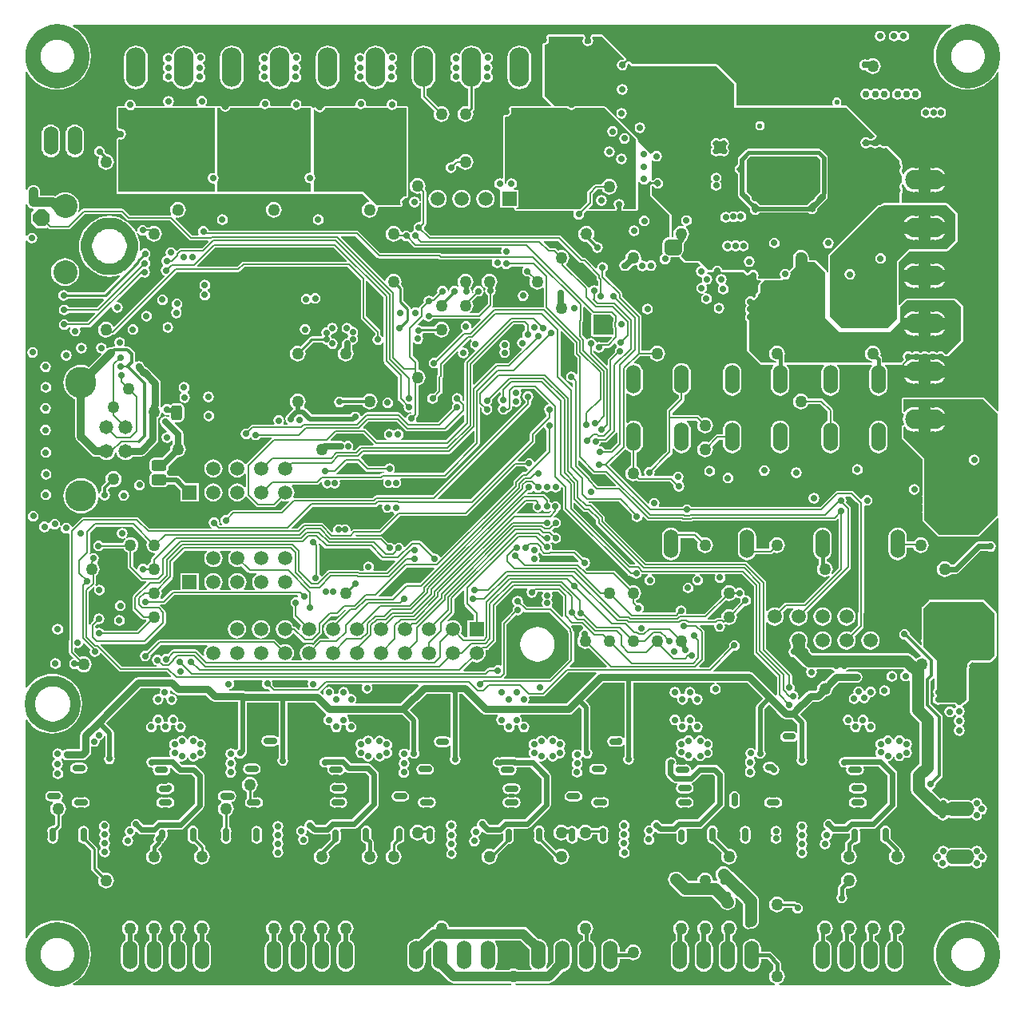
<source format=gbl>
G04*
G04 #@! TF.GenerationSoftware,Altium Limited,Altium Designer,18.1.9 (240)*
G04*
G04 Layer_Physical_Order=6*
G04 Layer_Color=16711680*
%FSLAX25Y25*%
%MOIN*%
G70*
G01*
G75*
%ADD12C,0.00600*%
%ADD14C,0.01000*%
%ADD17C,0.00800*%
%ADD20C,0.01200*%
%ADD22C,0.02000*%
%ADD23C,0.02400*%
%ADD32C,0.00700*%
%ADD64C,0.05000*%
%ADD132C,0.06000*%
%ADD198C,0.03000*%
%ADD200C,0.04500*%
%ADD201C,0.06196*%
%ADD202C,0.04300*%
%ADD275C,0.02500*%
%ADD276C,0.03000*%
%ADD277C,0.01500*%
%ADD278C,0.02800*%
%ADD279C,0.01600*%
%ADD280C,0.02600*%
%ADD282C,0.04000*%
%ADD286C,0.02300*%
%ADD289C,0.05000*%
%ADD295O,0.16500X0.08250*%
G04:AMPARAMS|DCode=296|XSize=133mil|YSize=83mil|CornerRadius=0mil|HoleSize=0mil|Usage=FLASHONLY|Rotation=90.000|XOffset=0mil|YOffset=0mil|HoleType=Round|Shape=Octagon|*
%AMOCTAGOND296*
4,1,8,0.02075,0.06650,-0.02075,0.06650,-0.04150,0.04575,-0.04150,-0.04575,-0.02075,-0.06650,0.02075,-0.06650,0.04150,-0.04575,0.04150,0.04575,0.02075,0.06650,0.0*
%
%ADD296OCTAGOND296*%

%ADD297O,0.08250X0.16500*%
%ADD298P,0.07577X8X292.5*%
%ADD299C,0.10000*%
%ADD300C,0.05800*%
%ADD301C,0.13050*%
%ADD302O,0.06000X0.12000*%
%ADD303C,0.05906*%
%ADD304R,0.05906X0.05906*%
%ADD305O,0.12000X0.06000*%
%ADD306C,0.02800*%
%ADD307C,0.02200*%
%ADD308C,0.02900*%
%ADD334C,0.03200*%
G04:AMPARAMS|DCode=335|XSize=50mil|YSize=50mil|CornerRadius=25mil|HoleSize=0mil|Usage=FLASHONLY|Rotation=90.000|XOffset=0mil|YOffset=0mil|HoleType=Round|Shape=RoundedRectangle|*
%AMROUNDEDRECTD335*
21,1,0.05000,0.00000,0,0,90.0*
21,1,0.00000,0.05000,0,0,90.0*
1,1,0.05000,0.00000,0.00000*
1,1,0.05000,0.00000,0.00000*
1,1,0.05000,0.00000,0.00000*
1,1,0.05000,0.00000,0.00000*
%
%ADD335ROUNDEDRECTD335*%
G04:AMPARAMS|DCode=336|XSize=46mil|YSize=63mil|CornerRadius=11.5mil|HoleSize=0mil|Usage=FLASHONLY|Rotation=90.000|XOffset=0mil|YOffset=0mil|HoleType=Round|Shape=RoundedRectangle|*
%AMROUNDEDRECTD336*
21,1,0.04600,0.04000,0,0,90.0*
21,1,0.02300,0.06300,0,0,90.0*
1,1,0.02300,0.02000,0.01150*
1,1,0.02300,0.02000,-0.01150*
1,1,0.02300,-0.02000,-0.01150*
1,1,0.02300,-0.02000,0.01150*
%
%ADD336ROUNDEDRECTD336*%
G04:AMPARAMS|DCode=337|XSize=46mil|YSize=63mil|CornerRadius=11.5mil|HoleSize=0mil|Usage=FLASHONLY|Rotation=180.000|XOffset=0mil|YOffset=0mil|HoleType=Round|Shape=RoundedRectangle|*
%AMROUNDEDRECTD337*
21,1,0.04600,0.04000,0,0,180.0*
21,1,0.02300,0.06300,0,0,180.0*
1,1,0.02300,-0.01150,0.02000*
1,1,0.02300,0.01150,0.02000*
1,1,0.02300,0.01150,-0.02000*
1,1,0.02300,-0.01150,-0.02000*
%
%ADD337ROUNDEDRECTD337*%
%ADD338C,0.03600*%
%ADD339C,0.02900*%
G36*
X388316Y402439D02*
X386688Y401441D01*
X385000Y400000D01*
X383559Y398312D01*
X382400Y396420D01*
X381551Y394370D01*
X381032Y392212D01*
X380858Y390000D01*
X381032Y387788D01*
X381551Y385630D01*
X382400Y383580D01*
X383559Y381688D01*
X385000Y380000D01*
X386688Y378559D01*
X388580Y377400D01*
X390630Y376551D01*
X392788Y376032D01*
X395000Y375858D01*
X397212Y376032D01*
X399370Y376551D01*
X401420Y377400D01*
X403312Y378559D01*
X405000Y380000D01*
X406441Y381688D01*
X407469Y383365D01*
X407969Y383224D01*
Y241938D01*
X407507Y241747D01*
X402122Y247132D01*
X402122Y247132D01*
X401857Y247309D01*
X401545Y247371D01*
X401545Y247371D01*
X368307Y247371D01*
D01*
X367995Y247309D01*
X367730Y247132D01*
X367575Y246900D01*
X367553Y246867D01*
X367491Y246555D01*
X367491Y241453D01*
X367497Y241426D01*
X367493Y241400D01*
X367528Y241271D01*
X367553Y241141D01*
X367568Y241118D01*
X367576Y241092D01*
X367656Y240987D01*
X367730Y240876D01*
X367753Y240861D01*
X367769Y240840D01*
X367884Y240773D01*
X367995Y240699D01*
X368021Y240694D01*
X368045Y240681D01*
X368198Y240629D01*
X368405Y240173D01*
X368140Y239534D01*
X367970Y238248D01*
X368140Y236962D01*
X368405Y236323D01*
X368198Y235868D01*
X368045Y235815D01*
X368021Y235802D01*
X367995Y235797D01*
X367884Y235723D01*
X367769Y235656D01*
X367753Y235635D01*
X367730Y235620D01*
X367656Y235509D01*
X367576Y235404D01*
X367568Y235378D01*
X367553Y235355D01*
X367528Y235225D01*
X367493Y235096D01*
X367497Y235070D01*
X367491Y235043D01*
X367491Y230512D01*
X367491Y230512D01*
X367553Y230200D01*
X367730Y229935D01*
X376084Y221581D01*
X376084Y206600D01*
X376005Y206201D01*
X376084Y205802D01*
Y203254D01*
X376005Y202854D01*
X376084Y202455D01*
Y199907D01*
X376005Y199508D01*
X376084Y199109D01*
Y196300D01*
X376084Y196300D01*
X376146Y195988D01*
X376323Y195723D01*
X382523Y189523D01*
X382788Y189346D01*
X383100Y189284D01*
X383100Y189284D01*
X399300D01*
X399300Y189284D01*
X399612Y189346D01*
X399877Y189523D01*
X407507Y197153D01*
X407969Y196962D01*
Y21776D01*
X407469Y21635D01*
X406441Y23312D01*
X405000Y25000D01*
X403312Y26441D01*
X401420Y27600D01*
X399370Y28449D01*
X397212Y28967D01*
X395000Y29142D01*
X392788Y28967D01*
X390630Y28449D01*
X388580Y27600D01*
X386688Y26441D01*
X385000Y25000D01*
X383559Y23312D01*
X382400Y21420D01*
X381551Y19370D01*
X381032Y17212D01*
X380858Y15000D01*
X381032Y12788D01*
X381551Y10630D01*
X382400Y8580D01*
X383559Y6688D01*
X385000Y5000D01*
X386688Y3559D01*
X388317Y2560D01*
X388176Y2060D01*
X316467D01*
X316361Y2533D01*
X317164Y2866D01*
X317854Y3395D01*
X318383Y4084D01*
X318715Y4887D01*
X318829Y5748D01*
X318715Y6610D01*
X318383Y7412D01*
X317854Y8102D01*
X317164Y8631D01*
X317080Y8665D01*
Y11091D01*
X316960Y11695D01*
X316617Y12208D01*
X313208Y15618D01*
X312695Y15960D01*
X312091Y16080D01*
X308833D01*
Y17500D01*
X308702Y18492D01*
X308319Y19416D01*
X307710Y20210D01*
X306916Y20819D01*
X305992Y21202D01*
X305000Y21333D01*
X304008Y21202D01*
X303084Y20819D01*
X302290Y20210D01*
X301681Y19416D01*
X301298Y18492D01*
X301167Y17500D01*
Y11500D01*
X301298Y10508D01*
X301681Y9584D01*
X302290Y8790D01*
X303084Y8181D01*
X304008Y7798D01*
X305000Y7667D01*
X305992Y7798D01*
X306916Y8181D01*
X307710Y8790D01*
X308319Y9584D01*
X308702Y10508D01*
X308833Y11500D01*
Y12920D01*
X311436D01*
X313920Y10436D01*
Y8665D01*
X313836Y8631D01*
X313146Y8102D01*
X312617Y7412D01*
X312285Y6610D01*
X312172Y5748D01*
X312285Y4887D01*
X312617Y4084D01*
X313146Y3395D01*
X313836Y2866D01*
X314638Y2533D01*
X314533Y2060D01*
X206467D01*
X206362Y2533D01*
X206972Y2786D01*
X220079D01*
X220810Y2882D01*
X221491Y3164D01*
X222076Y3613D01*
X226149Y7687D01*
X226992Y7798D01*
X227916Y8181D01*
X228710Y8790D01*
X229319Y9584D01*
X229702Y10508D01*
X229833Y11500D01*
Y17500D01*
X229702Y18492D01*
X229319Y19416D01*
X228710Y20210D01*
X227916Y20819D01*
X226992Y21202D01*
X226000Y21333D01*
X225008Y21202D01*
X224084Y20819D01*
X223290Y20210D01*
X222681Y19416D01*
X222298Y18492D01*
X222167Y17500D01*
Y11693D01*
X219591Y9117D01*
X219215Y9447D01*
X219319Y9584D01*
X219702Y10508D01*
X219833Y11500D01*
Y17500D01*
X219702Y18492D01*
X219319Y19416D01*
X218710Y20210D01*
X217916Y20819D01*
X216992Y21202D01*
X216000Y21333D01*
X215850Y21313D01*
X211682Y25481D01*
X211097Y25930D01*
X210416Y26212D01*
X209685Y26309D01*
X178755D01*
X178715Y26610D01*
X178383Y27412D01*
X177854Y28102D01*
X177164Y28631D01*
X176362Y28963D01*
X175500Y29077D01*
X174638Y28963D01*
X173836Y28631D01*
X173146Y28102D01*
X172617Y27412D01*
X172285Y26610D01*
X172245Y26309D01*
X172181D01*
X171450Y26212D01*
X170769Y25930D01*
X170184Y25481D01*
X165915Y21212D01*
X165000Y21333D01*
X164008Y21202D01*
X163084Y20819D01*
X162290Y20210D01*
X161681Y19416D01*
X161298Y18492D01*
X161167Y17500D01*
Y11500D01*
X161298Y10508D01*
X161681Y9584D01*
X162290Y8790D01*
X163084Y8181D01*
X164008Y7798D01*
X165000Y7667D01*
X165992Y7798D01*
X166916Y8181D01*
X167710Y8790D01*
X168319Y9584D01*
X168702Y10508D01*
X168833Y11500D01*
Y16142D01*
X170735Y18044D01*
X171208Y17810D01*
X171167Y17500D01*
Y11500D01*
X171298Y10508D01*
X171681Y9584D01*
X172290Y8790D01*
X173084Y8181D01*
X174008Y7798D01*
X174606Y7719D01*
X178712Y3613D01*
X179297Y3164D01*
X179978Y2882D01*
X180709Y2786D01*
X204028D01*
X204639Y2533D01*
X204533Y2060D01*
X21824D01*
X21682Y2560D01*
X23312Y3559D01*
X25000Y5000D01*
X26441Y6688D01*
X27600Y8580D01*
X28449Y10630D01*
X28967Y12788D01*
X29142Y15000D01*
X28967Y17212D01*
X28449Y19370D01*
X27600Y21420D01*
X26441Y23312D01*
X25000Y25000D01*
X23312Y26441D01*
X21420Y27600D01*
X19370Y28449D01*
X17212Y28967D01*
X15000Y29142D01*
X12788Y28967D01*
X10630Y28449D01*
X8580Y27600D01*
X6688Y26441D01*
X5000Y25000D01*
X3559Y23312D01*
X2526Y21627D01*
X2026Y21768D01*
Y112796D01*
X2507Y112932D01*
X2940Y112225D01*
X4213Y110735D01*
X5703Y109462D01*
X7374Y108438D01*
X9185Y107688D01*
X11090Y107231D01*
X13044Y107077D01*
X14997Y107231D01*
X16903Y107688D01*
X18713Y108438D01*
X20384Y109462D01*
X21874Y110735D01*
X23147Y112225D01*
X24171Y113896D01*
X24921Y115706D01*
X25379Y117612D01*
X25532Y119566D01*
X25379Y121519D01*
X24921Y123425D01*
X24171Y125235D01*
X23147Y126906D01*
X21874Y128396D01*
X20384Y129669D01*
X18713Y130693D01*
X16903Y131443D01*
X14997Y131900D01*
X13044Y132054D01*
X11090Y131900D01*
X9185Y131443D01*
X7374Y130693D01*
X5703Y129669D01*
X4213Y128396D01*
X2940Y126906D01*
X2507Y126200D01*
X2026Y126335D01*
Y312742D01*
X2526Y312894D01*
X2914Y312314D01*
X3642Y311828D01*
X4500Y311657D01*
X5358Y311828D01*
X6086Y312314D01*
X6572Y313042D01*
X6743Y313900D01*
X6572Y314758D01*
X6086Y315486D01*
X5358Y315972D01*
X4500Y316143D01*
X3642Y315972D01*
X2914Y315486D01*
X2526Y314906D01*
X2026Y315058D01*
Y327939D01*
X2526Y328038D01*
X2754Y327488D01*
X3203Y326903D01*
X3788Y326454D01*
X4469Y326172D01*
X5128Y326085D01*
X5326Y325771D01*
X5383Y325633D01*
X4300Y324550D01*
Y320250D01*
X6450Y318100D01*
X10750D01*
X11032Y318382D01*
X11407Y318007D01*
X11407Y318007D01*
X11771Y317764D01*
X12200Y317678D01*
X12200Y317678D01*
X19800D01*
X19800Y317678D01*
X20229Y317764D01*
X20593Y318007D01*
X26565Y323978D01*
X41651D01*
X44076Y321553D01*
X44076Y321553D01*
X44440Y321310D01*
X44869Y321225D01*
X44870Y321225D01*
X62143D01*
X70184Y313183D01*
X70184Y313183D01*
X70548Y312940D01*
X70977Y312855D01*
X77973D01*
X78164Y312393D01*
X75544Y309773D01*
X66693D01*
X66264Y309687D01*
X65900Y309444D01*
X65900Y309444D01*
X65063Y308607D01*
X64716Y308712D01*
X64552Y308803D01*
X64100Y309479D01*
X63372Y309966D01*
X62513Y310136D01*
X61655Y309966D01*
X60927Y309479D01*
X60441Y308752D01*
X60270Y307893D01*
X60441Y307035D01*
X60511Y306929D01*
X60320Y306468D01*
X60006Y306405D01*
X59278Y305919D01*
X58792Y305191D01*
X58621Y304333D01*
X58792Y303474D01*
X59190Y302878D01*
X59170Y302263D01*
X58894Y302078D01*
X58408Y301351D01*
X58237Y300492D01*
X58408Y299634D01*
X58894Y298906D01*
X59622Y298420D01*
X59867Y298371D01*
X60012Y297893D01*
X39102Y276982D01*
X38512Y277100D01*
X38383Y277412D01*
X37854Y278102D01*
X37164Y278631D01*
X36362Y278963D01*
X35500Y279077D01*
X34639Y278963D01*
X33836Y278631D01*
X33146Y278102D01*
X32618Y277412D01*
X32285Y276610D01*
X32171Y275748D01*
X32285Y274887D01*
X32618Y274084D01*
X33146Y273394D01*
X33328Y273255D01*
X33462Y273055D01*
X34189Y272569D01*
X35048Y272398D01*
X35293Y272447D01*
X35500Y272420D01*
X36362Y272533D01*
X37164Y272866D01*
X37854Y273394D01*
X37950Y273520D01*
X38347D01*
X38347Y273520D01*
X38776Y273605D01*
X39140Y273848D01*
X65100Y299808D01*
X90638D01*
X90638Y299808D01*
X91067Y299894D01*
X91431Y300137D01*
X93201Y301907D01*
X136327D01*
X141752Y296482D01*
Y280796D01*
X141752Y280796D01*
X141837Y280367D01*
X142080Y280003D01*
X147806Y274277D01*
Y273452D01*
X147342Y273141D01*
X146855Y272413D01*
X146685Y271555D01*
X146855Y270697D01*
X147342Y269969D01*
X148070Y269483D01*
X148928Y269312D01*
X149786Y269483D01*
X150514Y269969D01*
X150828Y270440D01*
X151328Y270288D01*
Y262501D01*
X151328Y262501D01*
X151414Y262072D01*
X151657Y261708D01*
X157278Y256086D01*
Y246867D01*
X157278Y246867D01*
X157364Y246438D01*
X157607Y246074D01*
X159757Y243924D01*
X159648Y243376D01*
X159819Y242517D01*
X160305Y241790D01*
X161033Y241303D01*
X161891Y241133D01*
X162579Y241269D01*
X162996Y241050D01*
X162800Y240743D01*
X161942Y240572D01*
X161214Y240086D01*
X160728Y239358D01*
X160665Y239044D01*
X160187Y238899D01*
X158193Y240893D01*
X157829Y241136D01*
X157400Y241222D01*
X157400Y241221D01*
X144352D01*
X143923Y241136D01*
X143559Y240893D01*
X143559Y240893D01*
X142197Y239531D01*
X141654Y239695D01*
X141572Y240107D01*
X141086Y240834D01*
X140358Y241320D01*
X139500Y241491D01*
X138642Y241320D01*
X137914Y240834D01*
X137479Y240183D01*
X121472D01*
X118963Y242691D01*
X118368Y243089D01*
X118252Y243112D01*
X118058Y243661D01*
X118383Y244084D01*
X118715Y244887D01*
X118828Y245748D01*
X118715Y246610D01*
X118383Y247412D01*
X117854Y248102D01*
X117164Y248631D01*
X116361Y248963D01*
X115500Y249077D01*
X114638Y248963D01*
X113836Y248631D01*
X113146Y248102D01*
X112618Y247412D01*
X112285Y246610D01*
X112171Y245748D01*
X112285Y244887D01*
X112618Y244084D01*
X113146Y243394D01*
X113492Y243129D01*
X113505Y243092D01*
X113522Y242557D01*
X111142Y240177D01*
X111078Y240082D01*
X110938Y239988D01*
X110451Y239260D01*
X110281Y238402D01*
X110451Y237543D01*
X110938Y236816D01*
X111305Y236570D01*
X111154Y236070D01*
X109682D01*
X109415Y236570D01*
X109661Y236939D01*
X109832Y237797D01*
X109661Y238655D01*
X109175Y239383D01*
X108448Y239869D01*
X107589Y240040D01*
X106731Y239869D01*
X106003Y239383D01*
X105517Y238655D01*
X105346Y237797D01*
X105517Y236939D01*
X105763Y236570D01*
X105496Y236070D01*
X96684D01*
X96684Y236070D01*
X96255Y235984D01*
X95891Y235741D01*
X95204Y235054D01*
X95198Y235045D01*
X94467Y234314D01*
X93919Y234423D01*
X93061Y234253D01*
X92333Y233766D01*
X91847Y233039D01*
X91676Y232180D01*
X91847Y231322D01*
X92333Y230594D01*
X93061Y230108D01*
X93919Y229937D01*
X94778Y230108D01*
X95506Y230594D01*
X96083Y230559D01*
X96314Y230214D01*
X97042Y229728D01*
X97900Y229557D01*
X98758Y229728D01*
X99486Y230214D01*
X99802Y230686D01*
X104366D01*
X104425Y230607D01*
X104552Y230186D01*
X94207Y219841D01*
X94113Y219701D01*
X93764Y219691D01*
X93543Y219731D01*
X92976Y220470D01*
X92193Y221072D01*
X91280Y221450D01*
X90300Y221579D01*
X89320Y221450D01*
X88407Y221072D01*
X87624Y220470D01*
X87022Y219686D01*
X86644Y218773D01*
X86515Y217794D01*
X86644Y216814D01*
X87022Y215901D01*
X87624Y215117D01*
X88407Y214516D01*
X89320Y214138D01*
X90300Y214009D01*
X91280Y214138D01*
X92193Y214516D01*
X92976Y215117D01*
X93378Y215641D01*
X93878Y215471D01*
Y210116D01*
X93378Y209946D01*
X92976Y210470D01*
X92193Y211072D01*
X91280Y211450D01*
X90300Y211579D01*
X89320Y211450D01*
X88407Y211072D01*
X87624Y210470D01*
X87022Y209686D01*
X86644Y208773D01*
X86515Y207794D01*
X86644Y206814D01*
X87022Y205901D01*
X87624Y205117D01*
X88407Y204516D01*
X89320Y204138D01*
X90300Y204009D01*
X91280Y204138D01*
X92193Y204516D01*
X92976Y205117D01*
X93545Y205858D01*
X93757Y205898D01*
X94115Y205892D01*
X94207Y205755D01*
X98107Y201855D01*
X98107Y201855D01*
X98471Y201612D01*
X98900Y201526D01*
X105548D01*
X105548Y201526D01*
X105977Y201612D01*
X106341Y201855D01*
X108828Y204342D01*
X109320Y204138D01*
X110300Y204009D01*
X111280Y204138D01*
X111561Y204254D01*
X111844Y203830D01*
X108484Y200470D01*
X88600D01*
X88171Y200384D01*
X87807Y200141D01*
X87807Y200141D01*
X85948Y198282D01*
X85400Y198391D01*
X84542Y198221D01*
X83814Y197734D01*
X83328Y197006D01*
X83157Y196148D01*
X83328Y195290D01*
X83814Y194562D01*
X83874Y194522D01*
X83723Y194022D01*
X83165D01*
X82634Y194552D01*
X82743Y195100D01*
X82572Y195958D01*
X82086Y196686D01*
X81358Y197172D01*
X80500Y197343D01*
X79642Y197172D01*
X78914Y196686D01*
X78428Y195958D01*
X78257Y195100D01*
X78428Y194242D01*
X78914Y193514D01*
X79501Y193122D01*
X79349Y192622D01*
X53571D01*
X49120Y197073D01*
X48756Y197316D01*
X48327Y197401D01*
X48327Y197401D01*
X25886D01*
X25457Y197316D01*
X25093Y197073D01*
X25093Y197073D01*
X21429Y193409D01*
X20950Y193554D01*
X20919Y193713D01*
X20421Y194457D01*
X19677Y194954D01*
X18799Y195129D01*
X17921Y194954D01*
X17177Y194457D01*
X16757Y193827D01*
X16738Y193799D01*
X16267Y193994D01*
X16269Y194005D01*
X16369Y194508D01*
X16194Y195386D01*
X15697Y196130D01*
X14953Y196627D01*
X14075Y196802D01*
X13197Y196627D01*
X12453Y196130D01*
X11955Y195386D01*
X11915Y195184D01*
X11624Y195089D01*
X11379Y195051D01*
X10678Y195519D01*
X9800Y195694D01*
X8922Y195519D01*
X8178Y195022D01*
X7681Y194278D01*
X7506Y193400D01*
X7681Y192522D01*
X8178Y191778D01*
X8922Y191280D01*
X9800Y191106D01*
X10678Y191280D01*
X11422Y191778D01*
X11919Y192522D01*
X11960Y192724D01*
X12251Y192819D01*
X12496Y192857D01*
X13197Y192388D01*
X14075Y192214D01*
X14953Y192388D01*
X15697Y192886D01*
X16117Y193515D01*
X16136Y193543D01*
X16607Y193348D01*
X16605Y193337D01*
X16505Y192835D01*
X16680Y191957D01*
X17177Y191213D01*
X17921Y190715D01*
X18799Y190541D01*
X19628Y190706D01*
X19764Y190682D01*
X20129Y190487D01*
Y146337D01*
X20114Y146315D01*
X20029Y145886D01*
Y140950D01*
X20028Y140950D01*
X20114Y140521D01*
X20357Y140157D01*
X21734Y138780D01*
X21589Y138302D01*
X21442Y138272D01*
X20714Y137786D01*
X20228Y137058D01*
X20057Y136200D01*
X20228Y135342D01*
X20714Y134614D01*
X21442Y134128D01*
X22300Y133957D01*
X23158Y134128D01*
X23303Y134224D01*
X23746Y133646D01*
X24436Y133117D01*
X25238Y132785D01*
X26100Y132671D01*
X26961Y132785D01*
X27764Y133117D01*
X28454Y133646D01*
X28982Y134336D01*
X29315Y135138D01*
X29428Y136000D01*
X29315Y136862D01*
X28982Y137664D01*
X28454Y138354D01*
X27764Y138883D01*
X26961Y139215D01*
X26100Y139329D01*
X25238Y139215D01*
X24696Y138990D01*
X22272Y141415D01*
Y142818D01*
X22713Y143054D01*
X22822Y142981D01*
X23700Y142806D01*
X24578Y142981D01*
X25322Y143478D01*
X25820Y144222D01*
X25887Y144561D01*
X26365Y144706D01*
X28817Y142255D01*
X28725Y142118D01*
X28554Y141260D01*
X28725Y140401D01*
X29212Y139674D01*
X29939Y139188D01*
X30798Y139017D01*
X31656Y139188D01*
X32384Y139674D01*
X32870Y140401D01*
X32888Y140495D01*
X33367Y140640D01*
X40824Y133183D01*
X40824Y133183D01*
X41187Y132940D01*
X41617Y132855D01*
X60862D01*
X62663Y131054D01*
X62456Y130554D01*
X48878D01*
X47981Y130375D01*
X47220Y129867D01*
X35251Y117898D01*
X30743Y113391D01*
X25260Y107907D01*
X24752Y107146D01*
X24573Y106249D01*
Y102168D01*
X24623Y101915D01*
Y100676D01*
X24521Y100573D01*
X19094D01*
X18197Y100395D01*
X17436Y99887D01*
X17155D01*
X16940Y100208D01*
X16213Y100694D01*
X15354Y100865D01*
X14496Y100694D01*
X13768Y100208D01*
X13282Y99480D01*
X13111Y98622D01*
X13282Y97764D01*
X13768Y97036D01*
X14096Y96817D01*
Y96216D01*
X13678Y95937D01*
X13191Y95209D01*
X13021Y94350D01*
X13191Y93492D01*
X13678Y92764D01*
X13999Y92550D01*
Y92050D01*
X13776Y91901D01*
X13290Y91173D01*
X13119Y90315D01*
X13290Y89457D01*
X13776Y88729D01*
X14504Y88243D01*
X15362Y88072D01*
X16221Y88243D01*
X16948Y88729D01*
X17435Y89457D01*
X17605Y90315D01*
X17435Y91173D01*
X16948Y91901D01*
X16627Y92116D01*
Y92616D01*
X16850Y92764D01*
X17336Y93492D01*
X17507Y94350D01*
X17336Y95209D01*
X16850Y95937D01*
X16780Y95983D01*
X16751Y96581D01*
X16857Y96671D01*
X17420Y96594D01*
X17436Y96570D01*
X18197Y96062D01*
X19094Y95883D01*
X25492D01*
X26390Y96062D01*
X27150Y96570D01*
X28627Y98046D01*
X29135Y98807D01*
X29314Y99705D01*
Y101496D01*
X29664Y101684D01*
X29814Y101718D01*
X30618Y101558D01*
X31477Y101728D01*
X32204Y102215D01*
X32691Y102943D01*
X32861Y103801D01*
X32766Y104278D01*
X33258Y104376D01*
X33986Y104862D01*
X34472Y105590D01*
X34575Y106107D01*
X35075Y106058D01*
Y97720D01*
X34838Y97365D01*
X34668Y96507D01*
X34838Y95649D01*
X35324Y94921D01*
X36052Y94435D01*
X36911Y94264D01*
X37769Y94435D01*
X38497Y94921D01*
X38983Y95649D01*
X39154Y96507D01*
X38983Y97365D01*
X38746Y97720D01*
Y107223D01*
X38606Y107926D01*
X38208Y108521D01*
X35358Y111372D01*
X38568Y114582D01*
X49849Y125864D01*
X57895D01*
X58163Y125364D01*
X57967Y125071D01*
X57796Y124213D01*
X57860Y123891D01*
X57507Y123537D01*
X57185Y123601D01*
X56327Y123431D01*
X55599Y122944D01*
X55113Y122217D01*
X54942Y121358D01*
X55113Y120500D01*
X55599Y119772D01*
X56327Y119286D01*
X57185Y119115D01*
X58043Y119286D01*
X58771Y119772D01*
X59257Y120500D01*
X59428Y121358D01*
X59364Y121680D01*
X59718Y122034D01*
X60039Y121969D01*
X60361Y122034D01*
X60715Y121680D01*
X60651Y121358D01*
X60821Y120500D01*
X61308Y119772D01*
X62035Y119286D01*
X62894Y119115D01*
X63752Y119286D01*
X64480Y119772D01*
X64966Y120500D01*
X65137Y121358D01*
X64966Y122217D01*
X64480Y122944D01*
X63752Y123431D01*
X62894Y123601D01*
X62572Y123537D01*
X62218Y123891D01*
X62283Y124213D01*
X62112Y125071D01*
X62513Y125371D01*
X64042Y123842D01*
X64803Y123333D01*
X65700Y123155D01*
X77072D01*
X79149Y121078D01*
X79149Y121078D01*
X79910Y120570D01*
X80807Y120391D01*
X80807Y120391D01*
X90594D01*
Y100944D01*
X90582Y100942D01*
X89855Y100455D01*
X89687Y100205D01*
X89187D01*
X89184Y100208D01*
X88457Y100694D01*
X87598Y100865D01*
X86740Y100694D01*
X86012Y100208D01*
X85526Y99480D01*
X85355Y98622D01*
X85526Y97764D01*
X86012Y97036D01*
X86255Y96874D01*
Y96374D01*
X85954Y96173D01*
X85468Y95445D01*
X85297Y94587D01*
X85468Y93728D01*
X85954Y93001D01*
Y92614D01*
X85890Y92442D01*
X85431Y91755D01*
X85260Y90897D01*
X85431Y90038D01*
X85918Y89310D01*
X86645Y88824D01*
X87504Y88653D01*
X88362Y88824D01*
X89090Y89310D01*
X89576Y90038D01*
X89747Y90897D01*
X89576Y91755D01*
X89090Y92483D01*
Y92870D01*
X89154Y93041D01*
X89613Y93728D01*
X89783Y94587D01*
X89613Y95445D01*
X89126Y96173D01*
X88884Y96335D01*
Y96835D01*
X89184Y97036D01*
X89352Y97287D01*
X89852D01*
X89855Y97283D01*
X90582Y96797D01*
X91441Y96626D01*
X92299Y96797D01*
X93027Y97283D01*
X93513Y98011D01*
X93536Y98125D01*
X93727Y98316D01*
X94125Y98912D01*
X94264Y99614D01*
Y120003D01*
X94828D01*
X95101Y120057D01*
X97812D01*
X98085Y120003D01*
X98085Y120003D01*
X107417D01*
Y105721D01*
X106917Y105581D01*
X106258Y106020D01*
X105400Y106191D01*
X105352Y106182D01*
X102559D01*
X101701Y106011D01*
X100973Y105525D01*
X100487Y104797D01*
X100316Y103939D01*
X100487Y103080D01*
X100973Y102352D01*
X101701Y101866D01*
X102559Y101696D01*
X105391D01*
X106249Y101866D01*
X106917Y102313D01*
X107417Y102180D01*
Y96981D01*
X107180Y96626D01*
X107009Y95768D01*
X107180Y94909D01*
X107666Y94182D01*
X108394Y93695D01*
X109252Y93525D01*
X110110Y93695D01*
X110838Y94182D01*
X111324Y94909D01*
X111495Y95768D01*
X111324Y96626D01*
X111087Y96981D01*
Y120003D01*
X122448D01*
X126885Y115566D01*
X127299Y115290D01*
X127287Y114697D01*
X126814Y114381D01*
X126328Y113653D01*
X126157Y112794D01*
X126328Y111936D01*
X126814Y111208D01*
X127542Y110722D01*
X128400Y110551D01*
X128938Y110658D01*
X129364Y110237D01*
X129296Y109895D01*
X129466Y109036D01*
X129953Y108308D01*
X130680Y107822D01*
X131539Y107651D01*
X132397Y107822D01*
X133125Y108308D01*
X133611Y109036D01*
X133782Y109895D01*
X133718Y110217D01*
X134143Y110642D01*
X134600Y110551D01*
X135138Y110658D01*
X135564Y110237D01*
X135495Y109895D01*
X135666Y109036D01*
X136153Y108308D01*
X136880Y107822D01*
X137739Y107651D01*
X138597Y107822D01*
X139325Y108308D01*
X139811Y109036D01*
X139982Y109895D01*
X139811Y110753D01*
X139325Y111481D01*
X138597Y111967D01*
X137739Y112138D01*
X137201Y112031D01*
X136775Y112452D01*
X136843Y112794D01*
X136672Y113653D01*
X136186Y114381D01*
X136340Y114879D01*
X159084D01*
X162148Y111815D01*
Y100359D01*
X161688Y100054D01*
X161603Y100067D01*
X161535Y100169D01*
X160807Y100655D01*
X159949Y100826D01*
X159090Y100655D01*
X158363Y100169D01*
X157877Y99441D01*
X157706Y98583D01*
X157877Y97724D01*
X158363Y96997D01*
X158552Y96870D01*
Y96370D01*
X158256Y96173D01*
X157770Y95445D01*
X157599Y94587D01*
X157770Y93728D01*
X158248Y93013D01*
X158226Y92523D01*
X158165Y92483D01*
X157679Y91755D01*
X157508Y90897D01*
X157679Y90038D01*
X158165Y89310D01*
X158893Y88824D01*
X159751Y88653D01*
X160610Y88824D01*
X161337Y89310D01*
X161824Y90038D01*
X161994Y90897D01*
X161824Y91755D01*
X161346Y92470D01*
X161367Y92960D01*
X161429Y93001D01*
X161915Y93728D01*
X162086Y94587D01*
X161915Y95445D01*
X161429Y96173D01*
X161239Y96299D01*
Y96799D01*
X161535Y96997D01*
X161729Y97286D01*
X162330D01*
X162398Y97185D01*
X163125Y96699D01*
X163984Y96528D01*
X164842Y96699D01*
X165570Y97185D01*
X166056Y97913D01*
X166227Y98771D01*
X166056Y99629D01*
X165819Y99984D01*
Y112575D01*
X165679Y113277D01*
X165281Y113873D01*
X162290Y116864D01*
X165642Y120216D01*
X165808Y120464D01*
X169082Y123738D01*
X179176D01*
X179204Y123595D01*
X179365Y123355D01*
Y105501D01*
X178865Y105347D01*
X178222Y105776D01*
X177364Y105947D01*
X177363Y105947D01*
X174566D01*
X173708Y105776D01*
X172980Y105290D01*
X172494Y104562D01*
X172323Y103704D01*
X172494Y102846D01*
X172980Y102118D01*
X173708Y101631D01*
X174566Y101461D01*
X177364D01*
X178222Y101631D01*
X178865Y102061D01*
X179365Y101907D01*
Y97561D01*
X179128Y97206D01*
X178957Y96348D01*
X179128Y95490D01*
X179614Y94762D01*
X180342Y94276D01*
X181200Y94105D01*
X182058Y94276D01*
X182786Y94762D01*
X183272Y95490D01*
X183443Y96348D01*
X183272Y97206D01*
X183035Y97561D01*
Y123738D01*
X184194D01*
X192366Y115566D01*
X192366Y115566D01*
X193126Y115058D01*
X194024Y114879D01*
X194024Y114879D01*
X198806D01*
X198960Y114381D01*
X198473Y113653D01*
X198303Y112794D01*
X198473Y111936D01*
X198960Y111208D01*
X199687Y110722D01*
X200546Y110551D01*
X201083Y110658D01*
X201509Y110237D01*
X201441Y109895D01*
X201612Y109036D01*
X202098Y108308D01*
X202826Y107822D01*
X203684Y107651D01*
X204543Y107822D01*
X205270Y108308D01*
X205757Y109036D01*
X205927Y109895D01*
X205863Y110217D01*
X206288Y110642D01*
X206746Y110551D01*
X207283Y110658D01*
X207709Y110237D01*
X207641Y109895D01*
X207812Y109036D01*
X208298Y108308D01*
X209026Y107822D01*
X209884Y107651D01*
X210743Y107822D01*
X211470Y108308D01*
X211957Y109036D01*
X212127Y109895D01*
X211957Y110753D01*
X211470Y111481D01*
X210743Y111967D01*
X209884Y112138D01*
X209347Y112031D01*
X208921Y112452D01*
X208989Y112794D01*
X208818Y113653D01*
X208332Y114381D01*
X208485Y114879D01*
X228543D01*
X229441Y115058D01*
X230202Y115566D01*
X232914Y118278D01*
X233893Y117299D01*
Y100297D01*
X233393Y100030D01*
X232958Y100320D01*
X232100Y100491D01*
X231242Y100320D01*
X230514Y99834D01*
X230028Y99107D01*
X229857Y98248D01*
X230028Y97390D01*
X230458Y96746D01*
X230508Y96380D01*
X230453Y96101D01*
X230014Y95445D01*
X229843Y94587D01*
X230014Y93728D01*
X230501Y93001D01*
Y92592D01*
X230414Y92534D01*
X229928Y91807D01*
X229757Y90948D01*
X229928Y90090D01*
X230414Y89362D01*
X231142Y88876D01*
X232000Y88705D01*
X232858Y88876D01*
X233586Y89362D01*
X234072Y90090D01*
X234243Y90948D01*
X234072Y91807D01*
X233675Y92401D01*
X233673Y92935D01*
X233708Y93054D01*
X234159Y93728D01*
X234330Y94587D01*
X234159Y95445D01*
X233729Y96089D01*
X233678Y96455D01*
X233734Y96733D01*
X234100Y97281D01*
X234640Y97373D01*
X234714Y97262D01*
X235442Y96776D01*
X236300Y96605D01*
X237158Y96776D01*
X237886Y97262D01*
X238372Y97990D01*
X238543Y98848D01*
X238372Y99707D01*
X237886Y100434D01*
X237564Y100650D01*
Y118059D01*
X237424Y118761D01*
X237026Y119357D01*
X235509Y120874D01*
X242900Y128265D01*
X251765D01*
Y105468D01*
X251265Y105316D01*
X251186Y105434D01*
X250458Y105921D01*
X249600Y106091D01*
X248873Y105947D01*
X247323D01*
X246810Y106049D01*
X245952Y105878D01*
X245224Y105392D01*
X244738Y104664D01*
X244567Y103805D01*
X244738Y102947D01*
X245224Y102219D01*
X245952Y101733D01*
X246810Y101562D01*
X247323Y101664D01*
X249302D01*
X249600Y101605D01*
X250458Y101776D01*
X251186Y102262D01*
X251265Y102380D01*
X251765Y102228D01*
Y97561D01*
X251528Y97206D01*
X251357Y96348D01*
X251528Y95490D01*
X252014Y94762D01*
X252742Y94276D01*
X253600Y94105D01*
X254458Y94276D01*
X255186Y94762D01*
X255672Y95490D01*
X255843Y96348D01*
X255672Y97206D01*
X255435Y97561D01*
Y128265D01*
X289370D01*
X289420Y127765D01*
X288905Y127663D01*
X288178Y127177D01*
X287691Y126449D01*
X287521Y125591D01*
X287691Y124732D01*
X288178Y124004D01*
X288905Y123518D01*
X289764Y123347D01*
X290622Y123518D01*
X291350Y124004D01*
X291836Y124732D01*
X292007Y125591D01*
X291836Y126449D01*
X291350Y127177D01*
X290622Y127663D01*
X290108Y127765D01*
X290157Y128265D01*
X303064D01*
X309619Y121710D01*
X307202Y119294D01*
X306804Y118699D01*
X306665Y117996D01*
Y100510D01*
X306165Y100358D01*
X306114Y100434D01*
X305386Y100920D01*
X304528Y101091D01*
X303669Y100920D01*
X302941Y100434D01*
X302455Y99707D01*
X302285Y98848D01*
X302455Y97990D01*
X302837Y97418D01*
X302807Y96796D01*
X302714Y96734D01*
X302228Y96007D01*
X302057Y95148D01*
X302228Y94290D01*
X302714Y93562D01*
X303033Y93349D01*
Y92747D01*
X302714Y92534D01*
X302228Y91807D01*
X302057Y90948D01*
X302228Y90090D01*
X302714Y89362D01*
X303442Y88876D01*
X304300Y88705D01*
X305158Y88876D01*
X305886Y89362D01*
X306372Y90090D01*
X306543Y90948D01*
X306372Y91807D01*
X305886Y92534D01*
X305567Y92747D01*
Y93349D01*
X305886Y93562D01*
X306372Y94290D01*
X306543Y95148D01*
X306372Y96007D01*
X305990Y96578D01*
X306021Y97200D01*
X306114Y97262D01*
X306230Y97437D01*
X306730D01*
X306914Y97162D01*
X307642Y96676D01*
X308500Y96505D01*
X309358Y96676D01*
X310086Y97162D01*
X310572Y97890D01*
X310743Y98748D01*
X310572Y99607D01*
X310335Y99961D01*
Y117236D01*
X312214Y119115D01*
X315081Y116249D01*
X315311Y115904D01*
X317478Y113736D01*
X318239Y113228D01*
X319137Y113049D01*
X321952D01*
X324049Y110952D01*
Y107492D01*
X323549Y107340D01*
X323486Y107434D01*
X322758Y107921D01*
X321900Y108091D01*
X321407Y107993D01*
X319601D01*
X319088Y108095D01*
X318230Y107924D01*
X317502Y107438D01*
X317016Y106710D01*
X316845Y105852D01*
X317016Y104994D01*
X317502Y104266D01*
X318230Y103780D01*
X319088Y103609D01*
X319601Y103711D01*
X321368D01*
X321900Y103605D01*
X322758Y103776D01*
X323486Y104262D01*
X323549Y104356D01*
X324049Y104204D01*
Y97181D01*
X323812Y96826D01*
X323641Y95968D01*
X323812Y95109D01*
X324298Y94382D01*
X325026Y93895D01*
X325884Y93725D01*
X326743Y93895D01*
X327470Y94382D01*
X327957Y95109D01*
X328127Y95968D01*
X327957Y96826D01*
X327719Y97181D01*
Y111712D01*
X327580Y112415D01*
X327182Y113010D01*
X325158Y115034D01*
X326027Y115904D01*
X326258Y116249D01*
X327543Y117534D01*
X327662Y117711D01*
X327839Y117830D01*
X330400Y120391D01*
X332556D01*
X333454Y120570D01*
X334214Y121078D01*
X335564Y122428D01*
X336362Y122533D01*
X337164Y122866D01*
X337854Y123395D01*
X338383Y124084D01*
X338715Y124887D01*
X338820Y125684D01*
X341303Y128167D01*
X345132D01*
X345357Y128211D01*
X345400Y128203D01*
X348800D01*
X349697Y128382D01*
X350458Y128890D01*
X350967Y129651D01*
X351145Y130548D01*
X350967Y131446D01*
X350458Y132206D01*
X349697Y132715D01*
X348800Y132893D01*
X345400D01*
X345175Y132848D01*
X345132Y132857D01*
X344520D01*
X344380Y133357D01*
X344986Y133762D01*
X345193Y134072D01*
X368269D01*
X368600Y133741D01*
X368455Y133263D01*
X368242Y133221D01*
X367514Y132734D01*
X367028Y132007D01*
X366857Y131148D01*
X367028Y130290D01*
X367514Y129562D01*
X368242Y129076D01*
X369100Y128905D01*
X369958Y129076D01*
X370372Y129352D01*
X370871Y129085D01*
Y116948D01*
X370985Y116087D01*
X371180Y115616D01*
X371318Y115284D01*
X371846Y114594D01*
X374752Y111689D01*
Y94407D01*
X372246Y91902D01*
X371718Y91212D01*
X371580Y90880D01*
X371385Y90410D01*
X371271Y89548D01*
Y84071D01*
X371385Y83210D01*
X371580Y82740D01*
X371718Y82407D01*
X372246Y81718D01*
X380818Y73146D01*
X381507Y72617D01*
X382310Y72285D01*
X382607Y72246D01*
X382628Y72142D01*
X383114Y71414D01*
X383842Y70928D01*
X384700Y70757D01*
X385558Y70928D01*
X386286Y71414D01*
X386772Y72142D01*
X387252Y72028D01*
X387808Y71798D01*
X388800Y71667D01*
X394800D01*
X395792Y71798D01*
X396270Y71996D01*
X396728Y72142D01*
X397214Y71414D01*
X397942Y70928D01*
X398800Y70757D01*
X399658Y70928D01*
X400386Y71414D01*
X400872Y72142D01*
X401043Y73000D01*
X400988Y73274D01*
X401758Y73428D01*
X402486Y73914D01*
X402972Y74642D01*
X403143Y75500D01*
X402972Y76358D01*
X402486Y77086D01*
X401758Y77572D01*
X401085Y77706D01*
X401143Y78000D01*
X400972Y78858D01*
X400486Y79586D01*
X399758Y80072D01*
X398900Y80243D01*
X398042Y80072D01*
X397314Y79586D01*
X397051Y79193D01*
X396765Y78873D01*
X396348Y78972D01*
X395792Y79202D01*
X394800Y79333D01*
X388800D01*
X387808Y79202D01*
X387330Y79004D01*
X386872Y78858D01*
X386386Y79586D01*
X385658Y80072D01*
X384800Y80243D01*
X383942Y80072D01*
X383561Y79818D01*
X380113Y83265D01*
X380258Y83744D01*
X380343Y83761D01*
X381071Y84247D01*
X381557Y84975D01*
X381728Y85833D01*
X381691Y86020D01*
X384209Y88539D01*
X384209Y88539D01*
X384519Y89002D01*
X384627Y89548D01*
X384627Y89548D01*
Y113848D01*
X384627Y113848D01*
X384519Y114394D01*
X384209Y114857D01*
X384209Y114857D01*
X379627Y119439D01*
Y129076D01*
X380737Y130185D01*
X380737Y130185D01*
X380765Y130227D01*
X381265Y130075D01*
Y125961D01*
X380828Y125306D01*
X380657Y124448D01*
X380828Y123590D01*
X381012Y123314D01*
X381194Y122846D01*
X380708Y122118D01*
X380538Y121260D01*
X380708Y120401D01*
X381194Y119674D01*
X381922Y119187D01*
X382781Y119017D01*
X383624Y119184D01*
X389732D01*
X390014Y118762D01*
X390259Y118598D01*
Y118098D01*
X390014Y117934D01*
X389783Y117589D01*
X389283D01*
X389186Y117734D01*
X388458Y118220D01*
X387600Y118391D01*
X386742Y118220D01*
X386014Y117734D01*
X385528Y117007D01*
X385357Y116148D01*
X385528Y115290D01*
X386014Y114562D01*
X386742Y114076D01*
X387600Y113905D01*
X388458Y114076D01*
X389186Y114562D01*
X389397Y114877D01*
X389888Y114907D01*
X389970Y114827D01*
X390014Y114762D01*
X390093Y114709D01*
X390242Y114566D01*
X390216Y114070D01*
X390014Y113934D01*
X389528Y113207D01*
X389357Y112348D01*
X389528Y111490D01*
X390014Y110762D01*
X390259Y110598D01*
Y110098D01*
X390014Y109934D01*
X389528Y109206D01*
X389357Y108348D01*
X389528Y107490D01*
X390014Y106762D01*
X390742Y106276D01*
X391600Y106105D01*
X392458Y106276D01*
X393186Y106762D01*
X393672Y107490D01*
X393843Y108348D01*
X393672Y109206D01*
X393186Y109934D01*
X392941Y110098D01*
Y110598D01*
X393186Y110762D01*
X393672Y111490D01*
X393843Y112348D01*
X393672Y113207D01*
X393186Y113934D01*
X392941Y114098D01*
Y114598D01*
X393186Y114762D01*
X393672Y115490D01*
X393843Y116348D01*
X393672Y117207D01*
X393186Y117934D01*
X392941Y118098D01*
Y118598D01*
X393186Y118762D01*
X393474Y119193D01*
X393745Y119246D01*
X394010Y119423D01*
X394010Y119423D01*
X395289Y120703D01*
X395466Y120967D01*
X395528Y121280D01*
X395528Y121280D01*
Y134242D01*
X395554Y134268D01*
X395598Y134335D01*
X395655Y134391D01*
X395686Y134466D01*
X395730Y134532D01*
X395746Y134611D01*
X395777Y134685D01*
Y134766D01*
X395793Y134845D01*
X395777Y134923D01*
Y135004D01*
X395689Y135448D01*
X395796Y135988D01*
X396102Y136446D01*
X396560Y136752D01*
X397100Y136860D01*
X397544Y136771D01*
X397625D01*
X397704Y136756D01*
X397782Y136771D01*
X397863D01*
X397937Y136802D01*
X398006Y136816D01*
X404176D01*
X404176Y136816D01*
X404488Y136878D01*
X404752Y137055D01*
X404752Y137055D01*
X406824Y139126D01*
X407001Y139391D01*
X407063Y139703D01*
X407063Y139703D01*
Y157382D01*
X407063Y157382D01*
X407001Y157694D01*
X406824Y157959D01*
X406824Y157959D01*
X402103Y162680D01*
X401838Y162856D01*
X401526Y162919D01*
X401526Y162919D01*
X379351D01*
X379351Y162919D01*
X379039Y162856D01*
X378774Y162680D01*
X376074Y159979D01*
X376073Y159979D01*
X376072Y159978D01*
X375985Y159847D01*
X375897Y159715D01*
X375897Y159714D01*
X375896Y159713D01*
X375866Y159560D01*
X375835Y159403D01*
X375835Y159402D01*
X375835Y159401D01*
X375860Y150215D01*
X375857Y150200D01*
X375860Y150185D01*
X375869Y146820D01*
X375828Y146758D01*
X375657Y145900D01*
X375828Y145042D01*
X375874Y144972D01*
X375877Y144064D01*
X375415Y143872D01*
X370909Y148378D01*
X370943Y148548D01*
X370772Y149407D01*
X370286Y150134D01*
X369558Y150620D01*
X368700Y150791D01*
X367842Y150620D01*
X367114Y150134D01*
X366628Y149407D01*
X366457Y148548D01*
X366628Y147690D01*
X367114Y146962D01*
X367842Y146476D01*
X368700Y146305D01*
X368904Y146346D01*
X375531Y139719D01*
X375352Y139191D01*
X374966Y139140D01*
X374163Y138808D01*
X373475Y138280D01*
X372002Y139754D01*
X371312Y140282D01*
X370980Y140420D01*
X370510Y140615D01*
X369648Y140728D01*
X330266D01*
X329303Y141692D01*
X329214Y142138D01*
X328717Y142882D01*
X327972Y143379D01*
X327805Y143413D01*
Y144115D01*
X328133Y144906D01*
X328261Y145886D01*
X328133Y146866D01*
X327754Y147778D01*
X327153Y148562D01*
X326369Y149164D01*
X325456Y149542D01*
X324476Y149671D01*
X323497Y149542D01*
X322584Y149164D01*
X321800Y148562D01*
X321198Y147778D01*
X320820Y146866D01*
X320691Y145886D01*
X320820Y144906D01*
X321148Y144115D01*
Y142919D01*
X320945Y142784D01*
X320447Y142039D01*
X320273Y141162D01*
X320447Y140284D01*
X320945Y139539D01*
X321689Y139042D01*
X322567Y138867D01*
X322689Y138892D01*
X326534Y135046D01*
X327223Y134518D01*
X327728Y134309D01*
X327815Y134191D01*
X327938Y133723D01*
X327828Y133558D01*
X327657Y132700D01*
X327828Y131842D01*
X328314Y131114D01*
X329042Y130628D01*
X329900Y130457D01*
X330758Y130628D01*
X331486Y131114D01*
X331972Y131842D01*
X332143Y132700D01*
X331972Y133558D01*
X331924Y133631D01*
X332160Y134072D01*
X338340D01*
X338614Y133662D01*
X339342Y133176D01*
X339357Y133173D01*
X339415Y132801D01*
X339399Y132655D01*
X338673Y132170D01*
X338673Y132170D01*
X335571Y129067D01*
X335500Y129077D01*
X334639Y128963D01*
X333836Y128631D01*
X333146Y128102D01*
X332617Y127412D01*
X332285Y126610D01*
X332172Y125748D01*
X332181Y125677D01*
X331585Y125081D01*
X329429D01*
X328532Y124903D01*
X327771Y124394D01*
X324586Y121210D01*
X324198Y121528D01*
X324372Y121790D01*
X324543Y122648D01*
X324372Y123506D01*
X323886Y124234D01*
X323158Y124721D01*
X322877Y124776D01*
X322685Y125238D01*
X322742Y125323D01*
X322912Y126181D01*
X322742Y127040D01*
X322255Y127767D01*
X321791Y128078D01*
Y131232D01*
X321791Y131232D01*
X321706Y131661D01*
X321462Y132025D01*
X310992Y142496D01*
Y153441D01*
X311492Y153611D01*
X311800Y153209D01*
X312584Y152608D01*
X313497Y152230D01*
X314476Y152101D01*
X315456Y152230D01*
X316369Y152608D01*
X317153Y153209D01*
X317754Y153993D01*
X318132Y154906D01*
X318262Y155886D01*
X318132Y156866D01*
X317813Y157637D01*
X319606Y159430D01*
X322109D01*
X322279Y158930D01*
X321800Y158562D01*
X321198Y157779D01*
X320820Y156866D01*
X320691Y155886D01*
X320820Y154906D01*
X321198Y153993D01*
X321800Y153209D01*
X322584Y152608D01*
X323497Y152230D01*
X324476Y152101D01*
X325456Y152230D01*
X326369Y152608D01*
X327153Y153209D01*
X327754Y153993D01*
X328133Y154906D01*
X328261Y155886D01*
X328133Y156866D01*
X327813Y157637D01*
X345899Y175723D01*
X345899Y175723D01*
X346143Y176087D01*
X346228Y176516D01*
Y201105D01*
X346228Y201106D01*
X346143Y201535D01*
X345899Y201899D01*
X344255Y203543D01*
X344396Y204255D01*
X344226Y205114D01*
X343912Y205583D01*
X344179Y206083D01*
X346209D01*
X349536Y202756D01*
Y158216D01*
X349387Y157994D01*
X349302Y157565D01*
X349302Y157565D01*
Y152298D01*
X346227Y149223D01*
X345456Y149542D01*
X344476Y149671D01*
X343497Y149542D01*
X342584Y149164D01*
X341800Y148562D01*
X341198Y147778D01*
X340820Y146866D01*
X340691Y145886D01*
X340820Y144906D01*
X341198Y143993D01*
X341800Y143209D01*
X342584Y142608D01*
X343497Y142230D01*
X344476Y142101D01*
X345456Y142230D01*
X346369Y142608D01*
X347153Y143209D01*
X347754Y143993D01*
X348132Y144906D01*
X348261Y145886D01*
X348132Y146866D01*
X347813Y147637D01*
X351217Y151040D01*
X351217Y151040D01*
X351460Y151404D01*
X351545Y151833D01*
X351545Y151833D01*
Y157147D01*
X351694Y157369D01*
X351779Y157799D01*
X351779Y157799D01*
Y202141D01*
X352112Y202319D01*
X352279Y202365D01*
X353079Y202206D01*
X353937Y202377D01*
X354665Y202863D01*
X355151Y203590D01*
X355322Y204449D01*
X355151Y205307D01*
X354665Y206035D01*
X353937Y206521D01*
X353079Y206692D01*
X352220Y206521D01*
X351493Y206035D01*
X351006Y205307D01*
X350969Y205119D01*
X350490Y204974D01*
X347466Y207998D01*
X347102Y208241D01*
X346673Y208326D01*
X346673Y208326D01*
X340677D01*
X340677Y208326D01*
X340248Y208241D01*
X339884Y207998D01*
X339884Y207998D01*
X333523Y201637D01*
X279778D01*
X279467Y202101D01*
X278740Y202588D01*
X277881Y202759D01*
X277023Y202588D01*
X276295Y202101D01*
X275985Y201637D01*
X266445D01*
X266210Y202078D01*
X266368Y202314D01*
X266538Y203173D01*
X266368Y204031D01*
X265881Y204759D01*
X265154Y205245D01*
X264295Y205416D01*
X263437Y205245D01*
X262709Y204759D01*
X262223Y204031D01*
X262086Y203345D01*
X261589Y203135D01*
X245505Y219219D01*
X251980Y225694D01*
X252640Y225646D01*
X252990Y225190D01*
X253784Y224581D01*
X254476Y224294D01*
Y218896D01*
X253836Y218631D01*
X253146Y218102D01*
X252618Y217412D01*
X252285Y216610D01*
X252171Y215748D01*
X252285Y214887D01*
X252618Y214084D01*
X253146Y213394D01*
X253836Y212865D01*
X254639Y212533D01*
X255500Y212420D01*
X256362Y212533D01*
X256944Y212774D01*
X257180Y212538D01*
X257577Y212273D01*
X258045Y212179D01*
X270799D01*
X272370Y210608D01*
X272316Y210335D01*
X272487Y209476D01*
X272973Y208749D01*
X273701Y208262D01*
X274559Y208092D01*
X275417Y208262D01*
X276145Y208749D01*
X276631Y209476D01*
X276802Y210335D01*
X276631Y211193D01*
X276145Y211921D01*
X275799Y212152D01*
Y212587D01*
X276285Y213315D01*
X276456Y214173D01*
X276285Y215032D01*
X275799Y215759D01*
X275071Y216246D01*
X274213Y216416D01*
X273354Y216246D01*
X272626Y215759D01*
X272140Y215032D01*
X272065Y214654D01*
X271774Y214533D01*
X271306Y214627D01*
X264367D01*
X264131Y215068D01*
X264244Y215236D01*
X264415Y216095D01*
X264329Y216522D01*
X270194Y222387D01*
X270223Y222430D01*
X271531Y223738D01*
X271796Y224135D01*
X271889Y224603D01*
Y225864D01*
X272354Y225977D01*
X272389Y225973D01*
X272990Y225190D01*
X273784Y224581D01*
X274708Y224198D01*
X275700Y224067D01*
X276692Y224198D01*
X277616Y224581D01*
X278410Y225190D01*
X279019Y225984D01*
X279402Y226908D01*
X279533Y227900D01*
Y233900D01*
X279402Y234892D01*
X279019Y235816D01*
X278410Y236610D01*
X277675Y237174D01*
X277687Y237381D01*
X277815Y237674D01*
X281844D01*
X282468Y237050D01*
X282285Y236610D01*
X282172Y235748D01*
X282285Y234887D01*
X282617Y234084D01*
X283146Y233395D01*
X283836Y232866D01*
X284639Y232533D01*
X285500Y232420D01*
X286362Y232533D01*
X287164Y232866D01*
X287854Y233395D01*
X288383Y234084D01*
X288715Y234887D01*
X288828Y235748D01*
X288715Y236610D01*
X288383Y237412D01*
X287854Y238102D01*
X287164Y238631D01*
X286362Y238963D01*
X285500Y239077D01*
X284639Y238963D01*
X284198Y238781D01*
X283215Y239763D01*
X282819Y240028D01*
X282350Y240121D01*
X271889D01*
Y241140D01*
X276565Y245816D01*
X276830Y246213D01*
X276923Y246681D01*
Y248294D01*
X277616Y248581D01*
X278410Y249190D01*
X279019Y249984D01*
X279402Y250908D01*
X279533Y251900D01*
Y257900D01*
X279402Y258892D01*
X279019Y259816D01*
X278410Y260610D01*
X277616Y261219D01*
X276692Y261602D01*
X275700Y261733D01*
X274708Y261602D01*
X273784Y261219D01*
X272990Y260610D01*
X272381Y259816D01*
X271998Y258892D01*
X271867Y257900D01*
Y251900D01*
X271998Y250908D01*
X272381Y249984D01*
X272990Y249190D01*
X273784Y248581D01*
X274477Y248294D01*
Y247188D01*
X269800Y242512D01*
X269535Y242115D01*
X269442Y241647D01*
Y238898D01*
Y225110D01*
X268449Y224117D01*
X268421Y224074D01*
X262599Y218253D01*
X262171Y218338D01*
X261313Y218167D01*
X260585Y217681D01*
X260099Y216953D01*
X259928Y216095D01*
X260099Y215236D01*
X260212Y215068D01*
X259976Y214627D01*
X259098D01*
X258747Y215126D01*
X258828Y215748D01*
X258715Y216610D01*
X258383Y217412D01*
X257854Y218102D01*
X257164Y218631D01*
X256924Y218730D01*
Y224294D01*
X257616Y224581D01*
X258410Y225190D01*
X259019Y225984D01*
X259402Y226908D01*
X259533Y227900D01*
Y233900D01*
X259402Y234892D01*
X259019Y235816D01*
X258410Y236610D01*
X257616Y237219D01*
X256692Y237602D01*
X255700Y237733D01*
X254708Y237602D01*
X253784Y237219D01*
X253145Y236729D01*
X252645Y236937D01*
Y248863D01*
X253145Y249071D01*
X253784Y248581D01*
X254708Y248198D01*
X255700Y248067D01*
X256692Y248198D01*
X257616Y248581D01*
X258410Y249190D01*
X259019Y249984D01*
X259402Y250908D01*
X259533Y251900D01*
Y257900D01*
X259402Y258892D01*
X259019Y259816D01*
X258410Y260610D01*
X257616Y261219D01*
X256692Y261602D01*
X255967Y261698D01*
X255788Y262226D01*
X258189Y264627D01*
X262393D01*
X262617Y264084D01*
X263146Y263394D01*
X263836Y262865D01*
X264638Y262533D01*
X265500Y262420D01*
X266361Y262533D01*
X267164Y262865D01*
X267854Y263394D01*
X268383Y264084D01*
X268715Y264887D01*
X268829Y265748D01*
X268715Y266610D01*
X268383Y267412D01*
X267854Y268102D01*
X267164Y268631D01*
X266361Y268963D01*
X265500Y269077D01*
X264638Y268963D01*
X263836Y268631D01*
X263146Y268102D01*
X262617Y267412D01*
X262393Y266870D01*
X258846D01*
Y281114D01*
X258846Y281114D01*
X258761Y281543D01*
X258518Y281907D01*
X258517Y281907D01*
X250972Y289452D01*
Y290650D01*
X250972Y290650D01*
X250887Y291079D01*
X250643Y291443D01*
X250643Y291443D01*
X243822Y298265D01*
Y299849D01*
X244286Y300159D01*
X244772Y300887D01*
X244943Y301745D01*
X244772Y302603D01*
X244286Y303331D01*
X243558Y303817D01*
X242700Y303988D01*
X241842Y303817D01*
X241114Y303331D01*
X240628Y302603D01*
X240457Y301745D01*
X240488Y301589D01*
X240027Y301343D01*
X235924Y305446D01*
X235560Y305689D01*
X235131Y305774D01*
X235131Y305774D01*
X234265D01*
X225387Y314652D01*
X225023Y314895D01*
X224594Y314981D01*
X224594Y314981D01*
X170905D01*
X168105Y317780D01*
X168230Y318408D01*
X168172Y318704D01*
X168793Y319325D01*
X168793Y319325D01*
X169036Y319689D01*
X169122Y320118D01*
X169122Y320118D01*
Y333248D01*
X169036Y333677D01*
X168793Y334041D01*
X168793Y334041D01*
X168490Y334344D01*
X168715Y334887D01*
X168828Y335748D01*
X168715Y336610D01*
X168383Y337412D01*
X167854Y338102D01*
X167164Y338631D01*
X166361Y338963D01*
X165500Y339077D01*
X164638Y338963D01*
X163836Y338631D01*
X163146Y338102D01*
X162618Y337412D01*
X162285Y336610D01*
X162171Y335748D01*
X162285Y334887D01*
X162618Y334084D01*
X163146Y333395D01*
X163836Y332866D01*
X164638Y332533D01*
X165500Y332420D01*
X166361Y332533D01*
X166463Y332575D01*
X166878Y332297D01*
Y329473D01*
X166378Y329424D01*
X166292Y329858D01*
X165806Y330586D01*
X165078Y331072D01*
X164220Y331243D01*
X163361Y331072D01*
X162634Y330586D01*
X162147Y329858D01*
X161977Y329000D01*
X162147Y328142D01*
X162634Y327414D01*
X163361Y326928D01*
X164220Y326757D01*
X165078Y326928D01*
X165806Y327414D01*
X166292Y328142D01*
X166378Y328576D01*
X166878Y328527D01*
Y320984D01*
X166383Y320573D01*
X165987Y320651D01*
X165129Y320480D01*
X164401Y319994D01*
X163915Y319267D01*
X163744Y318408D01*
X163915Y317550D01*
X164007Y317412D01*
X163815Y316950D01*
X163573Y316902D01*
X162939Y316479D01*
X162372Y316428D01*
X162357Y316451D01*
X161629Y316937D01*
X160770Y317108D01*
X159912Y316937D01*
X159236Y316485D01*
X158917Y316547D01*
X158705Y316634D01*
X158382Y317412D01*
X157854Y318102D01*
X157164Y318631D01*
X156361Y318963D01*
X155500Y319077D01*
X154639Y318963D01*
X153836Y318631D01*
X153146Y318102D01*
X152618Y317412D01*
X152285Y316610D01*
X152172Y315748D01*
X152285Y314887D01*
X152618Y314084D01*
X153146Y313394D01*
X153836Y312865D01*
X154639Y312533D01*
X155500Y312420D01*
X156361Y312533D01*
X157164Y312865D01*
X157854Y313394D01*
X158121Y313743D01*
X158874D01*
X159184Y313279D01*
X159912Y312792D01*
X160770Y312622D01*
X161386Y312744D01*
X163922Y310209D01*
X163922Y310209D01*
X164286Y309965D01*
X164715Y309880D01*
X164715Y309880D01*
X167439D01*
X167440Y309880D01*
X167729Y309938D01*
X200410D01*
X200645Y309497D01*
X200531Y309325D01*
X200360Y308467D01*
X200500Y307763D01*
X200206Y307263D01*
X197732D01*
X197732Y307263D01*
X197721Y307261D01*
X175553D01*
X175427Y307388D01*
X175063Y307631D01*
X174634Y307716D01*
X174634Y307716D01*
X149918D01*
X140968Y316667D01*
X140604Y316910D01*
X140174Y316995D01*
X140174Y316995D01*
X78305D01*
X78173Y317662D01*
X77686Y318390D01*
X76959Y318876D01*
X76100Y319047D01*
X75242Y318876D01*
X74514Y318390D01*
X74028Y317662D01*
X73857Y316804D01*
X74028Y315946D01*
X74260Y315598D01*
X73993Y315098D01*
X71442D01*
X64469Y322071D01*
X64561Y322323D01*
X64725Y322522D01*
X65500Y322420D01*
X66361Y322533D01*
X67164Y322866D01*
X67854Y323394D01*
X68383Y324084D01*
X68715Y324887D01*
X68828Y325748D01*
X68715Y326610D01*
X68383Y327412D01*
X67854Y328102D01*
X67164Y328631D01*
X66361Y328963D01*
X65500Y329077D01*
X64639Y328963D01*
X63836Y328631D01*
X63146Y328102D01*
X62617Y327412D01*
X62285Y326610D01*
X62172Y325748D01*
X62285Y324887D01*
X62548Y324251D01*
X62577Y324105D01*
X62679Y323953D01*
X62671Y323897D01*
X62402Y323468D01*
X45334D01*
X42909Y325893D01*
X42545Y326136D01*
X42116Y326222D01*
X42116Y326221D01*
X26100D01*
X26100Y326222D01*
X25671Y326136D01*
X25307Y325893D01*
X25307Y325893D01*
X24200Y324786D01*
X23784Y325070D01*
X24116Y326163D01*
X24228Y327300D01*
X24116Y328437D01*
X23784Y329530D01*
X23246Y330538D01*
X22521Y331421D01*
X21638Y332146D01*
X20630Y332684D01*
X19537Y333016D01*
X18400Y333128D01*
X17263Y333016D01*
X16170Y332684D01*
X15162Y332146D01*
X14330Y331463D01*
X13931Y331628D01*
X13200Y331724D01*
X8024D01*
Y333200D01*
X7928Y333931D01*
X7646Y334612D01*
X7197Y335197D01*
X6612Y335646D01*
X5931Y335928D01*
X5200Y336024D01*
X4469Y335928D01*
X3788Y335646D01*
X3203Y335197D01*
X2754Y334612D01*
X2526Y334062D01*
X2026Y334161D01*
Y383232D01*
X2526Y383373D01*
X3559Y381688D01*
X5000Y380000D01*
X6688Y378559D01*
X8580Y377400D01*
X10630Y376551D01*
X12788Y376032D01*
X15000Y375858D01*
X17212Y376032D01*
X19370Y376551D01*
X21420Y377400D01*
X23312Y378559D01*
X25000Y380000D01*
X26441Y381688D01*
X27600Y383580D01*
X28449Y385630D01*
X28967Y387788D01*
X29142Y390000D01*
X28967Y392212D01*
X28449Y394370D01*
X27600Y396420D01*
X26441Y398312D01*
X25000Y400000D01*
X23312Y401441D01*
X21684Y402439D01*
X21825Y402939D01*
X388175D01*
X388316Y402439D01*
D02*
G37*
G36*
X135944Y304612D02*
X135752Y304150D01*
X92736D01*
X92736Y304150D01*
X92307Y304064D01*
X91943Y303821D01*
X90173Y302051D01*
X73628D01*
X73437Y302513D01*
X80914Y309991D01*
X130565D01*
X135944Y304612D01*
D02*
G37*
G36*
X233007Y303860D02*
X233007Y303860D01*
X233371Y303617D01*
X233800Y303531D01*
X233800Y303531D01*
X234666D01*
X240178Y298019D01*
Y297220D01*
X240178Y297220D01*
X240264Y296791D01*
X240507Y296427D01*
X240855Y296079D01*
Y294117D01*
X240355Y293850D01*
X239979Y294101D01*
X239121Y294272D01*
X238262Y294101D01*
X237535Y293615D01*
X237414Y293434D01*
X237266Y293407D01*
X236837Y293471D01*
X236679Y293707D01*
X236679Y293707D01*
X227634Y302752D01*
X227667Y303251D01*
X227854Y303395D01*
X228382Y304084D01*
X228715Y304887D01*
X228829Y305748D01*
X228715Y306610D01*
X228382Y307412D01*
X227854Y308102D01*
X227164Y308631D01*
X226361Y308963D01*
X225500Y309077D01*
X224639Y308963D01*
X224096Y308738D01*
X223403Y309431D01*
X223039Y309674D01*
X222610Y309760D01*
X222610Y309760D01*
X220626D01*
X218110Y312276D01*
X218302Y312738D01*
X224129D01*
X233007Y303860D01*
D02*
G37*
G36*
X148661Y305802D02*
X148661Y305801D01*
X149024Y305558D01*
X149454Y305473D01*
X174169D01*
X174295Y305347D01*
X174295Y305347D01*
X174659Y305103D01*
X175089Y305018D01*
X175089Y305018D01*
X196511D01*
X196747Y304577D01*
X196695Y304500D01*
X196525Y303642D01*
X196695Y302783D01*
X197182Y302056D01*
X197909Y301570D01*
X198768Y301399D01*
X199626Y301570D01*
X200179Y301939D01*
X200768Y301844D01*
X200937Y301590D01*
X201665Y301104D01*
X202523Y300933D01*
X203382Y301104D01*
X204110Y301590D01*
X204420Y302055D01*
X209508D01*
X209696Y301555D01*
X209294Y300954D01*
X209123Y300095D01*
X209294Y299237D01*
X209780Y298509D01*
X210508Y298023D01*
X211366Y297852D01*
X211914Y297961D01*
X212572Y297303D01*
X212285Y296610D01*
X212172Y295748D01*
X212285Y294887D01*
X212617Y294084D01*
X213146Y293394D01*
X213836Y292865D01*
X214638Y292533D01*
X215500Y292420D01*
X216361Y292533D01*
X217164Y292865D01*
X217619Y293214D01*
X218119Y292968D01*
Y284970D01*
X197400D01*
X197400Y284970D01*
X196971Y284884D01*
X196707Y285303D01*
X196697Y285320D01*
X196940Y285684D01*
X197026Y286113D01*
X197026Y286113D01*
Y289978D01*
X197490Y290289D01*
X197976Y291016D01*
X198147Y291875D01*
X197976Y292733D01*
X197739Y293088D01*
Y293307D01*
X197854Y293394D01*
X198382Y294084D01*
X198715Y294887D01*
X198828Y295748D01*
X198715Y296610D01*
X198382Y297412D01*
X197854Y298102D01*
X197164Y298631D01*
X196361Y298963D01*
X195500Y299077D01*
X194639Y298963D01*
X193836Y298631D01*
X193146Y298102D01*
X192617Y297412D01*
X192285Y296610D01*
X192172Y295748D01*
X192285Y294887D01*
X192617Y294084D01*
X193146Y293394D01*
X193836Y292865D01*
X193862Y292779D01*
X193832Y292733D01*
X193661Y291875D01*
X193832Y291016D01*
X194318Y290289D01*
X194782Y289978D01*
Y286577D01*
X190727Y282522D01*
X187537D01*
X187368Y283021D01*
X187854Y283395D01*
X188382Y284084D01*
X188715Y284887D01*
X188829Y285748D01*
X188715Y286610D01*
X188382Y287412D01*
X188252Y287583D01*
X190330Y289661D01*
X190878Y289552D01*
X191736Y289723D01*
X192464Y290209D01*
X192950Y290937D01*
X193121Y291795D01*
X192950Y292653D01*
X192464Y293381D01*
X191736Y293867D01*
X190878Y294038D01*
X190020Y293867D01*
X189292Y293381D01*
X188806Y292653D01*
X188635Y291795D01*
X188730Y291316D01*
X188443Y291053D01*
X187998Y291286D01*
X188105Y291825D01*
X187934Y292683D01*
X187697Y293038D01*
Y293274D01*
X187854Y293394D01*
X188382Y294084D01*
X188715Y294887D01*
X188829Y295748D01*
X188715Y296610D01*
X188382Y297412D01*
X187854Y298102D01*
X187164Y298631D01*
X186362Y298963D01*
X185500Y299077D01*
X184639Y298963D01*
X183836Y298631D01*
X183146Y298102D01*
X182617Y297412D01*
X182285Y296610D01*
X182171Y295748D01*
X182285Y294887D01*
X182617Y294084D01*
X182694Y293983D01*
X182682Y293899D01*
X182141Y293659D01*
X181784Y293897D01*
X180926Y294068D01*
X180067Y293897D01*
X179339Y293411D01*
X178853Y292683D01*
X178682Y291825D01*
X178618Y291779D01*
X178593Y291780D01*
X178099Y292024D01*
X177972Y292658D01*
X177486Y293386D01*
X176758Y293872D01*
X175900Y294043D01*
X175042Y293872D01*
X174314Y293386D01*
X173828Y292658D01*
X173657Y291800D01*
X173766Y291252D01*
X171835Y289321D01*
X171134Y289789D01*
X170276Y289960D01*
X169417Y289789D01*
X168690Y289303D01*
X168203Y288575D01*
X168033Y287717D01*
X168158Y287087D01*
X166380Y285309D01*
X166159Y284979D01*
X166121Y284939D01*
X165590Y284758D01*
X165425Y284868D01*
X164567Y285038D01*
X163708Y284868D01*
X163006Y284399D01*
X162833Y284430D01*
X162487Y284542D01*
X162425Y284855D01*
X162137Y285285D01*
X159425Y287997D01*
Y293148D01*
X159425Y293148D01*
X159325Y293655D01*
X159037Y294085D01*
X158575Y294548D01*
X158715Y294887D01*
X158828Y295748D01*
X158715Y296610D01*
X158382Y297412D01*
X157854Y298102D01*
X157164Y298631D01*
X156361Y298963D01*
X155500Y299077D01*
X154639Y298963D01*
X153836Y298631D01*
X153146Y298102D01*
X152618Y297412D01*
X152285Y296610D01*
X152227Y296168D01*
X151699Y295989D01*
X133397Y314290D01*
X133589Y314752D01*
X139710D01*
X148661Y305802D01*
D02*
G37*
G36*
X191946Y279980D02*
X188289Y276323D01*
X187828Y276569D01*
X187943Y277148D01*
X187772Y278007D01*
X187286Y278734D01*
X186558Y279220D01*
X185700Y279391D01*
X184842Y279220D01*
X184114Y278734D01*
X183628Y278007D01*
X183457Y277148D01*
X183628Y276290D01*
X184114Y275562D01*
X184149Y275538D01*
X184155Y274941D01*
X184155Y274941D01*
X173121Y263908D01*
X172385Y264054D01*
X171527Y263883D01*
X170799Y263397D01*
X170313Y262669D01*
X170142Y261811D01*
X170313Y260952D01*
X170799Y260225D01*
X171527Y259738D01*
X172385Y259568D01*
X173244Y259738D01*
X173478Y259895D01*
X173978Y259628D01*
Y256907D01*
X173912Y256841D01*
X173669Y256477D01*
X173584Y256048D01*
X173584Y256048D01*
Y250365D01*
X172299Y249080D01*
X171751Y249189D01*
X170893Y249018D01*
X170165Y248532D01*
X169679Y247804D01*
X169508Y246946D01*
X169679Y246088D01*
X170165Y245360D01*
X170893Y244874D01*
X171751Y244703D01*
X172610Y244874D01*
X173337Y245360D01*
X173824Y246088D01*
X173994Y246946D01*
X173885Y247494D01*
X175498Y249107D01*
X175498Y249107D01*
X175741Y249471D01*
X175827Y249900D01*
Y255584D01*
X175893Y255650D01*
X175893Y255650D01*
X176136Y256014D01*
X176222Y256443D01*
Y260784D01*
X181971Y266533D01*
X182432Y266287D01*
X182373Y265992D01*
X182544Y265134D01*
X183030Y264406D01*
X183758Y263920D01*
X184617Y263749D01*
X185475Y263920D01*
X186203Y264406D01*
X186689Y265134D01*
X186860Y265992D01*
X186689Y266851D01*
X186203Y267578D01*
X185475Y268064D01*
X184617Y268235D01*
X184322Y268177D01*
X184075Y268637D01*
X187065Y271626D01*
X187902D01*
X188038Y271346D01*
X188092Y271127D01*
X187637Y270445D01*
X187466Y269587D01*
X187637Y268728D01*
X188123Y268001D01*
X188850Y267514D01*
X189303Y267425D01*
X189468Y266882D01*
X185307Y262721D01*
X185064Y262357D01*
X184978Y261928D01*
X184978Y261928D01*
Y246226D01*
X184517Y246034D01*
X184142Y246409D01*
X184251Y246957D01*
X184080Y247816D01*
X183594Y248543D01*
X182866Y249029D01*
X182008Y249200D01*
X181149Y249029D01*
X180421Y248543D01*
X179935Y247816D01*
X179764Y246957D01*
X179935Y246099D01*
X180343Y245488D01*
X180414Y244934D01*
X179928Y244207D01*
X179757Y243348D01*
X179837Y242945D01*
X174013Y237122D01*
X165055D01*
X164820Y237562D01*
X164872Y237642D01*
X165043Y238500D01*
X164934Y239048D01*
X165393Y239507D01*
X165393Y239507D01*
X165636Y239871D01*
X165722Y240300D01*
Y252449D01*
X166361Y252533D01*
X167164Y252866D01*
X167854Y253395D01*
X168383Y254084D01*
X168715Y254887D01*
X168828Y255748D01*
X168715Y256610D01*
X168383Y257412D01*
X167854Y258102D01*
X167164Y258631D01*
X166361Y258963D01*
X165722Y259047D01*
Y262149D01*
X165722Y262149D01*
X165636Y262578D01*
X165393Y262942D01*
X165393Y262942D01*
X163472Y264863D01*
Y270166D01*
X163972Y270318D01*
X164007Y270265D01*
X164735Y269778D01*
X165594Y269608D01*
X166452Y269778D01*
X167180Y270265D01*
X167666Y270992D01*
X167837Y271851D01*
X167666Y272709D01*
X167398Y273110D01*
X167492Y273774D01*
X167926Y274423D01*
X172477D01*
X172617Y274084D01*
X173146Y273394D01*
X173836Y272866D01*
X174638Y272533D01*
X175500Y272420D01*
X176362Y272533D01*
X177164Y272866D01*
X177854Y273394D01*
X178383Y274084D01*
X178715Y274887D01*
X178829Y275748D01*
X178715Y276610D01*
X178383Y277412D01*
X177854Y278102D01*
X177164Y278631D01*
X176362Y278963D01*
X175500Y279077D01*
X174638Y278963D01*
X173836Y278631D01*
X173146Y278102D01*
X172617Y277412D01*
X172477Y277074D01*
X167301D01*
X166765Y277432D01*
X165906Y277603D01*
X165859Y277594D01*
X165613Y278054D01*
X167696Y280138D01*
X168333Y280085D01*
X168514Y279814D01*
X169242Y279328D01*
X170100Y279157D01*
X170958Y279328D01*
X171686Y279814D01*
X171996Y280278D01*
X191191D01*
X191191Y280278D01*
X191620Y280364D01*
X191627Y280368D01*
X191946Y279980D01*
D02*
G37*
G36*
X247056Y280736D02*
Y279385D01*
X246846Y279071D01*
X246760Y278642D01*
X246760Y278642D01*
Y276969D01*
X246760Y276969D01*
X246846Y276539D01*
X247089Y276175D01*
X247252Y276012D01*
Y273622D01*
X238743D01*
Y281702D01*
X238925Y281851D01*
X238925Y281851D01*
X245941D01*
X247056Y280736D01*
D02*
G37*
G36*
X151328Y289227D02*
Y272822D01*
X150828Y272671D01*
X150514Y273141D01*
X150049Y273452D01*
Y274741D01*
X150049Y274742D01*
X149964Y275171D01*
X149721Y275535D01*
X149721Y275535D01*
X143995Y281260D01*
Y295907D01*
X144457Y296098D01*
X151328Y289227D01*
D02*
G37*
G36*
X238113Y282199D02*
X238100Y282179D01*
X238024Y282086D01*
X238012Y282048D01*
X237990Y282014D01*
X237966Y281896D01*
X237932Y281782D01*
X237935Y281741D01*
X237928Y281702D01*
Y273622D01*
X237990Y273310D01*
X238166Y273045D01*
X238431Y272868D01*
X238743Y272806D01*
X246402D01*
X246593Y272344D01*
X244620Y270372D01*
X242058D01*
X242046Y270380D01*
X241188Y270550D01*
X240432Y270400D01*
X239973Y270527D01*
X239890Y270562D01*
X239815Y270937D01*
X239329Y271665D01*
X238601Y272151D01*
X237743Y272322D01*
X236884Y272151D01*
X236275Y271744D01*
X235790Y271860D01*
X235736Y271889D01*
X235493Y272253D01*
X235493Y272253D01*
X234221Y273525D01*
Y278831D01*
X234450Y279173D01*
X234535Y279602D01*
X234535Y279602D01*
Y285123D01*
X234997Y285315D01*
X238113Y282199D01*
D02*
G37*
G36*
X248018Y269890D02*
X248073Y269614D01*
X248518Y268948D01*
X248444Y268408D01*
X248414Y268388D01*
X247928Y267660D01*
X247757Y266802D01*
X247850Y266336D01*
X245171Y263658D01*
X244928Y263294D01*
X244843Y262865D01*
X244843Y262864D01*
Y260956D01*
X244381Y260765D01*
X238864Y266282D01*
Y266925D01*
X239364Y267076D01*
X239602Y266721D01*
X240329Y266235D01*
X241188Y266064D01*
X242046Y266235D01*
X242774Y266721D01*
X243260Y267449D01*
X243395Y268128D01*
X245085D01*
X245085Y268128D01*
X245514Y268214D01*
X245878Y268457D01*
X247476Y270055D01*
X248018Y269890D01*
D02*
G37*
G36*
X230779Y269835D02*
Y265720D01*
X230778Y265720D01*
X230864Y265291D01*
X231107Y264927D01*
X232079Y263955D01*
Y257248D01*
X231578Y257097D01*
X231286Y257534D01*
X230558Y258020D01*
X229700Y258191D01*
X228842Y258020D01*
X228114Y257534D01*
X227628Y256806D01*
X227457Y255948D01*
X227628Y255090D01*
X228114Y254362D01*
X228842Y253876D01*
X229700Y253705D01*
X229778Y253721D01*
X230278Y253310D01*
Y252000D01*
X229817Y251809D01*
X225121Y256504D01*
Y274839D01*
X225584Y275030D01*
X230779Y269835D01*
D02*
G37*
G36*
X210279Y277335D02*
Y275545D01*
X209814Y275234D01*
X209328Y274506D01*
X209157Y273648D01*
X209320Y272829D01*
X209314Y272765D01*
X209051Y272304D01*
X208415Y272177D01*
X207687Y271691D01*
X207201Y270964D01*
X207030Y270105D01*
X207201Y269247D01*
X207687Y268519D01*
X208415Y268033D01*
X208812Y267954D01*
X208977Y267411D01*
X203235Y261670D01*
X198467D01*
X198038Y261584D01*
X197674Y261341D01*
X197674Y261341D01*
X189084Y252751D01*
X188622Y252942D01*
Y260883D01*
X205665Y277926D01*
X209687D01*
X210279Y277335D01*
D02*
G37*
G36*
X184978Y240087D02*
Y237213D01*
X177335Y229570D01*
X158577D01*
X158425Y230070D01*
X158967Y230432D01*
X159453Y231159D01*
X159624Y232018D01*
X159453Y232876D01*
X158967Y233604D01*
X158239Y234090D01*
X157381Y234261D01*
X156523Y234090D01*
X155795Y233604D01*
X155788Y233593D01*
X155429D01*
X155219Y233642D01*
X154556Y234085D01*
X153698Y234256D01*
X152839Y234085D01*
X152112Y233599D01*
X151625Y232871D01*
X151455Y232013D01*
X151625Y231155D01*
X152112Y230427D01*
X152646Y230070D01*
X152495Y229570D01*
X148665D01*
X144141Y234093D01*
X143777Y234336D01*
X143348Y234422D01*
X143348Y234421D01*
X142913D01*
X142721Y234883D01*
X145017Y237178D01*
X156755D01*
X160427Y233507D01*
X160427Y233507D01*
X160791Y233264D01*
X161220Y233178D01*
X176952D01*
X176952Y233178D01*
X177381Y233264D01*
X177745Y233507D01*
X184517Y240279D01*
X184978Y240087D01*
D02*
G37*
G36*
X407400Y240700D02*
X407400Y198200D01*
X399300Y190100D01*
X383100D01*
X376900Y196300D01*
X376900Y221919D01*
X368307Y230512D01*
X368307Y235043D01*
X368807Y235213D01*
X369283Y234593D01*
X370353Y233771D01*
X371600Y233255D01*
X372938Y233079D01*
X374563D01*
Y238248D01*
Y243417D01*
X372938D01*
X371600Y243241D01*
X370353Y242725D01*
X369283Y241903D01*
X368807Y241283D01*
X368307Y241453D01*
X368307Y246555D01*
X401545Y246555D01*
X407400Y240700D01*
D02*
G37*
G36*
X248926Y232589D02*
Y228512D01*
X246043Y225629D01*
X243683D01*
X243677Y225658D01*
X243191Y226386D01*
X242463Y226872D01*
X241605Y227043D01*
X241432Y227009D01*
X241237Y227480D01*
X241324Y227538D01*
X241810Y228266D01*
X241892Y228678D01*
X243922D01*
X243922Y228678D01*
X244351Y228764D01*
X244715Y229007D01*
X248380Y232672D01*
X248426Y232740D01*
X248926Y232589D01*
D02*
G37*
G36*
X147140Y227922D02*
X146933Y227421D01*
X141820D01*
X141391Y227336D01*
X141027Y227093D01*
X141027Y227093D01*
X139367Y225433D01*
X138501D01*
X138234Y225933D01*
X138472Y226290D01*
X138643Y227148D01*
X138472Y228007D01*
X137986Y228734D01*
X137258Y229220D01*
X136400Y229391D01*
X135542Y229220D01*
X134889Y228784D01*
X134458Y229072D01*
X133600Y229243D01*
X129434D01*
X129243Y229705D01*
X131717Y232178D01*
X142884D01*
X147140Y227922D01*
D02*
G37*
G36*
X189178Y233239D02*
Y228713D01*
X176335Y215870D01*
X155891D01*
X155624Y216370D01*
X155872Y216742D01*
X156043Y217600D01*
X155872Y218458D01*
X155386Y219186D01*
X154658Y219672D01*
X153800Y219843D01*
X152942Y219672D01*
X152214Y219186D01*
X151972Y218824D01*
X145184D01*
X143342Y220665D01*
X143186Y220770D01*
X141790Y222165D01*
X141742Y222656D01*
X142865Y223779D01*
X178600D01*
X178600Y223778D01*
X179029Y223864D01*
X179393Y224107D01*
X188716Y233430D01*
X189178Y233239D01*
D02*
G37*
G36*
X218403Y234768D02*
X218428Y234642D01*
X218914Y233914D01*
X219378Y233604D01*
Y225199D01*
X214582Y220403D01*
X214104Y220548D01*
X214072Y220707D01*
X213586Y221434D01*
X212858Y221920D01*
X212000Y222091D01*
X211142Y221920D01*
X210414Y221434D01*
X210005Y220823D01*
X207462D01*
X207271Y221285D01*
X214286Y228300D01*
X214286Y228300D01*
X214530Y228664D01*
X214615Y229094D01*
X214615Y229094D01*
Y231604D01*
X217924Y234913D01*
X218403Y234768D01*
D02*
G37*
G36*
X141560Y218935D02*
X141716Y218830D01*
X143812Y216735D01*
X144209Y216470D01*
X144677Y216376D01*
X151413D01*
X151417Y216370D01*
X151134Y215870D01*
X150800D01*
X150371Y215784D01*
X150007Y215541D01*
X150007Y215541D01*
X149687Y215222D01*
X131781D01*
X131630Y215722D01*
X131722Y215783D01*
X136015Y220076D01*
X140418D01*
X141560Y218935D01*
D02*
G37*
G36*
X238457Y215657D02*
X238457Y215657D01*
X238821Y215414D01*
X239250Y215329D01*
X243890D01*
X248287Y210932D01*
X248095Y210470D01*
X240710D01*
X237872Y213308D01*
Y213350D01*
X237786Y213779D01*
X237543Y214143D01*
X237543Y214143D01*
X232522Y219165D01*
Y220939D01*
X232983Y221130D01*
X238457Y215657D01*
D02*
G37*
G36*
X226129Y209609D02*
Y201122D01*
X226128Y201122D01*
X226214Y200693D01*
X226457Y200329D01*
X253642Y173144D01*
X253642Y173144D01*
X254006Y172901D01*
X254435Y172816D01*
X254824D01*
X255134Y172351D01*
X255862Y171865D01*
X256720Y171694D01*
X257579Y171865D01*
X258307Y172351D01*
X258793Y173079D01*
X258933Y173783D01*
X258941Y173787D01*
X259370Y173701D01*
X261595D01*
X261644Y173201D01*
X261594Y173191D01*
X260866Y172705D01*
X260380Y171977D01*
X260209Y171119D01*
X260380Y170261D01*
X260866Y169533D01*
X261594Y169046D01*
X262452Y168876D01*
X263310Y169046D01*
X264038Y169533D01*
X264524Y170261D01*
X264695Y171119D01*
X264524Y171977D01*
X264038Y172705D01*
X263310Y173191D01*
X263260Y173201D01*
X263309Y173701D01*
X281343D01*
X281419Y173471D01*
X281426Y173201D01*
X280766Y172760D01*
X280280Y172032D01*
X280109Y171174D01*
X280280Y170316D01*
X280766Y169588D01*
X281494Y169102D01*
X282352Y168931D01*
X283210Y169102D01*
X283938Y169588D01*
X284424Y170316D01*
X284595Y171174D01*
X284424Y172032D01*
X283938Y172760D01*
X283278Y173201D01*
X283285Y173471D01*
X283361Y173701D01*
X289511D01*
X289747Y173260D01*
X289589Y173024D01*
X289418Y172165D01*
X289589Y171307D01*
X290075Y170579D01*
X290803Y170093D01*
X291661Y169922D01*
X292520Y170093D01*
X293248Y170579D01*
X293734Y171307D01*
X293904Y172165D01*
X293734Y173024D01*
X293576Y173260D01*
X293811Y173701D01*
X300744D01*
X305796Y168650D01*
Y140866D01*
X305796Y140866D01*
X305881Y140437D01*
X306124Y140073D01*
X315414Y130783D01*
Y123255D01*
X315353Y123201D01*
X314946Y123016D01*
X313989Y123973D01*
X305694Y132269D01*
X304933Y132777D01*
X304035Y132955D01*
X289041D01*
X288850Y133417D01*
X297167Y141734D01*
X297715Y141625D01*
X298573Y141796D01*
X299301Y142282D01*
X299787Y143010D01*
X299958Y143868D01*
X299787Y144727D01*
X299301Y145454D01*
X298573Y145940D01*
X297715Y146111D01*
X296856Y145940D01*
X296129Y145454D01*
X295642Y144727D01*
X295472Y143868D01*
X295581Y143320D01*
X287063Y134803D01*
X283113D01*
X282922Y135265D01*
X284876Y137219D01*
X285119Y137583D01*
X285204Y138012D01*
X285204Y138012D01*
Y149528D01*
X285204Y149528D01*
X285119Y149957D01*
X284876Y150321D01*
X284876Y150321D01*
X283217Y151980D01*
X283408Y152442D01*
X289055D01*
X289372Y152055D01*
X289320Y151791D01*
X289491Y150933D01*
X289977Y150205D01*
X290705Y149719D01*
X291563Y149548D01*
X292421Y149719D01*
X293149Y150205D01*
X293635Y150933D01*
X293806Y151791D01*
X293662Y152515D01*
X293750Y152533D01*
X294090Y152760D01*
X294638Y152533D01*
X295500Y152420D01*
X296361Y152533D01*
X297164Y152866D01*
X297854Y153394D01*
X298382Y154084D01*
X298715Y154887D01*
X298829Y155748D01*
X298715Y156610D01*
X298490Y157152D01*
X301793Y160454D01*
X302341Y160345D01*
X303199Y160516D01*
X303927Y161003D01*
X304413Y161730D01*
X304584Y162589D01*
X304413Y163447D01*
X303927Y164175D01*
X303199Y164661D01*
X302341Y164832D01*
X302295Y164823D01*
X301869Y165248D01*
X301973Y165769D01*
X301802Y166628D01*
X301316Y167355D01*
X300588Y167842D01*
X299730Y168012D01*
X298872Y167842D01*
X298331Y167480D01*
X297854Y168102D01*
X297164Y168631D01*
X296361Y168963D01*
X295500Y169077D01*
X294638Y168963D01*
X293836Y168631D01*
X293146Y168102D01*
X292618Y167412D01*
X292285Y166610D01*
X292172Y165748D01*
X292285Y164887D01*
X292510Y164344D01*
X285176Y157010D01*
X277699D01*
X277464Y157451D01*
X277524Y157542D01*
X277695Y158400D01*
X277524Y159258D01*
X277038Y159986D01*
X276310Y160472D01*
X275452Y160643D01*
X274594Y160472D01*
X273866Y159986D01*
X273380Y159258D01*
X273209Y158400D01*
X273313Y157878D01*
X272958Y157524D01*
X259586D01*
X259385Y158024D01*
X259777Y158610D01*
X259948Y159469D01*
X259777Y160327D01*
X259291Y161055D01*
X258563Y161541D01*
X257705Y161712D01*
X257157Y161603D01*
X256622Y162138D01*
Y162641D01*
X257164Y162866D01*
X257854Y163394D01*
X258383Y164084D01*
X258715Y164887D01*
X258828Y165748D01*
X258715Y166610D01*
X258383Y167412D01*
X257854Y168102D01*
X257164Y168631D01*
X256362Y168963D01*
X255500Y169077D01*
X254639Y168963D01*
X254096Y168738D01*
X248104Y174730D01*
X247740Y174973D01*
X247311Y175059D01*
X247311Y175059D01*
X236276D01*
X235644Y175690D01*
X235789Y176169D01*
X236062Y176223D01*
X236806Y176720D01*
X237303Y177464D01*
X237478Y178342D01*
X237303Y179220D01*
X236806Y179964D01*
X236062Y180462D01*
X235184Y180636D01*
X234572Y180515D01*
X231693Y183393D01*
X231329Y183636D01*
X230900Y183722D01*
X230900Y183722D01*
X221782D01*
X221499Y184222D01*
X221643Y184948D01*
X221472Y185807D01*
X220986Y186534D01*
Y186599D01*
X221115Y186750D01*
X221527Y187030D01*
X222255Y186544D01*
X223113Y186373D01*
X223971Y186544D01*
X224699Y187030D01*
X225185Y187758D01*
X225356Y188616D01*
X225185Y189475D01*
X224699Y190202D01*
X223971Y190689D01*
X223113Y190859D01*
X222565Y190750D01*
X221468Y191847D01*
X222564Y192943D01*
X223112Y192834D01*
X223971Y193005D01*
X224698Y193491D01*
X225184Y194219D01*
X225355Y195078D01*
X225184Y195936D01*
X224698Y196664D01*
X223971Y197150D01*
X223112Y197321D01*
X222588Y197216D01*
X222342Y197677D01*
X223832Y199167D01*
X224075Y199531D01*
X224156Y199940D01*
X224625Y200253D01*
X225111Y200981D01*
X225282Y201839D01*
X225111Y202697D01*
X224625Y203425D01*
X223897Y203911D01*
X223039Y204082D01*
X222180Y203911D01*
X221453Y203425D01*
X220923Y203532D01*
X220534Y203792D01*
Y204376D01*
X220448Y204806D01*
X220205Y205170D01*
X220205Y205170D01*
X218722Y206653D01*
X218358Y206896D01*
X217929Y206981D01*
X217929Y206981D01*
X211586D01*
X211365Y207481D01*
X211545Y207681D01*
X212022Y207586D01*
X212880Y207757D01*
X213560Y208211D01*
X213731Y208266D01*
X214124D01*
X214133Y208252D01*
X214861Y207766D01*
X215719Y207595D01*
X216578Y207766D01*
X217305Y208252D01*
X217319Y208273D01*
X217829Y208318D01*
X218531Y207849D01*
X219389Y207679D01*
X220247Y207849D01*
X220948Y208317D01*
X221088Y208382D01*
X221417D01*
X221566Y208320D01*
X222260Y207856D01*
X223118Y207686D01*
X223976Y207856D01*
X224704Y208343D01*
X225190Y209070D01*
X225321Y209726D01*
X225768Y209901D01*
X226129Y209609D01*
D02*
G37*
G36*
X220087Y244992D02*
X219941Y244513D01*
X219635Y244452D01*
X218907Y243966D01*
X218421Y243238D01*
X218250Y242380D01*
X218421Y241522D01*
X218907Y240794D01*
X219372Y240483D01*
Y239533D01*
X212700Y232861D01*
X212457Y232498D01*
X212372Y232068D01*
X212372Y232068D01*
Y229558D01*
X187735Y204922D01*
X174061D01*
X173870Y205383D01*
X212393Y243907D01*
X212393Y243907D01*
X212636Y244271D01*
X212722Y244700D01*
X212721Y244700D01*
Y245903D01*
X213186Y246214D01*
X213672Y246942D01*
X213843Y247800D01*
X213672Y248658D01*
X213186Y249386D01*
X212458Y249872D01*
X211600Y250043D01*
X210742Y249872D01*
X210014Y249386D01*
X209528Y248658D01*
X209357Y247800D01*
X209528Y246942D01*
X210014Y246214D01*
X210478Y245903D01*
Y245165D01*
X171830Y206516D01*
X148246D01*
X147817Y206431D01*
X147453Y206188D01*
X147453Y206188D01*
X146660Y205395D01*
X113873D01*
X113810Y205382D01*
X113528Y205836D01*
X113578Y205901D01*
X113956Y206814D01*
X114085Y207794D01*
X113956Y208773D01*
X113578Y209686D01*
X113010Y210426D01*
X113079Y210773D01*
X113131Y210927D01*
X123500D01*
X123500Y210927D01*
X123929Y211012D01*
X124293Y211255D01*
X125149Y212111D01*
X125610Y211864D01*
X125557Y211600D01*
X125728Y210742D01*
X126214Y210014D01*
X126942Y209528D01*
X127800Y209357D01*
X128658Y209528D01*
X129350Y209990D01*
X130042Y209528D01*
X130900Y209357D01*
X131758Y209528D01*
X132486Y210014D01*
X132972Y210742D01*
X133143Y211600D01*
X132972Y212458D01*
X132920Y212538D01*
X133155Y212979D01*
X150152D01*
X150152Y212978D01*
X150581Y213064D01*
X150945Y213307D01*
X150949Y213311D01*
X151113Y213285D01*
X151352Y212743D01*
X151265Y212612D01*
X151094Y211754D01*
X151265Y210895D01*
X151751Y210168D01*
X152479Y209681D01*
X153337Y209511D01*
X154195Y209681D01*
X154914Y210162D01*
X155615Y209694D01*
X156473Y209523D01*
X157332Y209694D01*
X158060Y210180D01*
X158546Y210908D01*
X158716Y211766D01*
X158546Y212625D01*
X158210Y213126D01*
X158478Y213627D01*
X176800D01*
X176800Y213627D01*
X177229Y213712D01*
X177593Y213955D01*
X191093Y227455D01*
X191093Y227455D01*
X191336Y227819D01*
X191422Y228248D01*
Y243161D01*
X191884Y243352D01*
X192306Y242930D01*
X192197Y242382D01*
X192368Y241524D01*
X192854Y240796D01*
X193581Y240310D01*
X194440Y240139D01*
X195298Y240310D01*
X196026Y240796D01*
X196512Y241524D01*
X196683Y242382D01*
X196512Y243240D01*
X196068Y243905D01*
X196018Y244109D01*
Y244474D01*
X196023Y244477D01*
X196509Y245205D01*
X196680Y246063D01*
X196592Y246506D01*
X199703Y249617D01*
X200165Y249426D01*
Y248245D01*
X199700Y247934D01*
X199214Y247206D01*
X199044Y246348D01*
X199214Y245490D01*
X199700Y244762D01*
X199878Y244643D01*
Y244143D01*
X199688Y244016D01*
X199202Y243288D01*
X199031Y242430D01*
X199202Y241571D01*
X199688Y240844D01*
X200416Y240357D01*
X201274Y240187D01*
X202132Y240357D01*
X202860Y240844D01*
X203170Y241308D01*
X203182D01*
X203182Y241308D01*
X203611Y241394D01*
X203975Y241637D01*
X204596Y242258D01*
X204596Y242258D01*
X204839Y242621D01*
X204924Y243051D01*
Y243545D01*
X205424Y243812D01*
X205754Y243592D01*
X206613Y243421D01*
X207471Y243592D01*
X208199Y244078D01*
X208685Y244806D01*
X208856Y245664D01*
X208685Y246522D01*
X208199Y247250D01*
Y247579D01*
X208202Y247581D01*
X208688Y248308D01*
X208858Y249167D01*
X208688Y250025D01*
X208487Y250326D01*
X208754Y250827D01*
X214252D01*
X220087Y244992D01*
D02*
G37*
G36*
X150798Y202352D02*
X150745Y202273D01*
X150574Y201414D01*
X150745Y200556D01*
X151231Y199828D01*
X151959Y199342D01*
X152817Y199171D01*
X153676Y199342D01*
X154195Y199689D01*
X154814Y199662D01*
X155542Y199176D01*
X155635Y199157D01*
X155780Y198679D01*
X149419Y192317D01*
X138948D01*
X138948Y192317D01*
X138519Y192232D01*
X138155Y191989D01*
X138155Y191989D01*
X137936Y191770D01*
X137475Y192016D01*
X137518Y192232D01*
X137347Y193090D01*
X136861Y193818D01*
X136133Y194304D01*
X135275Y194475D01*
X134416Y194304D01*
X133840Y193919D01*
X133296Y194282D01*
X132438Y194452D01*
X131579Y194282D01*
X130852Y193796D01*
X130366Y193068D01*
X130195Y192209D01*
X130298Y191693D01*
X129958Y191145D01*
X129938Y191134D01*
X129776Y191110D01*
X126193Y194693D01*
X125829Y194936D01*
X125400Y195022D01*
X125400Y195022D01*
X118200D01*
X117771Y194936D01*
X117407Y194693D01*
X117407Y194693D01*
X115335Y192622D01*
X113213D01*
X113022Y193084D01*
X121665Y201727D01*
X147800D01*
X147800Y201727D01*
X148229Y201812D01*
X148593Y202055D01*
X149331Y202793D01*
X150562D01*
X150798Y202352D01*
D02*
G37*
G36*
X213801Y202838D02*
X213636Y202591D01*
X213465Y201733D01*
X213636Y200874D01*
X214122Y200147D01*
X214850Y199661D01*
X215708Y199490D01*
X216567Y199661D01*
X217295Y200147D01*
X217337Y200210D01*
X217950Y200227D01*
X218554Y199823D01*
X219412Y199652D01*
X220271Y199823D01*
X220564Y200019D01*
X221182Y199859D01*
X221234Y199741D01*
X220350Y198858D01*
X207197D01*
X207006Y199320D01*
X211024Y203338D01*
X213534D01*
X213801Y202838D01*
D02*
G37*
G36*
X210414Y218262D02*
X211142Y217776D01*
X211300Y217744D01*
X211446Y217266D01*
X210431Y216251D01*
X209633D01*
X209204Y216165D01*
X208840Y215922D01*
X208840Y215922D01*
X205749Y212831D01*
X205506Y212467D01*
X205421Y212038D01*
X205421Y212038D01*
Y210857D01*
X175271Y180707D01*
X174792Y180852D01*
X174774Y180945D01*
X174287Y181673D01*
X173560Y182159D01*
X172701Y182330D01*
X172153Y182221D01*
X167133Y187241D01*
X166769Y187484D01*
X166340Y187570D01*
X166340Y187570D01*
X163196D01*
X162767Y187484D01*
X162403Y187241D01*
X162403Y187241D01*
X160176Y185014D01*
X159697Y185159D01*
X159659Y185351D01*
X159173Y186079D01*
X158445Y186565D01*
X157587Y186736D01*
X156728Y186565D01*
X156064Y186121D01*
X155859Y186072D01*
X155496D01*
X155486Y186086D01*
X154758Y186572D01*
X153900Y186743D01*
X153352Y186634D01*
X150893Y189093D01*
X150529Y189336D01*
X150100Y189422D01*
X150100Y189422D01*
X139822D01*
X139570Y189922D01*
X139684Y190074D01*
X149883D01*
X149883Y190074D01*
X150313Y190160D01*
X150676Y190403D01*
X158152Y197878D01*
X185537D01*
X185537Y197878D01*
X185966Y197964D01*
X186330Y198207D01*
X206703Y218580D01*
X210202D01*
X210414Y218262D01*
D02*
G37*
G36*
X217571Y181655D02*
X217571Y181655D01*
X217935Y181412D01*
X218365Y181326D01*
X220436D01*
X220436Y181326D01*
X220865Y181412D01*
X220964Y181478D01*
X230435D01*
X232672Y179242D01*
X232631Y178919D01*
X232348Y178522D01*
X232348Y178522D01*
X216422D01*
X216186Y178963D01*
X216372Y179242D01*
X216543Y180100D01*
X216372Y180958D01*
X215886Y181686D01*
X215873Y181695D01*
Y182193D01*
X216119Y182561D01*
X216617Y182610D01*
X217571Y181655D01*
D02*
G37*
G36*
X234509Y199972D02*
X234873Y199729D01*
X235302Y199644D01*
X235302Y199644D01*
X236498D01*
X239949Y196193D01*
Y195102D01*
X239949Y195102D01*
X240035Y194673D01*
X240278Y194309D01*
X256310Y178277D01*
X256119Y177814D01*
X254265D01*
X230622Y201458D01*
Y203207D01*
X231083Y203398D01*
X234509Y199972D01*
D02*
G37*
G36*
X52718Y187152D02*
X52494Y186610D01*
X52380Y185748D01*
X52494Y184887D01*
X52826Y184084D01*
X53355Y183395D01*
X54044Y182866D01*
X54847Y182533D01*
X55709Y182420D01*
X55844Y182438D01*
X56078Y181964D01*
X54707Y180593D01*
X54464Y180229D01*
X54378Y179800D01*
X54378Y179800D01*
Y178855D01*
X53836Y178631D01*
X53146Y178102D01*
X52841Y177704D01*
X52548Y177442D01*
X52157Y177606D01*
X51758Y177872D01*
X50900Y178043D01*
X50042Y177872D01*
X49314Y177386D01*
X48828Y176658D01*
X48687Y175954D01*
X48199Y175735D01*
X46830Y177104D01*
Y182641D01*
X47373Y182866D01*
X48062Y183395D01*
X48591Y184084D01*
X48924Y184887D01*
X49037Y185748D01*
X48924Y186610D01*
X48591Y187412D01*
X48062Y188102D01*
X47373Y188631D01*
X46570Y188963D01*
X45709Y189077D01*
X44847Y188963D01*
X44156Y188677D01*
X43870Y189080D01*
X44356Y189808D01*
X44526Y190666D01*
X44356Y191525D01*
X43870Y192252D01*
X43142Y192738D01*
X42283Y192909D01*
X41425Y192738D01*
X40697Y192252D01*
X40211Y191525D01*
X40040Y190666D01*
X40211Y189808D01*
X40697Y189080D01*
X41425Y188594D01*
X42283Y188423D01*
X43142Y188594D01*
X43399Y188766D01*
X43691Y188359D01*
X43355Y188102D01*
X42826Y187412D01*
X42494Y186610D01*
X42489Y186574D01*
X34269D01*
X33959Y187039D01*
X33231Y187525D01*
X32372Y187696D01*
X31514Y187525D01*
X30786Y187039D01*
X30300Y186311D01*
X30129Y185453D01*
X30300Y184594D01*
X30786Y183867D01*
X31514Y183380D01*
X32372Y183210D01*
X33231Y183380D01*
X33959Y183867D01*
X34269Y184331D01*
X42724D01*
X42826Y184084D01*
X43355Y183395D01*
X44044Y182866D01*
X44587Y182641D01*
Y176639D01*
X44587Y176639D01*
X44673Y176210D01*
X44916Y175846D01*
X49807Y170955D01*
X50171Y170712D01*
X50600Y170626D01*
X50600Y170626D01*
X52087D01*
X52279Y170165D01*
X46907Y164793D01*
X46664Y164429D01*
X46578Y164000D01*
X46578Y164000D01*
Y159200D01*
X46578Y159200D01*
X46664Y158771D01*
X46907Y158407D01*
X50359Y154955D01*
X50359Y154955D01*
X50723Y154712D01*
X51152Y154627D01*
X52085D01*
X52292Y154127D01*
X48287Y150122D01*
X34396D01*
X34086Y150586D01*
X33358Y151072D01*
X32500Y151243D01*
X31642Y151072D01*
X31462Y150953D01*
X31022Y151188D01*
Y151883D01*
X31952Y152814D01*
X32500Y152705D01*
X33358Y152876D01*
X34086Y153362D01*
X34572Y154090D01*
X34743Y154948D01*
X34572Y155807D01*
X34086Y156534D01*
X33358Y157020D01*
X32500Y157191D01*
X31642Y157020D01*
X30914Y156534D01*
X30428Y155807D01*
X30257Y154948D01*
X30366Y154400D01*
X29107Y153141D01*
X28864Y152777D01*
X28822Y152565D01*
X28322Y152614D01*
Y166373D01*
X30371Y168422D01*
X30759Y168104D01*
X30628Y167906D01*
X30457Y167048D01*
X30628Y166190D01*
X31114Y165462D01*
X31842Y164976D01*
X32700Y164805D01*
X33558Y164976D01*
X34286Y165462D01*
X34772Y166190D01*
X34943Y167048D01*
X34772Y167906D01*
X34286Y168634D01*
X33558Y169121D01*
X32700Y169291D01*
X31842Y169121D01*
X31401Y168826D01*
X31041Y169187D01*
X31094Y169266D01*
X31179Y169695D01*
X31179Y169695D01*
Y172877D01*
X31854Y173395D01*
X32383Y174084D01*
X32715Y174887D01*
X32829Y175748D01*
X32715Y176610D01*
X32383Y177412D01*
X31910Y178028D01*
X31860Y178339D01*
X31869Y178602D01*
X31886Y178614D01*
X32372Y179342D01*
X32543Y180200D01*
X32372Y181058D01*
X31886Y181786D01*
X31158Y182272D01*
X30300Y182443D01*
X29442Y182272D01*
X29033Y181999D01*
X28713Y182258D01*
X28648Y182343D01*
X28728Y182744D01*
X28728Y182744D01*
Y190941D01*
X31272Y193485D01*
X46386D01*
X52718Y187152D01*
D02*
G37*
G36*
X87548Y182878D02*
X87022Y182193D01*
X86644Y181280D01*
X86515Y180300D01*
X86644Y179320D01*
X87022Y178407D01*
X87624Y177623D01*
X88407Y177022D01*
X89320Y176644D01*
X90300Y176515D01*
X91280Y176644D01*
X92051Y176963D01*
X94607Y174407D01*
X94971Y174164D01*
X95400Y174078D01*
X95400Y174078D01*
X98309D01*
X98409Y173578D01*
X98407Y173578D01*
X97623Y172977D01*
X97022Y172193D01*
X96644Y171280D01*
X96515Y170300D01*
X96644Y169320D01*
X97022Y168407D01*
X97623Y167623D01*
X97661Y167595D01*
X97500Y167122D01*
X93100D01*
X92939Y167595D01*
X92976Y167623D01*
X93578Y168407D01*
X93956Y169320D01*
X94085Y170300D01*
X93956Y171280D01*
X93578Y172193D01*
X92976Y172977D01*
X92193Y173578D01*
X91280Y173956D01*
X90300Y174085D01*
X89320Y173956D01*
X88407Y173578D01*
X87624Y172977D01*
X87022Y172193D01*
X86644Y171280D01*
X86515Y170300D01*
X86644Y169320D01*
X87022Y168407D01*
X87624Y167623D01*
X87661Y167595D01*
X87500Y167122D01*
X83100D01*
X82939Y167595D01*
X82977Y167623D01*
X83578Y168407D01*
X83956Y169320D01*
X84085Y170300D01*
X83956Y171280D01*
X83578Y172193D01*
X82977Y172977D01*
X82193Y173578D01*
X81280Y173956D01*
X80300Y174085D01*
X79320Y173956D01*
X78407Y173578D01*
X77623Y172977D01*
X77022Y172193D01*
X76644Y171280D01*
X76515Y170300D01*
X76644Y169320D01*
X77022Y168407D01*
X77623Y167623D01*
X77661Y167595D01*
X77500Y167122D01*
X74053D01*
Y174053D01*
X66547D01*
Y167122D01*
X63400D01*
X62971Y167036D01*
X62607Y166793D01*
X62607Y166793D01*
X59035Y163222D01*
X58351D01*
X58104Y163722D01*
X58383Y164084D01*
X58715Y164887D01*
X58829Y165748D01*
X58715Y166610D01*
X58490Y167152D01*
X63093Y171755D01*
X63093Y171755D01*
X63336Y172119D01*
X63422Y172548D01*
Y178556D01*
X68244Y183378D01*
X77396D01*
X77548Y182878D01*
X77022Y182193D01*
X76644Y181280D01*
X76515Y180300D01*
X76644Y179320D01*
X77022Y178407D01*
X77623Y177623D01*
X78407Y177022D01*
X79320Y176644D01*
X80300Y176515D01*
X81280Y176644D01*
X82193Y177022D01*
X82977Y177623D01*
X83578Y178407D01*
X83956Y179320D01*
X84085Y180300D01*
X83956Y181280D01*
X83578Y182193D01*
X83052Y182878D01*
X83204Y183378D01*
X87396D01*
X87548Y182878D01*
D02*
G37*
G36*
X126607Y184707D02*
X126607Y184707D01*
X126971Y184464D01*
X127400Y184378D01*
X127400Y184378D01*
X145635D01*
X150207Y179807D01*
X150207Y179807D01*
X150571Y179564D01*
X151000Y179478D01*
X151000Y179478D01*
X156001D01*
X156193Y179016D01*
X152298Y175122D01*
X147134D01*
X146898Y175563D01*
X147080Y175835D01*
X147251Y176693D01*
X147080Y177551D01*
X146594Y178279D01*
X145866Y178765D01*
X145008Y178936D01*
X144149Y178765D01*
X143422Y178279D01*
X142936Y177551D01*
X142765Y176693D01*
X142936Y175835D01*
X143117Y175563D01*
X142882Y175122D01*
X141528D01*
X141508Y175141D01*
X141145Y175384D01*
X140715Y175470D01*
X140715Y175470D01*
X128720D01*
X128720Y175470D01*
X128291Y175384D01*
X127927Y175141D01*
X127927Y175141D01*
X127620Y174834D01*
X127559Y174793D01*
X127559Y174793D01*
X125449Y172684D01*
X124971Y172829D01*
X124943Y172968D01*
X124457Y173696D01*
X124392Y173739D01*
Y185599D01*
X124398Y185624D01*
X124312Y186053D01*
X124282Y186099D01*
X124341Y186266D01*
X124918Y186395D01*
X126607Y184707D01*
D02*
G37*
G36*
X254948Y198533D02*
X254939Y198519D01*
X254768Y197661D01*
X254939Y196802D01*
X255425Y196074D01*
X256153Y195588D01*
X257011Y195417D01*
X257870Y195588D01*
X258597Y196074D01*
X259084Y196802D01*
X259191Y197340D01*
X259733Y197505D01*
X261041Y196198D01*
X261041Y196198D01*
X261405Y195954D01*
X261834Y195869D01*
X261834Y195869D01*
X275426D01*
X275473Y195822D01*
X275473Y195822D01*
X275836Y195579D01*
X276266Y195494D01*
X279497D01*
X279497Y195494D01*
X279926Y195579D01*
X280290Y195822D01*
X280336Y195869D01*
X339420D01*
X339420Y195869D01*
X339849Y195954D01*
X340213Y196198D01*
X340767Y196752D01*
X341229Y196560D01*
Y176204D01*
X338698Y173673D01*
X338321Y174004D01*
X338383Y174084D01*
X338715Y174887D01*
X338828Y175748D01*
X338715Y176610D01*
X338383Y177412D01*
X337854Y178102D01*
X337164Y178631D01*
X336362Y178963D01*
X336080Y179000D01*
Y179841D01*
X336416Y179981D01*
X337210Y180590D01*
X337819Y181384D01*
X338202Y182308D01*
X338333Y183300D01*
Y189300D01*
X338202Y190292D01*
X337819Y191216D01*
X337210Y192010D01*
X336416Y192619D01*
X335492Y193002D01*
X334500Y193133D01*
X333508Y193002D01*
X332584Y192619D01*
X331790Y192010D01*
X331181Y191216D01*
X330798Y190292D01*
X330667Y189300D01*
Y183300D01*
X330798Y182308D01*
X331181Y181384D01*
X331790Y180590D01*
X332584Y179981D01*
X332920Y179841D01*
Y177806D01*
X332617Y177412D01*
X332285Y176610D01*
X332172Y175748D01*
X332285Y174887D01*
X332617Y174084D01*
X333146Y173395D01*
X333836Y172866D01*
X334639Y172533D01*
X335500Y172420D01*
X336362Y172533D01*
X337164Y172866D01*
X337245Y172927D01*
X337575Y172550D01*
X326697Y161673D01*
X319142D01*
X319142Y161673D01*
X318712Y161587D01*
X318349Y161344D01*
X318349Y161344D01*
X316227Y159223D01*
X315456Y159542D01*
X314476Y159671D01*
X313497Y159542D01*
X312584Y159164D01*
X311800Y158562D01*
X311492Y158161D01*
X310992Y158330D01*
Y170121D01*
X310906Y170551D01*
X310663Y170914D01*
X310663Y170914D01*
X303162Y178416D01*
X302798Y178659D01*
X302368Y178744D01*
X302368Y178744D01*
X260995D01*
X243592Y196147D01*
Y197237D01*
X243507Y197667D01*
X243264Y198030D01*
X243264Y198030D01*
X241483Y199811D01*
X241313Y200065D01*
X238420Y202958D01*
X238056Y203202D01*
X237627Y203287D01*
X237627Y203287D01*
X236808D01*
X236770Y203344D01*
X237037Y203844D01*
X249637D01*
X254948Y198533D01*
D02*
G37*
G36*
X172505Y175961D02*
X166403Y169859D01*
X160774D01*
X160774Y169859D01*
X160345Y169774D01*
X159981Y169531D01*
X159981Y169531D01*
X154702Y164251D01*
X149338D01*
X149146Y164714D01*
X160856Y176423D01*
X172314D01*
X172505Y175961D01*
D02*
G37*
G36*
X115634Y164450D02*
X115620Y164325D01*
X115116Y163960D01*
X114700Y164043D01*
X113842Y163872D01*
X113114Y163386D01*
X112628Y162658D01*
X112457Y161800D01*
X112628Y160942D01*
X113114Y160214D01*
X113578Y159904D01*
Y156177D01*
X113578Y156177D01*
X113664Y155748D01*
X113907Y155384D01*
X116815Y152476D01*
X116444Y151580D01*
X116315Y150600D01*
X116322Y150548D01*
X115873Y150327D01*
X114807Y151393D01*
X114443Y151636D01*
X114014Y151722D01*
X114014Y151722D01*
X113697D01*
X113378Y152493D01*
X112777Y153277D01*
X111993Y153878D01*
X111080Y154256D01*
X110100Y154385D01*
X109120Y154256D01*
X108207Y153878D01*
X107423Y153277D01*
X106822Y152493D01*
X106444Y151580D01*
X106315Y150600D01*
X106444Y149620D01*
X106822Y148707D01*
X107423Y147924D01*
X108207Y147322D01*
X109120Y146944D01*
X110100Y146815D01*
X111080Y146944D01*
X111993Y147322D01*
X112777Y147924D01*
X113378Y148707D01*
X113482Y148958D01*
X113972Y149056D01*
X117660Y145369D01*
X117660Y145368D01*
X118024Y145125D01*
X118453Y145040D01*
X118453Y145040D01*
X121406D01*
X121406Y145040D01*
X121835Y145125D01*
X122199Y145368D01*
X125340Y148510D01*
X125340Y148510D01*
X125583Y148873D01*
X125669Y149303D01*
Y152435D01*
X129367Y156134D01*
X131895D01*
X131895Y156134D01*
X132325Y156219D01*
X132688Y156462D01*
X135165Y158939D01*
X135232Y158925D01*
X135397Y158383D01*
X131214Y154200D01*
X131080Y154256D01*
X130100Y154385D01*
X129120Y154256D01*
X128207Y153878D01*
X127424Y153277D01*
X126822Y152493D01*
X126444Y151580D01*
X126315Y150600D01*
X126444Y149620D01*
X126822Y148707D01*
X127424Y147924D01*
X128207Y147322D01*
X128663Y147133D01*
X128563Y146633D01*
X125012D01*
X125012Y146633D01*
X124583Y146548D01*
X124219Y146305D01*
X124219Y146305D01*
X121851Y143937D01*
X121080Y144256D01*
X120100Y144385D01*
X119120Y144256D01*
X118207Y143878D01*
X117423Y143277D01*
X116822Y142493D01*
X116444Y141580D01*
X116315Y140600D01*
X116444Y139620D01*
X116822Y138707D01*
X117272Y138122D01*
X117025Y137622D01*
X113175D01*
X112928Y138122D01*
X113378Y138707D01*
X113756Y139620D01*
X113885Y140600D01*
X113756Y141580D01*
X113378Y142493D01*
X112777Y143277D01*
X111993Y143878D01*
X111080Y144256D01*
X110100Y144385D01*
X109120Y144256D01*
X108349Y143937D01*
X106293Y145993D01*
X105929Y146236D01*
X105500Y146322D01*
X105500Y146322D01*
X100183D01*
X100151Y146821D01*
X100521Y146870D01*
X101080Y146944D01*
X101993Y147322D01*
X102777Y147924D01*
X103378Y148707D01*
X103756Y149620D01*
X103885Y150600D01*
X103756Y151580D01*
X103378Y152493D01*
X102777Y153277D01*
X101993Y153878D01*
X101080Y154256D01*
X100100Y154385D01*
X99120Y154256D01*
X98207Y153878D01*
X97423Y153277D01*
X96822Y152493D01*
X96444Y151580D01*
X96315Y150600D01*
X96444Y149620D01*
X96822Y148707D01*
X97423Y147924D01*
X98207Y147322D01*
X99120Y146944D01*
X100049Y146821D01*
X100016Y146322D01*
X90184D01*
X90151Y146821D01*
X90521Y146870D01*
X91080Y146944D01*
X91993Y147322D01*
X92777Y147924D01*
X93378Y148707D01*
X93756Y149620D01*
X93885Y150600D01*
X93756Y151580D01*
X93378Y152493D01*
X92777Y153277D01*
X91993Y153878D01*
X91080Y154256D01*
X90100Y154385D01*
X89120Y154256D01*
X88207Y153878D01*
X87423Y153277D01*
X86822Y152493D01*
X86444Y151580D01*
X86315Y150600D01*
X86444Y149620D01*
X86822Y148707D01*
X87423Y147924D01*
X88207Y147322D01*
X89120Y146944D01*
X90049Y146821D01*
X90017Y146322D01*
X57900D01*
X57900Y146322D01*
X57471Y146236D01*
X57107Y145993D01*
X57107Y145993D01*
X52658Y141545D01*
X51819Y141712D01*
X50960Y141541D01*
X50233Y141055D01*
X49747Y140327D01*
X49576Y139469D01*
X49747Y138610D01*
X50233Y137882D01*
X50960Y137396D01*
X51819Y137225D01*
X52677Y137396D01*
X53405Y137882D01*
X53891Y138610D01*
X54062Y139469D01*
X54011Y139725D01*
X58365Y144078D01*
X77647D01*
X77817Y143578D01*
X77424Y143277D01*
X76822Y142493D01*
X76444Y141580D01*
X76315Y140600D01*
X76424Y139769D01*
X75972Y139515D01*
X73645Y141841D01*
X73281Y142084D01*
X72852Y142170D01*
X72852Y142170D01*
X63648D01*
X63648Y142170D01*
X63219Y142084D01*
X62855Y141841D01*
X61272Y140258D01*
X60600Y140391D01*
X59742Y140220D01*
X59014Y139734D01*
X58781Y139386D01*
X58486D01*
X57758Y139872D01*
X56900Y140043D01*
X56042Y139872D01*
X55314Y139386D01*
X54828Y138658D01*
X54657Y137800D01*
X54828Y136942D01*
X55314Y136214D01*
X56042Y135728D01*
X56693Y135598D01*
X56644Y135098D01*
X42081D01*
X33163Y144017D01*
X33354Y144478D01*
X51452D01*
X51452Y144478D01*
X51881Y144564D01*
X52245Y144807D01*
X60093Y152655D01*
X60336Y153019D01*
X60422Y153448D01*
X60422Y153448D01*
Y157648D01*
X60422Y157648D01*
X60336Y158077D01*
X60093Y158441D01*
X60093Y158441D01*
X58193Y160341D01*
X57988Y160478D01*
X58139Y160978D01*
X59500D01*
X59500Y160978D01*
X59929Y161064D01*
X60293Y161307D01*
X63865Y164878D01*
X115260D01*
X115634Y164450D01*
D02*
G37*
G36*
X298872Y163697D02*
X299730Y163526D01*
X299776Y163535D01*
X300201Y163110D01*
X300097Y162589D01*
X300206Y162041D01*
X296904Y158738D01*
X296361Y158963D01*
X295500Y159077D01*
X294638Y158963D01*
X293836Y158631D01*
X293146Y158102D01*
X292618Y157412D01*
X292285Y156610D01*
X292172Y155748D01*
X291878Y155413D01*
X290528D01*
X290098Y155328D01*
X289734Y155085D01*
X289734Y155084D01*
X289335Y154685D01*
X286714D01*
X286611Y154836D01*
X286523Y155185D01*
X294096Y162758D01*
X294638Y162533D01*
X295500Y162420D01*
X296361Y162533D01*
X297164Y162866D01*
X297854Y163394D01*
X298352Y164044D01*
X298872Y163697D01*
D02*
G37*
G36*
X211354Y167286D02*
X211089Y166891D01*
X210919Y166032D01*
X211089Y165174D01*
X211576Y164446D01*
X212303Y163960D01*
X213162Y163789D01*
X214020Y163960D01*
X214748Y164446D01*
X215234Y165174D01*
X215405Y166032D01*
X215544Y166201D01*
X217508D01*
X217744Y165760D01*
X217553Y165474D01*
X217382Y164616D01*
X217553Y163758D01*
X217977Y163123D01*
X217546Y162477D01*
X217375Y161618D01*
X217546Y160760D01*
X217746Y160460D01*
X217479Y159960D01*
X211254D01*
X209424Y161790D01*
X209533Y162338D01*
X209362Y163196D01*
X208876Y163924D01*
X208148Y164410D01*
X207290Y164581D01*
X206432Y164410D01*
X205704Y163924D01*
X205218Y163196D01*
X205047Y162338D01*
X205218Y161480D01*
X205704Y160752D01*
X205754Y160719D01*
Y160316D01*
X205267Y159588D01*
X205097Y158730D01*
X205172Y158349D01*
X200757Y153933D01*
X200514Y153569D01*
X200428Y153140D01*
X200428Y153140D01*
Y135670D01*
X199987Y135434D01*
X199858Y135521D01*
X199000Y135691D01*
X198142Y135521D01*
X197414Y135034D01*
X197104Y134570D01*
X195248D01*
X194819Y134484D01*
X194455Y134241D01*
X194455Y134241D01*
X193335Y133122D01*
X184861D01*
X184670Y133583D01*
X188349Y137263D01*
X189120Y136944D01*
X190100Y136815D01*
X191080Y136944D01*
X191993Y137322D01*
X192777Y137924D01*
X193378Y138707D01*
X193756Y139620D01*
X193885Y140600D01*
X193763Y141531D01*
X193792Y141692D01*
X194019Y142031D01*
X194357D01*
X194357Y142031D01*
X194786Y142117D01*
X195150Y142360D01*
X197993Y145203D01*
X197993Y145203D01*
X198236Y145567D01*
X198322Y145996D01*
X198322Y145996D01*
Y160251D01*
X205857Y167786D01*
X211086D01*
X211354Y167286D01*
D02*
G37*
G36*
X209996Y158046D02*
X209996Y158046D01*
X210360Y157802D01*
X210789Y157717D01*
X220473D01*
X228060Y150131D01*
Y149705D01*
X228060Y149705D01*
X228145Y149276D01*
X228388Y148912D01*
X228585Y148715D01*
Y138144D01*
X220402Y129960D01*
X201751D01*
X201560Y130422D01*
X202343Y131205D01*
X202343Y131205D01*
X202586Y131569D01*
X202672Y131998D01*
Y152676D01*
X206625Y156629D01*
X207340Y156487D01*
X208198Y156658D01*
X208926Y157144D01*
X209412Y157872D01*
X209435Y157984D01*
X209913Y158129D01*
X209996Y158046D01*
D02*
G37*
G36*
X226083Y164238D02*
Y156174D01*
X226083Y156174D01*
X226130Y155940D01*
X225669Y155694D01*
X221731Y159632D01*
X221584Y159730D01*
X221421Y160293D01*
X221431Y160372D01*
X221691Y160760D01*
X221861Y161618D01*
X221691Y162477D01*
X221266Y163112D01*
X221698Y163758D01*
X221868Y164616D01*
X221698Y165474D01*
X221507Y165760D01*
X221742Y166201D01*
X224120D01*
X226083Y164238D01*
D02*
G37*
G36*
X185008Y166669D02*
Y161170D01*
X185008Y161170D01*
X185094Y160741D01*
X185337Y160377D01*
X188978Y156735D01*
Y154353D01*
X186347D01*
Y147274D01*
X185012D01*
X183437Y148849D01*
X183756Y149620D01*
X183885Y150600D01*
X183756Y151580D01*
X183378Y152493D01*
X182776Y153277D01*
X181993Y153878D01*
X181080Y154256D01*
X180100Y154385D01*
X179120Y154256D01*
X178307Y153919D01*
X178024Y154343D01*
X180407Y156727D01*
X180407Y156727D01*
X180650Y157091D01*
X180736Y157520D01*
X180736Y157520D01*
Y163050D01*
X184546Y166860D01*
X185008Y166669D01*
D02*
G37*
G36*
X406247Y157382D02*
Y139703D01*
X404176Y137631D01*
X397764D01*
X397704Y137571D01*
X397100Y137691D01*
X396242Y137521D01*
X395514Y137034D01*
X395028Y136307D01*
X394857Y135448D01*
X394977Y134845D01*
X394713Y134580D01*
Y121280D01*
X393433Y120000D01*
X382900D01*
X382081Y120819D01*
Y137631D01*
X376695Y143017D01*
X376651Y159403D01*
X379351Y162103D01*
X401526D01*
X406247Y157382D01*
D02*
G37*
G36*
X230049Y152208D02*
X233746D01*
X234710Y151244D01*
X234545Y150702D01*
X234219Y150637D01*
X233491Y150151D01*
X233005Y149423D01*
X232834Y148565D01*
X232972Y147874D01*
X232617Y147412D01*
X232285Y146610D01*
X232172Y145748D01*
X232285Y144887D01*
X232617Y144084D01*
X233146Y143394D01*
X233836Y142866D01*
X234639Y142533D01*
X235500Y142420D01*
X236362Y142533D01*
X236904Y142758D01*
X244397Y135265D01*
X244206Y134803D01*
X229070D01*
X228878Y135265D01*
X230500Y136886D01*
X230500Y136886D01*
X230743Y137250D01*
X230828Y137679D01*
X230828Y137679D01*
Y149179D01*
X230828Y149179D01*
X230743Y149609D01*
X230500Y149972D01*
X230500Y149972D01*
X230303Y150169D01*
Y150595D01*
X230303Y150595D01*
X230217Y151025D01*
X229974Y151388D01*
X229974Y151388D01*
X229569Y151794D01*
X229815Y152255D01*
X230049Y152208D01*
D02*
G37*
G36*
X119924Y128890D02*
X119766Y128654D01*
X119596Y127795D01*
X119766Y126937D01*
X119851Y126811D01*
X119615Y126370D01*
X105854D01*
X104878Y127346D01*
X104987Y127894D01*
X104816Y128752D01*
X104685Y128949D01*
X104920Y129390D01*
X119657D01*
X119924Y128890D01*
D02*
G37*
G36*
X100803Y128949D02*
X100672Y128752D01*
X100501Y127894D01*
X100672Y127035D01*
X101158Y126308D01*
X101886Y125821D01*
X102744Y125651D01*
X103292Y125760D01*
X103897Y125155D01*
X103705Y124693D01*
X98304D01*
X98031Y124747D01*
X94883D01*
X94883Y124747D01*
X94610Y124693D01*
X93640D01*
X93326Y124903D01*
X92429Y125081D01*
X86896D01*
X86847Y125581D01*
X87559Y125723D01*
X88287Y126209D01*
X88773Y126937D01*
X88944Y127795D01*
X88773Y128654D01*
X88615Y128890D01*
X88882Y129390D01*
X100568D01*
X100803Y128949D01*
D02*
G37*
G36*
X165868Y127157D02*
X162466Y123755D01*
X162300Y123506D01*
X158363Y119570D01*
X139766D01*
X139499Y120070D01*
X139811Y120536D01*
X139982Y121395D01*
X139811Y122253D01*
X139325Y122981D01*
X138597Y123467D01*
X137739Y123638D01*
X137241Y123539D01*
X136816Y123964D01*
X136882Y124294D01*
X136711Y125153D01*
X136225Y125881D01*
X135497Y126367D01*
X134639Y126538D01*
X133780Y126367D01*
X133053Y125881D01*
X132566Y125153D01*
X132396Y124294D01*
X132461Y123964D01*
X132036Y123539D01*
X131539Y123638D01*
X131001Y123531D01*
X130575Y123952D01*
X130643Y124294D01*
X130472Y125153D01*
X129986Y125881D01*
X129258Y126367D01*
X128400Y126538D01*
X127542Y126367D01*
X126814Y125881D01*
X126328Y125153D01*
X126157Y124294D01*
X126321Y123470D01*
X126299Y123440D01*
X125796Y123288D01*
X125078Y124006D01*
X124947Y124094D01*
X124890Y124733D01*
X127776Y127619D01*
X142327D01*
X142562Y127178D01*
X142381Y126907D01*
X142210Y126048D01*
X142381Y125190D01*
X142868Y124462D01*
X143595Y123976D01*
X144454Y123805D01*
X145312Y123976D01*
X146040Y124462D01*
X146526Y125190D01*
X146697Y126048D01*
X146526Y126907D01*
X146345Y127178D01*
X146581Y127619D01*
X165676D01*
X165868Y127157D01*
D02*
G37*
G36*
X240062Y132060D02*
X230895Y122892D01*
X227572Y119570D01*
X211912D01*
X211645Y120070D01*
X211957Y120536D01*
X212127Y121395D01*
X211987Y122099D01*
X212225Y122504D01*
X212327Y122599D01*
X217913D01*
X217913Y122599D01*
X218343Y122684D01*
X218706Y122927D01*
X228339Y132560D01*
X239855D01*
X240062Y132060D01*
D02*
G37*
G36*
X212167Y17008D02*
Y11500D01*
X212298Y10508D01*
X212681Y9584D01*
X213179Y8934D01*
X212982Y8434D01*
X207420D01*
X207164Y8631D01*
X206362Y8963D01*
X205500Y9077D01*
X204639Y8963D01*
X203836Y8631D01*
X203580Y8434D01*
X198019D01*
X197821Y8934D01*
X198319Y9584D01*
X198702Y10508D01*
X198833Y11500D01*
Y17500D01*
X198702Y18492D01*
X198319Y19416D01*
X197749Y20160D01*
X197841Y20595D01*
X197863Y20660D01*
X208515D01*
X212167Y17008D01*
D02*
G37*
%LPC*%
G36*
X368379Y400487D02*
X367520Y400316D01*
X366793Y399830D01*
X366629Y399585D01*
X366129D01*
X365965Y399830D01*
X365237Y400316D01*
X364379Y400487D01*
X363520Y400316D01*
X362793Y399830D01*
X362306Y399103D01*
X362136Y398244D01*
X362306Y397386D01*
X362793Y396658D01*
X363520Y396172D01*
X364379Y396001D01*
X365237Y396172D01*
X365965Y396658D01*
X366129Y396903D01*
X366629D01*
X366793Y396658D01*
X367520Y396172D01*
X368379Y396001D01*
X369237Y396172D01*
X369965Y396658D01*
X370451Y397386D01*
X370622Y398244D01*
X370451Y399103D01*
X369965Y399830D01*
X369237Y400316D01*
X368379Y400487D01*
D02*
G37*
G36*
X358479D02*
X357620Y400316D01*
X356893Y399830D01*
X356406Y399103D01*
X356236Y398244D01*
X356406Y397386D01*
X356893Y396658D01*
X357620Y396172D01*
X358479Y396001D01*
X359337Y396172D01*
X360065Y396658D01*
X360551Y397386D01*
X360722Y398244D01*
X360551Y399103D01*
X360065Y399830D01*
X359337Y400316D01*
X358479Y400487D01*
D02*
G37*
G36*
X242400Y398916D02*
X242400Y398916D01*
X238520D01*
X238402Y398892D01*
X238283Y398881D01*
X238247Y398862D01*
X238208Y398854D01*
X238108Y398787D01*
X238002Y398730D01*
X237977Y398699D01*
X237943Y398677D01*
X237877Y398577D01*
X237801Y398484D01*
X237533Y397985D01*
X237499Y397870D01*
X237453Y397759D01*
Y397719D01*
X237441Y397680D01*
X237453Y397561D01*
Y397441D01*
X237468Y397404D01*
X237472Y397363D01*
X237529Y397258D01*
X237575Y397147D01*
X237803Y396805D01*
X237910Y396265D01*
X237803Y395725D01*
X237497Y395267D01*
X237039Y394961D01*
X236499Y394853D01*
X235959Y394961D01*
X235501Y395267D01*
X235195Y395725D01*
X235087Y396265D01*
X235195Y396805D01*
X235423Y397147D01*
X235469Y397257D01*
X235525Y397363D01*
X235529Y397404D01*
X235545Y397441D01*
Y397561D01*
X235557Y397680D01*
X235545Y397719D01*
Y397759D01*
X235499Y397870D01*
X235464Y397985D01*
X235197Y398484D01*
X235121Y398577D01*
X235054Y398677D01*
X235021Y398699D01*
X234995Y398730D01*
X234890Y398787D01*
X234790Y398854D01*
X234750Y398862D01*
X234714Y398881D01*
X234595Y398892D01*
X234478Y398916D01*
X220300D01*
X219988Y398854D01*
X219723Y398677D01*
X219723Y398677D01*
X219358Y398311D01*
X219313Y398245D01*
X219256Y398188D01*
X219226Y398113D01*
X219181Y398047D01*
X219165Y397968D01*
X219135Y397894D01*
Y397813D01*
X219119Y397735D01*
X219135Y397656D01*
Y397575D01*
X219165Y397501D01*
X219181Y397422D01*
X219226Y397356D01*
X219256Y397281D01*
X219309Y397203D01*
X219416Y396663D01*
X219309Y396123D01*
X219003Y395665D01*
X218545Y395359D01*
X218241Y395298D01*
X218167Y395268D01*
X218088Y395252D01*
X218021Y395207D01*
X217947Y395176D01*
X217890Y395120D01*
X217823Y395075D01*
X217779Y395008D01*
X217722Y394951D01*
X217691Y394877D01*
X217646Y394810D01*
X217631Y394731D01*
X217600Y394657D01*
Y394577D01*
X217584Y394498D01*
Y373400D01*
X217646Y373088D01*
X217823Y372823D01*
X217823Y372823D01*
X221169Y369478D01*
X220977Y369016D01*
X204641Y369016D01*
X204523Y368992D01*
X204404Y368981D01*
X204368Y368962D01*
X204329Y368954D01*
X204229Y368887D01*
X204123Y368830D01*
X204098Y368799D01*
X204064Y368777D01*
X203997Y368677D01*
X203922Y368584D01*
X203686Y368144D01*
X203651Y368029D01*
X203605Y367918D01*
Y367878D01*
X203593Y367839D01*
X203605Y367720D01*
X203605Y367600D01*
X203621Y367563D01*
X203625Y367522D01*
X203681Y367417D01*
X203696Y367381D01*
X203811Y366800D01*
X203704Y366260D01*
X203398Y365802D01*
X202940Y365496D01*
X202385Y365386D01*
X202366Y365391D01*
X202247Y365380D01*
X202127D01*
X202090Y365364D01*
X202050Y365360D01*
X201944Y365303D01*
X201833Y365258D01*
X201805Y365229D01*
X201769Y365210D01*
X201382Y364893D01*
X201357Y364861D01*
X201323Y364839D01*
X201257Y364739D01*
X201181Y364647D01*
X201169Y364608D01*
X201146Y364574D01*
X201123Y364457D01*
X201088Y364342D01*
X201092Y364302D01*
X201084Y364262D01*
Y338995D01*
X200673Y338729D01*
X200584Y338739D01*
X199745Y338906D01*
X198886Y338735D01*
X198159Y338249D01*
X197672Y337521D01*
X197502Y336663D01*
X197672Y335804D01*
X198159Y335077D01*
X198886Y334590D01*
X199637Y334441D01*
X199956Y334106D01*
X200047Y333850D01*
X200047Y333850D01*
Y326547D01*
X205482D01*
X205550Y326513D01*
X205736Y326345D01*
X205877Y326127D01*
X205889Y326008D01*
Y325888D01*
X205905Y325851D01*
X205908Y325811D01*
X205963Y325709D01*
X205967Y325688D01*
X205980Y325668D01*
X206011Y325594D01*
X206042Y325547D01*
X206057Y325532D01*
X206059Y325530D01*
X206064Y325526D01*
X206099Y325490D01*
X206144Y325423D01*
X206211Y325379D01*
X206267Y325322D01*
X206342Y325291D01*
X206408Y325246D01*
X206487Y325231D01*
X206561Y325200D01*
X206642D01*
X206721Y325184D01*
X230436D01*
X230620Y324842D01*
X230659Y324684D01*
X230500Y323882D01*
X230670Y323024D01*
X231156Y322296D01*
X231884Y321810D01*
X232743Y321639D01*
X233601Y321810D01*
X234329Y322296D01*
X234815Y323024D01*
X234986Y323882D01*
X234877Y324430D01*
X235918Y325472D01*
X236523Y325423D01*
X236622Y325357D01*
X236788Y325246D01*
X237100Y325184D01*
X247874D01*
X247914Y325192D01*
X247954Y325188D01*
X247985Y325198D01*
X248010Y325197D01*
X248090Y325227D01*
X248186Y325246D01*
X248219Y325269D01*
X248258Y325281D01*
X248283Y325301D01*
X248307Y325310D01*
X248371Y325370D01*
X248450Y325423D01*
X248473Y325457D01*
X248504Y325483D01*
X248519Y325510D01*
X248539Y325529D01*
X248576Y325610D01*
X248627Y325688D01*
X248635Y325728D01*
X248654Y325763D01*
X248655Y325764D01*
X248657Y325793D01*
X248669Y325819D01*
X248783Y326318D01*
X248784Y326330D01*
X248788Y326341D01*
Y326488D01*
X248793Y326636D01*
X248788Y326647D01*
Y326659D01*
X248732Y326795D01*
X248680Y326933D01*
X248671Y326942D01*
X248667Y326953D01*
X248296Y327508D01*
X248188Y328048D01*
X248296Y328588D01*
X248602Y329046D01*
X249060Y329352D01*
X249600Y329460D01*
X250140Y329352D01*
X250598Y329046D01*
X250904Y328588D01*
X251011Y328048D01*
X250904Y327508D01*
X250533Y326953D01*
X250529Y326942D01*
X250520Y326933D01*
X250468Y326795D01*
X250412Y326659D01*
Y326647D01*
X250407Y326636D01*
X250412Y326489D01*
Y326341D01*
X250416Y326330D01*
X250416Y326318D01*
X250531Y325819D01*
X250542Y325793D01*
X250545Y325764D01*
X250546Y325763D01*
X250565Y325728D01*
X250573Y325688D01*
X250624Y325610D01*
X250661Y325529D01*
X250681Y325510D01*
X250696Y325483D01*
X250727Y325457D01*
X250749Y325423D01*
X250829Y325370D01*
X250893Y325310D01*
X250917Y325301D01*
X250942Y325281D01*
X250980Y325269D01*
X251014Y325246D01*
X251110Y325227D01*
X251190Y325197D01*
X251215Y325198D01*
X251246Y325188D01*
X251287Y325192D01*
X251326Y325184D01*
X256600D01*
X256912Y325246D01*
X257177Y325423D01*
X257354Y325688D01*
X257416Y326000D01*
Y337701D01*
X257916Y337750D01*
X257928Y337690D01*
X258414Y336962D01*
X259142Y336476D01*
X260000Y336305D01*
X260858Y336476D01*
X261586Y336962D01*
X262070Y337686D01*
X262313Y337746D01*
X262589Y337722D01*
X262657Y337639D01*
X262723Y337539D01*
X262757Y337517D01*
X262783Y337486D01*
X262888Y337429D01*
X262988Y337363D01*
X263028Y337355D01*
X263063Y337336D01*
X263563Y337184D01*
X263603Y337180D01*
X263641Y337164D01*
X263761D01*
X263880Y337153D01*
X263919Y337164D01*
X263959D01*
X264070Y337210D01*
X264184Y337245D01*
X264216Y337271D01*
X264253Y337286D01*
X264338Y337371D01*
X264430Y337447D01*
X264450Y337483D01*
X264478Y337511D01*
X264702Y337846D01*
X265160Y338152D01*
X265700Y338260D01*
X266240Y338152D01*
X266698Y337846D01*
X267004Y337388D01*
X267111Y336848D01*
X267004Y336308D01*
X266698Y335850D01*
X266240Y335544D01*
X265700Y335437D01*
X265160Y335544D01*
X264702Y335850D01*
X264478Y336185D01*
X264450Y336213D01*
X264430Y336249D01*
X264338Y336325D01*
X264253Y336410D01*
X264216Y336425D01*
X264184Y336451D01*
X264070Y336486D01*
X263959Y336532D01*
X263919D01*
X263880Y336543D01*
X263761Y336532D01*
X263641D01*
X263603Y336516D01*
X263563Y336512D01*
X263063Y336361D01*
X263028Y336342D01*
X262988Y336334D01*
X262888Y336267D01*
X262783Y336211D01*
X262757Y336179D01*
X262723Y336157D01*
X262657Y336057D01*
X262581Y335965D01*
X262569Y335926D01*
X262546Y335892D01*
X262523Y335775D01*
X262488Y335660D01*
X262492Y335620D01*
X262484Y335580D01*
Y331900D01*
X262484Y331900D01*
X262546Y331588D01*
X262723Y331323D01*
X270584Y323462D01*
Y314929D01*
X270520Y314434D01*
X269841Y314344D01*
X269209Y314082D01*
X268665Y313666D01*
X268665Y313665D01*
X268468Y313469D01*
X268052Y312926D01*
X267790Y312293D01*
X267700Y311614D01*
X267700Y311614D01*
Y309264D01*
X267691Y309242D01*
X267602Y308563D01*
X267691Y307884D01*
X267909Y307359D01*
X267178Y306870D01*
X266681Y306126D01*
X266506Y305248D01*
X266681Y304370D01*
X267178Y303626D01*
X267922Y303129D01*
X268800Y302954D01*
X269678Y303129D01*
X270422Y303626D01*
X270919Y304370D01*
X271094Y305248D01*
X271033Y305554D01*
X271350Y305941D01*
X273768D01*
X274323Y306014D01*
X274507Y306024D01*
X274842Y305992D01*
X274916Y305882D01*
X274982Y305767D01*
X275004Y305750D01*
X275019Y305728D01*
X276923Y303823D01*
X277188Y303646D01*
X277500Y303584D01*
X277500Y303584D01*
X282562Y303584D01*
X283488Y302659D01*
X283343Y302180D01*
X283042Y302120D01*
X282314Y301634D01*
X281828Y300906D01*
X281657Y300048D01*
X281828Y299190D01*
X282314Y298462D01*
X283042Y297976D01*
X283800Y297825D01*
X283927Y297760D01*
X284177Y297350D01*
X284057Y296748D01*
X284228Y295890D01*
X284331Y295735D01*
X284030Y295285D01*
X284000Y295291D01*
X283142Y295120D01*
X282414Y294634D01*
X281928Y293906D01*
X281757Y293048D01*
X281928Y292190D01*
X282414Y291462D01*
X283142Y290976D01*
X284000Y290805D01*
X284627Y290930D01*
X284822Y290459D01*
X284414Y290186D01*
X283928Y289458D01*
X283757Y288600D01*
X283928Y287742D01*
X284414Y287014D01*
X285142Y286528D01*
X286000Y286357D01*
X286858Y286528D01*
X287586Y287014D01*
X288072Y287742D01*
X288243Y288600D01*
X288072Y289458D01*
X287586Y290186D01*
X286858Y290672D01*
X286000Y290843D01*
X285373Y290718D01*
X285178Y291189D01*
X285586Y291462D01*
X286072Y292190D01*
X286243Y293048D01*
X286072Y293906D01*
X285969Y294061D01*
X286270Y294511D01*
X286300Y294505D01*
X287158Y294676D01*
X287886Y295162D01*
X288372Y295890D01*
X288543Y296748D01*
X288372Y297606D01*
X287886Y298334D01*
X287158Y298820D01*
X286400Y298971D01*
X286376Y298984D01*
X286318Y299048D01*
X286332Y299342D01*
X286768Y299691D01*
X286800Y299684D01*
X286800Y299684D01*
X288317D01*
X288396Y299700D01*
X288476D01*
X288551Y299731D01*
X288629Y299746D01*
X288696Y299791D01*
X288770Y299822D01*
X288827Y299879D01*
X288894Y299923D01*
X288939Y299990D01*
X288995Y300047D01*
X289026Y300121D01*
X289071Y300188D01*
X289086Y300267D01*
X289117Y300341D01*
X289196Y300737D01*
X289502Y301195D01*
X289960Y301501D01*
X290500Y301608D01*
X291040Y301501D01*
X291498Y301195D01*
X291804Y300737D01*
X291883Y300341D01*
X291914Y300267D01*
X291929Y300188D01*
X291974Y300121D01*
X292005Y300047D01*
X292061Y299990D01*
X292106Y299923D01*
X292173Y299879D01*
X292230Y299822D01*
X292304Y299791D01*
X292371Y299746D01*
X292449Y299731D01*
X292524Y299700D01*
X292604D01*
X292683Y299684D01*
X301462Y299684D01*
X302482Y298665D01*
X302573Y298604D01*
X302657Y298532D01*
X302705Y298516D01*
X302746Y298488D01*
X302854Y298466D01*
X302959Y298432D01*
X303009Y298436D01*
X303059Y298426D01*
X303167Y298447D01*
X303276Y298455D01*
X303830Y298609D01*
X303946Y298667D01*
X304065Y298717D01*
X304087Y298738D01*
X304114Y298752D01*
X304199Y298850D01*
X304290Y298942D01*
X304612Y299423D01*
X305070Y299729D01*
X305610Y299837D01*
X306150Y299729D01*
X306608Y299423D01*
X306914Y298965D01*
X307022Y298425D01*
X306889Y297759D01*
Y297667D01*
X306874Y297576D01*
X306877Y297467D01*
X306883Y297439D01*
X306881Y297410D01*
X306919Y297285D01*
X306948Y297157D01*
X306965Y297133D01*
X306973Y297106D01*
X307182Y296715D01*
X307258Y296623D01*
X307324Y296523D01*
X307358Y296501D01*
X307384Y296469D01*
X307489Y296413D01*
X307589Y296346D01*
X307629Y296339D01*
X307664Y296320D01*
X307784Y296308D01*
X307901Y296284D01*
X308577D01*
X308769Y295822D01*
X307923Y294977D01*
X307746Y294712D01*
X307684Y294400D01*
X307684Y294400D01*
Y291509D01*
X306550Y290375D01*
Y289804D01*
X305838Y289091D01*
X305189Y289525D01*
X304331Y289696D01*
X303472Y289525D01*
X302745Y289039D01*
X302258Y288311D01*
X302088Y287453D01*
X302258Y286594D01*
X302502Y286230D01*
X302724Y285829D01*
X302502Y285427D01*
X302258Y285063D01*
X302088Y284205D01*
X302258Y283346D01*
X302547Y282914D01*
X302708Y282531D01*
X302547Y282149D01*
X302258Y281717D01*
X302088Y280858D01*
X302258Y280000D01*
X302745Y279272D01*
X302984Y279112D01*
Y267100D01*
X302984Y267100D01*
X303046Y266788D01*
X303223Y266523D01*
X308423Y261323D01*
X308688Y261146D01*
X309000Y261084D01*
X309000Y261084D01*
X313880D01*
X313992Y260755D01*
X314020Y260584D01*
X313431Y259816D01*
X313048Y258892D01*
X312917Y257900D01*
Y251900D01*
X313048Y250908D01*
X313431Y249984D01*
X314040Y249190D01*
X314834Y248581D01*
X315758Y248198D01*
X316750Y248067D01*
X317742Y248198D01*
X318666Y248581D01*
X319460Y249190D01*
X320069Y249984D01*
X320452Y250908D01*
X320583Y251900D01*
Y257900D01*
X320452Y258892D01*
X320069Y259816D01*
X319480Y260584D01*
X319508Y260755D01*
X319620Y261084D01*
X334930D01*
X335042Y260755D01*
X335070Y260584D01*
X334481Y259816D01*
X334098Y258892D01*
X333967Y257900D01*
Y251900D01*
X334098Y250908D01*
X334481Y249984D01*
X335090Y249190D01*
X335884Y248581D01*
X336808Y248198D01*
X337800Y248067D01*
X338792Y248198D01*
X339716Y248581D01*
X340510Y249190D01*
X341119Y249984D01*
X341502Y250908D01*
X341633Y251900D01*
Y257900D01*
X341502Y258892D01*
X341119Y259816D01*
X340530Y260584D01*
X340558Y260755D01*
X340670Y261084D01*
X354886D01*
X355050Y260702D01*
X355070Y260584D01*
X354481Y259816D01*
X354098Y258892D01*
X353967Y257900D01*
Y251900D01*
X354098Y250908D01*
X354481Y249984D01*
X355090Y249190D01*
X355884Y248581D01*
X356808Y248198D01*
X357800Y248067D01*
X358792Y248198D01*
X359716Y248581D01*
X360510Y249190D01*
X361119Y249984D01*
X361502Y250908D01*
X361633Y251900D01*
Y257900D01*
X361502Y258892D01*
X361119Y259816D01*
X360530Y260584D01*
X360558Y260755D01*
X360670Y261084D01*
X367200D01*
X367512Y261146D01*
X367777Y261323D01*
X367777Y261323D01*
X369012Y262559D01*
X369057Y262625D01*
X369113Y262682D01*
X369144Y262756D01*
X369189Y262823D01*
X369204Y262902D01*
X369235Y262976D01*
Y263056D01*
X369251Y263135D01*
X369235Y263214D01*
Y263294D01*
X369204Y263369D01*
X369189Y263447D01*
X369144Y263514D01*
X369113Y263588D01*
X368873Y263948D01*
X368766Y264488D01*
X368873Y265028D01*
X369179Y265486D01*
X369637Y265792D01*
X370177Y265900D01*
X370717Y265792D01*
X371310Y265396D01*
X371384Y265365D01*
X371451Y265321D01*
X371530Y265305D01*
X371604Y265274D01*
X371685D01*
X371763Y265259D01*
X372036D01*
X372115Y265274D01*
X372195D01*
X372269Y265305D01*
X372348Y265321D01*
X372415Y265365D01*
X372489Y265396D01*
X373082Y265792D01*
X373622Y265900D01*
X374162Y265792D01*
X374755Y265396D01*
X374829Y265365D01*
X374896Y265321D01*
X374975Y265305D01*
X375049Y265274D01*
X375129D01*
X375208Y265259D01*
X375481D01*
X375560Y265274D01*
X375640D01*
X375714Y265305D01*
X375793Y265321D01*
X375860Y265365D01*
X375934Y265396D01*
X376527Y265792D01*
X377067Y265900D01*
X377607Y265792D01*
X377905Y265593D01*
X377977Y265563D01*
X378042Y265520D01*
X378424Y265359D01*
X378428Y265358D01*
X378432Y265356D01*
X378584Y265326D01*
X378736Y265295D01*
X378740Y265296D01*
X378744Y265295D01*
X378896Y265326D01*
X379048Y265356D01*
X379052Y265358D01*
X379056Y265359D01*
X379438Y265520D01*
X379503Y265563D01*
X379576Y265593D01*
X379873Y265792D01*
X380413Y265900D01*
X380954Y265792D01*
X381251Y265593D01*
X381323Y265564D01*
X381388Y265520D01*
X381771Y265359D01*
X381775Y265358D01*
X381778Y265356D01*
X381931Y265326D01*
X382082Y265295D01*
X382087Y265296D01*
X382091Y265295D01*
X382242Y265326D01*
X382395Y265356D01*
X382399Y265358D01*
X382403Y265359D01*
X382785Y265520D01*
X382850Y265564D01*
X382922Y265593D01*
X383220Y265792D01*
X383760Y265900D01*
X384300Y265792D01*
X384758Y265486D01*
X385077Y265009D01*
X385169Y264916D01*
X385255Y264817D01*
X385281Y264804D01*
X385302Y264784D01*
X385423Y264734D01*
X385540Y264675D01*
X386095Y264524D01*
X386204Y264516D01*
X386310Y264495D01*
X386361Y264505D01*
X386413Y264501D01*
X386516Y264536D01*
X386623Y264557D01*
X386666Y264586D01*
X386715Y264602D01*
X386797Y264673D01*
X386887Y264734D01*
X390577Y268423D01*
X390577Y268423D01*
X392877Y270723D01*
X393054Y270988D01*
X393116Y271300D01*
X393116Y271300D01*
Y285300D01*
X393116Y285300D01*
X393054Y285612D01*
X392877Y285877D01*
X392877Y285877D01*
X390277Y288477D01*
X390012Y288654D01*
X389700Y288716D01*
X389700Y288716D01*
X369700D01*
X369388Y288654D01*
X369123Y288477D01*
X369123Y288477D01*
X366716Y286069D01*
X366216Y286276D01*
Y303862D01*
X370838Y308484D01*
X386400D01*
X386400Y308484D01*
X386712Y308546D01*
X386977Y308723D01*
X386977Y308723D01*
X390577Y312323D01*
X390754Y312588D01*
X390816Y312900D01*
X390816Y312900D01*
Y324000D01*
X390816Y324000D01*
X390754Y324312D01*
X390577Y324577D01*
X386877Y328277D01*
X386612Y328454D01*
X386300Y328516D01*
X386300Y328516D01*
X367416D01*
Y332486D01*
X367759Y333000D01*
X367930Y333858D01*
X367759Y334717D01*
X367416Y335230D01*
Y335734D01*
X367709Y336173D01*
X368011Y336207D01*
X368253Y336167D01*
X368461Y335663D01*
X369283Y334593D01*
X370353Y333771D01*
X371600Y333255D01*
X371800Y333229D01*
D01*
X372938Y333079D01*
X374563D01*
Y338248D01*
Y343417D01*
X372938D01*
X371600Y343241D01*
X370353Y342725D01*
X369283Y341903D01*
X368461Y340833D01*
X368395Y340674D01*
X367876Y340725D01*
X367759Y341311D01*
X367416Y341825D01*
Y342329D01*
X367759Y342842D01*
X367930Y343701D01*
X367759Y344559D01*
X367416Y345073D01*
Y346200D01*
X367354Y346512D01*
X367177Y346777D01*
X361727Y352227D01*
X361660Y352272D01*
X361603Y352328D01*
X361529Y352359D01*
X361462Y352404D01*
X361383Y352419D01*
X361309Y352450D01*
X361229D01*
X361150Y352466D01*
X361071Y352450D01*
X360991D01*
X360916Y352419D01*
X360838Y352404D01*
X360771Y352359D01*
X360741Y352347D01*
X360138Y352227D01*
X359559Y352342D01*
X358933Y352760D01*
X358859Y352791D01*
X358792Y352835D01*
X358713Y352851D01*
X358639Y352882D01*
X358558D01*
X358480Y352898D01*
X358056D01*
X357977Y352882D01*
X357897D01*
X357822Y352851D01*
X357744Y352835D01*
X357677Y352791D01*
X357603Y352760D01*
X356977Y352342D01*
X356398Y352227D01*
X355819Y352342D01*
X355209Y352749D01*
X355182Y352777D01*
X355107Y352807D01*
X355041Y352852D01*
X354962Y352868D01*
X354887Y352899D01*
X354807Y352899D01*
X354728Y352914D01*
X354228D01*
X354150Y352899D01*
X354069Y352899D01*
X353995Y352868D01*
X353916Y352852D01*
X353849Y352807D01*
X353775Y352777D01*
X353748Y352749D01*
X353138Y352342D01*
X352559Y352227D01*
X351980Y352342D01*
X351489Y352670D01*
X351161Y353161D01*
X351046Y353740D01*
X351161Y354319D01*
X351489Y354810D01*
X351980Y355138D01*
X352559Y355254D01*
X353138Y355138D01*
X353748Y354731D01*
X353775Y354703D01*
X353849Y354673D01*
X353916Y354628D01*
X353995Y354612D01*
X354069Y354582D01*
X354150Y354582D01*
X354228Y354566D01*
X354728D01*
X354807Y354582D01*
X354887Y354582D01*
X354962Y354612D01*
X355041Y354628D01*
X355107Y354673D01*
X355182Y354703D01*
X355209Y354731D01*
X355819Y355138D01*
X356231Y355221D01*
X356342Y355266D01*
X356457Y355301D01*
X356488Y355327D01*
X356525Y355342D01*
X356610Y355427D01*
X356703Y355503D01*
X356722Y355539D01*
X356751Y355567D01*
X356797Y355678D01*
X356853Y355784D01*
X357017Y356326D01*
X357029Y356446D01*
X357053Y356563D01*
X357045Y356603D01*
X357049Y356643D01*
X357014Y356758D01*
X356991Y356875D01*
X356968Y356909D01*
X356956Y356948D01*
X356880Y357040D01*
X356814Y357140D01*
X344971Y368982D01*
X344707Y369159D01*
X344394Y369221D01*
X344394Y369221D01*
X342321D01*
X342054Y369721D01*
X342224Y369977D01*
X342372Y370718D01*
X342224Y371459D01*
X341805Y372088D01*
X341176Y372508D01*
X340435Y372655D01*
X339693Y372508D01*
X339065Y372088D01*
X338645Y371459D01*
X338497Y370718D01*
X338645Y369977D01*
X338816Y369721D01*
X338548Y369221D01*
X298516D01*
Y378332D01*
X298516Y378332D01*
X298454Y378644D01*
X298277Y378908D01*
X298277Y378908D01*
X290908Y386277D01*
X290908Y386277D01*
X290644Y386454D01*
X290332Y386516D01*
X290332Y386516D01*
X258500Y386516D01*
X255138D01*
X254123Y387530D01*
X254090Y387553D01*
X254064Y387584D01*
X253958Y387641D01*
X253859Y387707D01*
X253819Y387715D01*
X253783Y387734D01*
X253664Y387746D01*
X253547Y387769D01*
X253507Y387761D01*
X253467Y387765D01*
X253352Y387731D01*
X253234Y387707D01*
X253201Y387685D01*
X253162Y387673D01*
X252701Y387427D01*
X252670Y387401D01*
X252632Y387385D01*
X252548Y387301D01*
X252455Y387225D01*
X252436Y387189D01*
X252407Y387160D01*
X252362Y387050D01*
X252305Y386944D01*
X252301Y386904D01*
X252286Y386866D01*
Y386747D01*
X252274Y386627D01*
X252286Y386589D01*
Y386548D01*
X252351Y386221D01*
X252243Y385680D01*
X251937Y385223D01*
X251480Y384916D01*
X250939Y384809D01*
X250399Y384916D01*
X249941Y385223D01*
X249635Y385680D01*
X249528Y386221D01*
X249635Y386761D01*
X249941Y387219D01*
X250399Y387525D01*
X250939Y387632D01*
X251267Y387567D01*
X251307D01*
X251346Y387555D01*
X251465Y387567D01*
X251585D01*
X251623Y387582D01*
X251663Y387586D01*
X251768Y387643D01*
X251879Y387689D01*
X251908Y387717D01*
X251943Y387736D01*
X252020Y387829D01*
X252104Y387914D01*
X252120Y387951D01*
X252145Y387982D01*
X252392Y388443D01*
X252403Y388482D01*
X252426Y388515D01*
X252449Y388633D01*
X252484Y388748D01*
X252480Y388788D01*
X252488Y388828D01*
X252465Y388945D01*
X252453Y389064D01*
X252434Y389100D01*
X252426Y389140D01*
X252359Y389239D01*
X252303Y389345D01*
X252272Y389371D01*
X252249Y389404D01*
X242977Y398677D01*
X242712Y398854D01*
X242400Y398916D01*
D02*
G37*
G36*
X188000Y394292D02*
X186714Y394123D01*
X185516Y393627D01*
X184487Y392838D01*
X183698Y391809D01*
X183327Y390914D01*
X183322Y390909D01*
X182740Y390751D01*
X182258Y391072D01*
X181400Y391243D01*
X180542Y391072D01*
X179814Y390586D01*
X179328Y389858D01*
X179157Y389000D01*
X179328Y388142D01*
X179814Y387414D01*
X179984Y387300D01*
Y386800D01*
X179814Y386686D01*
X179328Y385958D01*
X179157Y385100D01*
X179328Y384242D01*
X179814Y383514D01*
X179910Y383450D01*
Y382950D01*
X179814Y382886D01*
X179328Y382158D01*
X179157Y381300D01*
X179328Y380442D01*
X179814Y379714D01*
X180542Y379228D01*
X181400Y379057D01*
X182258Y379228D01*
X182756Y379560D01*
X183328Y379434D01*
X183360Y379408D01*
X183698Y378591D01*
X184487Y377562D01*
X185516Y376773D01*
X186674Y376293D01*
Y369316D01*
X186174Y368988D01*
X185500Y369077D01*
X184639Y368963D01*
X183836Y368631D01*
X183146Y368102D01*
X182617Y367412D01*
X182285Y366610D01*
X182171Y365748D01*
X182285Y364887D01*
X182617Y364084D01*
X183146Y363394D01*
X183836Y362865D01*
X184639Y362533D01*
X185500Y362420D01*
X186362Y362533D01*
X187164Y362865D01*
X187854Y363394D01*
X188382Y364084D01*
X188715Y364887D01*
X188829Y365748D01*
X188715Y366610D01*
X188575Y366948D01*
X188937Y367311D01*
X189225Y367741D01*
X189325Y368248D01*
Y376293D01*
X190484Y376773D01*
X191513Y377562D01*
X192302Y378591D01*
X192644Y379417D01*
X192783Y379475D01*
X193234Y379534D01*
X193842Y379128D01*
X194700Y378957D01*
X195558Y379128D01*
X196286Y379614D01*
X196772Y380342D01*
X196943Y381200D01*
X196772Y382058D01*
X196286Y382786D01*
X196066Y382933D01*
Y383433D01*
X196186Y383514D01*
X196672Y384242D01*
X196843Y385100D01*
X196672Y385958D01*
X196186Y386686D01*
X196042Y386783D01*
Y387384D01*
X196386Y387614D01*
X196872Y388342D01*
X197043Y389200D01*
X196872Y390058D01*
X196386Y390786D01*
X195658Y391272D01*
X194800Y391443D01*
X193942Y391272D01*
X193255Y390814D01*
X193169Y390795D01*
X192682Y390891D01*
X192302Y391809D01*
X191513Y392838D01*
X190484Y393627D01*
X189286Y394123D01*
X188000Y394292D01*
D02*
G37*
G36*
X148000D02*
X146714Y394123D01*
X145516Y393627D01*
X144487Y392838D01*
X143698Y391809D01*
X143327Y390914D01*
X143322Y390909D01*
X142740Y390751D01*
X142258Y391072D01*
X141400Y391243D01*
X140542Y391072D01*
X139814Y390586D01*
X139328Y389858D01*
X139157Y389000D01*
X139328Y388142D01*
X139814Y387414D01*
X139984Y387300D01*
Y386800D01*
X139814Y386686D01*
X139328Y385958D01*
X139157Y385100D01*
X139328Y384242D01*
X139814Y383514D01*
X139910Y383450D01*
Y382950D01*
X139814Y382886D01*
X139328Y382158D01*
X139157Y381300D01*
X139328Y380442D01*
X139814Y379714D01*
X140542Y379228D01*
X141400Y379057D01*
X142258Y379228D01*
X142756Y379560D01*
X143328Y379434D01*
X143360Y379408D01*
X143698Y378591D01*
X144487Y377562D01*
X145516Y376773D01*
X146714Y376277D01*
X148000Y376108D01*
X149286Y376277D01*
X150484Y376773D01*
X151513Y377562D01*
X152302Y378591D01*
X152644Y379417D01*
X152783Y379475D01*
X153234Y379534D01*
X153842Y379128D01*
X154700Y378957D01*
X155558Y379128D01*
X156286Y379614D01*
X156772Y380342D01*
X156943Y381200D01*
X156772Y382058D01*
X156286Y382786D01*
X156066Y382933D01*
Y383433D01*
X156186Y383514D01*
X156672Y384242D01*
X156843Y385100D01*
X156672Y385958D01*
X156186Y386686D01*
X156042Y386783D01*
Y387384D01*
X156386Y387614D01*
X156872Y388342D01*
X157043Y389200D01*
X156872Y390058D01*
X156386Y390786D01*
X155658Y391272D01*
X154800Y391443D01*
X153942Y391272D01*
X153255Y390814D01*
X153169Y390795D01*
X152682Y390891D01*
X152302Y391809D01*
X151513Y392838D01*
X150484Y393627D01*
X149286Y394123D01*
X148000Y394292D01*
D02*
G37*
G36*
X108000D02*
X106714Y394123D01*
X105516Y393627D01*
X104487Y392838D01*
X103698Y391809D01*
X103327Y390914D01*
X103322Y390909D01*
X102740Y390751D01*
X102258Y391072D01*
X101400Y391243D01*
X100542Y391072D01*
X99814Y390586D01*
X99328Y389858D01*
X99157Y389000D01*
X99328Y388142D01*
X99814Y387414D01*
X99984Y387300D01*
Y386800D01*
X99814Y386686D01*
X99328Y385958D01*
X99157Y385100D01*
X99328Y384242D01*
X99814Y383514D01*
X99910Y383450D01*
Y382950D01*
X99814Y382886D01*
X99328Y382158D01*
X99157Y381300D01*
X99328Y380442D01*
X99814Y379714D01*
X100542Y379228D01*
X101400Y379057D01*
X102258Y379228D01*
X102756Y379560D01*
X103328Y379434D01*
X103360Y379408D01*
X103698Y378591D01*
X104487Y377562D01*
X105516Y376773D01*
X106714Y376277D01*
X108000Y376108D01*
X109286Y376277D01*
X110484Y376773D01*
X111513Y377562D01*
X112302Y378591D01*
X112644Y379417D01*
X112783Y379475D01*
X113234Y379534D01*
X113842Y379128D01*
X114700Y378957D01*
X115558Y379128D01*
X116286Y379614D01*
X116772Y380342D01*
X116943Y381200D01*
X116772Y382058D01*
X116286Y382786D01*
X116066Y382933D01*
Y383433D01*
X116186Y383514D01*
X116672Y384242D01*
X116843Y385100D01*
X116672Y385958D01*
X116186Y386686D01*
X116042Y386783D01*
Y387384D01*
X116386Y387614D01*
X116872Y388342D01*
X117043Y389200D01*
X116872Y390058D01*
X116386Y390786D01*
X115658Y391272D01*
X114800Y391443D01*
X113942Y391272D01*
X113255Y390814D01*
X113169Y390795D01*
X112682Y390891D01*
X112302Y391809D01*
X111513Y392838D01*
X110484Y393627D01*
X109286Y394123D01*
X108000Y394292D01*
D02*
G37*
G36*
X68000D02*
X66714Y394123D01*
X65516Y393627D01*
X64487Y392838D01*
X63698Y391809D01*
X63327Y390914D01*
X63322Y390909D01*
X62740Y390751D01*
X62258Y391072D01*
X61400Y391243D01*
X60542Y391072D01*
X59814Y390586D01*
X59328Y389858D01*
X59157Y389000D01*
X59328Y388142D01*
X59814Y387414D01*
X59984Y387300D01*
Y386800D01*
X59814Y386686D01*
X59328Y385958D01*
X59157Y385100D01*
X59328Y384242D01*
X59814Y383514D01*
X59909Y383450D01*
Y382950D01*
X59814Y382886D01*
X59328Y382158D01*
X59157Y381300D01*
X59328Y380442D01*
X59814Y379714D01*
X60542Y379228D01*
X61400Y379057D01*
X62258Y379228D01*
X62756Y379560D01*
X63328Y379434D01*
X63360Y379408D01*
X63698Y378591D01*
X64487Y377562D01*
X65516Y376773D01*
X66714Y376277D01*
X68000Y376108D01*
X69286Y376277D01*
X70484Y376773D01*
X71513Y377562D01*
X72302Y378591D01*
X72644Y379417D01*
X72783Y379475D01*
X73234Y379534D01*
X73842Y379128D01*
X74700Y378957D01*
X75558Y379128D01*
X76286Y379614D01*
X76772Y380342D01*
X76943Y381200D01*
X76772Y382058D01*
X76286Y382786D01*
X76066Y382933D01*
Y383433D01*
X76186Y383514D01*
X76672Y384242D01*
X76843Y385100D01*
X76672Y385958D01*
X76186Y386686D01*
X76042Y386783D01*
Y387384D01*
X76386Y387614D01*
X76872Y388342D01*
X77043Y389200D01*
X76872Y390058D01*
X76386Y390786D01*
X75658Y391272D01*
X74800Y391443D01*
X73942Y391272D01*
X73255Y390814D01*
X73169Y390795D01*
X72682Y390891D01*
X72302Y391809D01*
X71513Y392838D01*
X70484Y393627D01*
X69286Y394123D01*
X68000Y394292D01*
D02*
G37*
G36*
X355500Y389077D02*
X354639Y388963D01*
X353836Y388631D01*
X353618Y388464D01*
X352725D01*
X352213Y388566D01*
X351315Y388387D01*
X350554Y387879D01*
X350046Y387118D01*
X349868Y386221D01*
X350046Y385323D01*
X350554Y384562D01*
X351315Y384054D01*
X352213Y383875D01*
X352703Y383973D01*
X353146Y383395D01*
X353836Y382866D01*
X354639Y382533D01*
X355500Y382420D01*
X356362Y382533D01*
X357164Y382866D01*
X357854Y383395D01*
X358383Y384084D01*
X358715Y384887D01*
X358828Y385748D01*
X358715Y386610D01*
X358383Y387412D01*
X357854Y388102D01*
X357164Y388631D01*
X356362Y388963D01*
X355500Y389077D01*
D02*
G37*
G36*
X208000Y394292D02*
X206714Y394123D01*
X205516Y393627D01*
X204487Y392838D01*
X203698Y391809D01*
X203202Y390611D01*
X203032Y389325D01*
Y381075D01*
X203202Y379789D01*
X203698Y378591D01*
X204487Y377562D01*
X205516Y376773D01*
X206714Y376277D01*
X208000Y376108D01*
X209286Y376277D01*
X210484Y376773D01*
X211513Y377562D01*
X212302Y378591D01*
X212798Y379789D01*
X212967Y381075D01*
Y389325D01*
X212798Y390611D01*
X212302Y391809D01*
X211513Y392838D01*
X210484Y393627D01*
X209286Y394123D01*
X208000Y394292D01*
D02*
G37*
G36*
X128000D02*
X126714Y394123D01*
X125516Y393627D01*
X124487Y392838D01*
X123698Y391809D01*
X123202Y390611D01*
X123032Y389325D01*
Y381075D01*
X123202Y379789D01*
X123698Y378591D01*
X124487Y377562D01*
X125516Y376773D01*
X126714Y376277D01*
X128000Y376108D01*
X129286Y376277D01*
X130484Y376773D01*
X131513Y377562D01*
X132302Y378591D01*
X132798Y379789D01*
X132967Y381075D01*
Y389325D01*
X132798Y390611D01*
X132302Y391809D01*
X131513Y392838D01*
X130484Y393627D01*
X129286Y394123D01*
X128000Y394292D01*
D02*
G37*
G36*
X88000D02*
X86714Y394123D01*
X85516Y393627D01*
X84487Y392838D01*
X83698Y391809D01*
X83202Y390611D01*
X83033Y389325D01*
Y381075D01*
X83202Y379789D01*
X83698Y378591D01*
X84487Y377562D01*
X85516Y376773D01*
X86714Y376277D01*
X88000Y376108D01*
X89286Y376277D01*
X90484Y376773D01*
X91513Y377562D01*
X92302Y378591D01*
X92798Y379789D01*
X92967Y381075D01*
Y389325D01*
X92798Y390611D01*
X92302Y391809D01*
X91513Y392838D01*
X90484Y393627D01*
X89286Y394123D01*
X88000Y394292D01*
D02*
G37*
G36*
X48000D02*
X46714Y394123D01*
X45516Y393627D01*
X44488Y392838D01*
X43698Y391809D01*
X43202Y390611D01*
X43033Y389325D01*
Y381075D01*
X43202Y379789D01*
X43698Y378591D01*
X44488Y377562D01*
X45516Y376773D01*
X46714Y376277D01*
X48000Y376108D01*
X49286Y376277D01*
X50484Y376773D01*
X51512Y377562D01*
X52302Y378591D01*
X52798Y379789D01*
X52968Y381075D01*
Y389325D01*
X52798Y390611D01*
X52302Y391809D01*
X51512Y392838D01*
X50484Y393627D01*
X49286Y394123D01*
X48000Y394292D01*
D02*
G37*
G36*
X373327Y376361D02*
X372429Y376182D01*
X371669Y375674D01*
X371657Y375657D01*
X371158D01*
X371146Y375674D01*
X370386Y376182D01*
X369488Y376361D01*
X368591Y376182D01*
X367830Y375674D01*
X367406D01*
X366645Y376182D01*
X365748Y376361D01*
X364851Y376182D01*
X364090Y375674D01*
X363581Y374913D01*
X363403Y374016D01*
X363581Y373118D01*
X364090Y372358D01*
X364851Y371849D01*
X365748Y371671D01*
X366645Y371849D01*
X367406Y372358D01*
X367830D01*
X368591Y371849D01*
X369488Y371671D01*
X370386Y371849D01*
X371146Y372358D01*
X371158Y372374D01*
X371657D01*
X371669Y372358D01*
X372429Y371849D01*
X373327Y371671D01*
X374224Y371849D01*
X374985Y372358D01*
X375493Y373118D01*
X375672Y374016D01*
X375493Y374913D01*
X374985Y375674D01*
X374224Y376182D01*
X373327Y376361D01*
D02*
G37*
G36*
X360236D02*
X359339Y376182D01*
X358578Y375674D01*
X358567Y375657D01*
X358067D01*
X358056Y375674D01*
X357295Y376182D01*
X356398Y376361D01*
X355500Y376182D01*
X354739Y375674D01*
X354316D01*
X353555Y376182D01*
X352658Y376361D01*
X351760Y376182D01*
X350999Y375674D01*
X350491Y374913D01*
X350312Y374016D01*
X350491Y373118D01*
X350999Y372358D01*
X351760Y371849D01*
X352658Y371671D01*
X353555Y371849D01*
X354316Y372358D01*
X354739D01*
X355500Y371849D01*
X356398Y371671D01*
X357295Y371849D01*
X358056Y372358D01*
X358067Y372374D01*
X358567D01*
X358578Y372358D01*
X359339Y371849D01*
X360236Y371671D01*
X361134Y371849D01*
X361894Y372358D01*
X362403Y373118D01*
X362581Y374016D01*
X362403Y374913D01*
X361894Y375674D01*
X361134Y376182D01*
X360236Y376361D01*
D02*
G37*
G36*
X75423Y373340D02*
X74564Y373169D01*
X73837Y372683D01*
X73351Y371955D01*
X73180Y371097D01*
X73351Y370238D01*
X73837Y369511D01*
X73677Y369016D01*
X63362D01*
X63202Y369516D01*
X63626Y370150D01*
X63797Y371009D01*
X63626Y371867D01*
X63140Y372595D01*
X62412Y373081D01*
X61554Y373252D01*
X60695Y373081D01*
X59968Y372595D01*
X59481Y371867D01*
X59311Y371009D01*
X59481Y370150D01*
X59905Y369516D01*
X59745Y369016D01*
X48141D01*
X47824Y369402D01*
X47843Y369500D01*
X47672Y370358D01*
X47186Y371086D01*
X46458Y371572D01*
X45600Y371743D01*
X44742Y371572D01*
X44014Y371086D01*
X43528Y370358D01*
X43357Y369500D01*
X43376Y369402D01*
X43059Y369016D01*
X40600D01*
X40288Y368954D01*
X40023Y368777D01*
X39846Y368512D01*
X39784Y368200D01*
Y359933D01*
X39794Y359884D01*
X39790Y359833D01*
X39825Y359729D01*
X39846Y359621D01*
X39875Y359579D01*
X39891Y359531D01*
X39962Y359448D01*
X40023Y359356D01*
X40065Y359328D01*
X40099Y359290D01*
X40599Y358900D01*
X40626Y358887D01*
X40647Y358865D01*
X40767Y358816D01*
X40883Y358757D01*
X40913Y358755D01*
X40941Y358744D01*
X41071D01*
X41200Y358734D01*
X41229Y358744D01*
X41259D01*
X41600Y358811D01*
X42140Y358704D01*
X42598Y358398D01*
X42904Y357940D01*
X43012Y357400D01*
X42904Y356860D01*
X42598Y356402D01*
X42140Y356096D01*
X41600Y355989D01*
X41259Y356056D01*
X41229D01*
X41200Y356066D01*
X41071Y356056D01*
X40941D01*
X40913Y356045D01*
X40883Y356043D01*
X40767Y355984D01*
X40647Y355935D01*
X40626Y355913D01*
X40599Y355900D01*
X40099Y355510D01*
X40065Y355472D01*
X40023Y355444D01*
X39962Y355352D01*
X39891Y355269D01*
X39875Y355221D01*
X39846Y355179D01*
X39825Y355071D01*
X39790Y354967D01*
X39794Y354917D01*
X39784Y354867D01*
Y333200D01*
X39846Y332888D01*
X40023Y332623D01*
X40288Y332446D01*
X40600Y332384D01*
X80900D01*
X81212Y332446D01*
X81450Y332605D01*
X81688Y332446D01*
X82000Y332384D01*
X120800D01*
X121112Y332446D01*
X121131Y332459D01*
X121500Y332582D01*
X121869Y332459D01*
X121888Y332446D01*
X122200Y332384D01*
X142462D01*
X145293Y329554D01*
X145114Y329026D01*
X144639Y328963D01*
X143836Y328631D01*
X143146Y328102D01*
X142617Y327412D01*
X142285Y326610D01*
X142172Y325748D01*
X142285Y324887D01*
X142617Y324084D01*
X143146Y323394D01*
X143836Y322866D01*
X144639Y322533D01*
X145500Y322420D01*
X146361Y322533D01*
X147164Y322866D01*
X147854Y323394D01*
X148382Y324084D01*
X148715Y324887D01*
X148828Y325748D01*
X148745Y326384D01*
X149090Y326884D01*
X158179D01*
X158296Y326908D01*
X158416Y326920D01*
X158451Y326939D01*
X158491Y326946D01*
X158591Y327013D01*
X158696Y327069D01*
X158722Y327101D01*
X158756Y327123D01*
X158822Y327223D01*
X158898Y327315D01*
X159134Y327757D01*
X159169Y327871D01*
X159215Y327982D01*
Y328022D01*
X159226Y328061D01*
X159215Y328180D01*
X159215Y328300D01*
X159199Y328338D01*
X159195Y328378D01*
X159139Y328483D01*
X159124Y328519D01*
X159008Y329100D01*
X159116Y329640D01*
X159422Y330098D01*
X159880Y330404D01*
X160579Y330543D01*
X160616Y330559D01*
X160656Y330563D01*
X160762Y330619D01*
X160873Y330665D01*
X160901Y330694D01*
X160937Y330713D01*
X161318Y331025D01*
X161343Y331056D01*
X161377Y331079D01*
X161443Y331178D01*
X161519Y331271D01*
X161531Y331309D01*
X161554Y331343D01*
X161577Y331460D01*
X161612Y331575D01*
X161608Y331616D01*
X161616Y331655D01*
Y368200D01*
X161554Y368512D01*
X161377Y368777D01*
X161112Y368954D01*
X160800Y369016D01*
X157301D01*
X156984Y369402D01*
X157043Y369700D01*
X156872Y370558D01*
X156386Y371286D01*
X155658Y371772D01*
X154800Y371943D01*
X153942Y371772D01*
X153214Y371286D01*
X152728Y370558D01*
X152557Y369700D01*
X152616Y369402D01*
X152299Y369016D01*
X144377D01*
X143967Y369516D01*
X144043Y369900D01*
X143872Y370758D01*
X143386Y371486D01*
X142658Y371972D01*
X141800Y372143D01*
X140942Y371972D01*
X140214Y371486D01*
X139728Y370758D01*
X139557Y369900D01*
X139633Y369516D01*
X139223Y369016D01*
X126844D01*
X126765Y369000D01*
X126684D01*
X126610Y368969D01*
X126532Y368954D01*
X126465Y368909D01*
X126391Y368878D01*
X126334Y368821D01*
X126267Y368777D01*
X126222Y368710D01*
X126165Y368653D01*
X126135Y368579D01*
X126090Y368512D01*
X126074Y368433D01*
X126044Y368359D01*
X126004Y368160D01*
X125698Y367702D01*
X125240Y367396D01*
X124700Y367288D01*
X124160Y367396D01*
X123702Y367702D01*
X123378Y368186D01*
X123372Y368192D01*
X123369Y368200D01*
X123260Y368305D01*
X123153Y368411D01*
X123146Y368415D01*
X123140Y368420D01*
X122999Y368476D01*
X122859Y368533D01*
X122851D01*
X122844Y368536D01*
X122692Y368533D01*
X122541D01*
X122533Y368530D01*
X122525Y368530D01*
X122079Y368432D01*
X121916Y368442D01*
X121726Y368479D01*
X121473Y368637D01*
X121447Y368672D01*
X121377Y368777D01*
X121112Y368954D01*
X120800Y369016D01*
X117301D01*
X116984Y369402D01*
X117043Y369700D01*
X116872Y370558D01*
X116386Y371286D01*
X115658Y371772D01*
X114800Y371943D01*
X113942Y371772D01*
X113214Y371286D01*
X112728Y370558D01*
X112557Y369700D01*
X112616Y369402D01*
X112299Y369016D01*
X104377D01*
X103967Y369516D01*
X104043Y369900D01*
X103872Y370758D01*
X103386Y371486D01*
X102658Y371972D01*
X101800Y372143D01*
X100942Y371972D01*
X100214Y371486D01*
X99728Y370758D01*
X99557Y369900D01*
X99633Y369516D01*
X99223Y369016D01*
X87304D01*
X87225Y369000D01*
X87145D01*
X87071Y368969D01*
X86992Y368954D01*
X86925Y368909D01*
X86851Y368878D01*
X86794Y368821D01*
X86727Y368777D01*
X86682Y368710D01*
X86626Y368653D01*
X86595Y368579D01*
X86550Y368512D01*
X86535Y368433D01*
X86504Y368360D01*
X86198Y367902D01*
X85740Y367596D01*
X85200Y367489D01*
X84660Y367596D01*
X84202Y367902D01*
X83896Y368360D01*
X83865Y368433D01*
X83850Y368512D01*
X83805Y368579D01*
X83774Y368653D01*
X83718Y368710D01*
X83673Y368777D01*
X83606Y368821D01*
X83549Y368878D01*
X83475Y368909D01*
X83408Y368954D01*
X83329Y368969D01*
X83255Y369000D01*
X83175D01*
X83096Y369016D01*
X82000D01*
X81688Y368954D01*
X81450Y368795D01*
X81212Y368954D01*
X80900Y369016D01*
X77168D01*
X77009Y369511D01*
X77495Y370238D01*
X77666Y371097D01*
X77495Y371955D01*
X77009Y372683D01*
X76281Y373169D01*
X75423Y373340D01*
D02*
G37*
G36*
X383807Y368582D02*
X383359Y368493D01*
D01*
X382949Y368411D01*
X382281Y367965D01*
X381614Y368411D01*
X380756Y368582D01*
X379897Y368411D01*
X379230Y367965D01*
X378563Y368411D01*
X377705Y368582D01*
X376846Y368411D01*
X376119Y367925D01*
X375632Y367197D01*
X375462Y366339D01*
X375632Y365480D01*
X376119Y364753D01*
X376846Y364266D01*
X377705Y364096D01*
X378563Y364266D01*
X379230Y364712D01*
X379897Y364266D01*
X380756Y364096D01*
X381614Y364266D01*
X382281Y364712D01*
X382949Y364266D01*
X383359Y364185D01*
D01*
X383807Y364096D01*
X384665Y364266D01*
X385393Y364753D01*
X385879Y365480D01*
X386050Y366339D01*
X385879Y367197D01*
X385393Y367925D01*
X384665Y368411D01*
X383807Y368582D01*
D02*
G37*
G36*
X168000Y394292D02*
X166714Y394123D01*
X165516Y393627D01*
X164487Y392838D01*
X163698Y391809D01*
X163202Y390611D01*
X163032Y389325D01*
Y381075D01*
X163202Y379789D01*
X163698Y378591D01*
X164487Y377562D01*
X165516Y376773D01*
X166714Y376277D01*
X166876Y376255D01*
Y373148D01*
X166970Y372680D01*
X167235Y372283D01*
X172468Y367050D01*
X172285Y366610D01*
X172171Y365748D01*
X172285Y364887D01*
X172617Y364084D01*
X173146Y363394D01*
X173836Y362865D01*
X174638Y362533D01*
X175500Y362420D01*
X176362Y362533D01*
X177164Y362865D01*
X177854Y363394D01*
X178383Y364084D01*
X178715Y364887D01*
X178829Y365748D01*
X178715Y366610D01*
X178383Y367412D01*
X177854Y368102D01*
X177164Y368631D01*
X176362Y368963D01*
X175500Y369077D01*
X174638Y368963D01*
X174198Y368781D01*
X169324Y373655D01*
Y376292D01*
X170484Y376773D01*
X171513Y377562D01*
X172302Y378591D01*
X172798Y379789D01*
X172968Y381075D01*
Y389325D01*
X172798Y390611D01*
X172302Y391809D01*
X171513Y392838D01*
X170484Y393627D01*
X169286Y394123D01*
X168000Y394292D01*
D02*
G37*
G36*
X22400Y361333D02*
X21408Y361202D01*
X20484Y360819D01*
X19690Y360210D01*
X19081Y359416D01*
X18698Y358492D01*
X18567Y357500D01*
Y351500D01*
X18698Y350508D01*
X19081Y349584D01*
X19690Y348790D01*
X20484Y348181D01*
X21408Y347798D01*
X22400Y347667D01*
X23392Y347798D01*
X24316Y348181D01*
X25110Y348790D01*
X25719Y349584D01*
X26102Y350508D01*
X26233Y351500D01*
Y357500D01*
X26102Y358492D01*
X25719Y359416D01*
X25110Y360210D01*
X24316Y360819D01*
X23392Y361202D01*
X22400Y361333D01*
D02*
G37*
G36*
X12400D02*
X11408Y361202D01*
X10484Y360819D01*
X9690Y360210D01*
X9081Y359416D01*
X8698Y358492D01*
X8567Y357500D01*
Y351500D01*
X8698Y350508D01*
X9081Y349584D01*
X9690Y348790D01*
X10484Y348181D01*
X11408Y347798D01*
X12400Y347667D01*
X13392Y347798D01*
X14316Y348181D01*
X15110Y348790D01*
X15719Y349584D01*
X16102Y350508D01*
X16233Y351500D01*
Y357500D01*
X16102Y358492D01*
X15719Y359416D01*
X15110Y360210D01*
X14316Y360819D01*
X13392Y361202D01*
X12400Y361333D01*
D02*
G37*
G36*
X185500Y349077D02*
X184639Y348963D01*
X183836Y348631D01*
X183146Y348102D01*
X182617Y347412D01*
X182435Y346972D01*
X181766D01*
X181298Y346879D01*
X180901Y346613D01*
X179847Y345559D01*
X179419Y345644D01*
X178561Y345474D01*
X177833Y344987D01*
X177347Y344260D01*
X177176Y343401D01*
X177347Y342543D01*
X177833Y341815D01*
X178561Y341329D01*
X179419Y341158D01*
X180278Y341329D01*
X181005Y341815D01*
X181491Y342543D01*
X181662Y343401D01*
X181577Y343829D01*
X182005Y344256D01*
X182595Y344139D01*
X182617Y344084D01*
X183146Y343394D01*
X183836Y342865D01*
X184639Y342533D01*
X185500Y342420D01*
X186362Y342533D01*
X187164Y342865D01*
X187854Y343394D01*
X188382Y344084D01*
X188715Y344887D01*
X188829Y345748D01*
X188715Y346610D01*
X188382Y347412D01*
X187854Y348102D01*
X187164Y348631D01*
X186362Y348963D01*
X185500Y349077D01*
D02*
G37*
G36*
X32750Y352393D02*
X31892Y352222D01*
X31164Y351736D01*
X30678Y351008D01*
X30507Y350150D01*
X30678Y349292D01*
X31164Y348564D01*
X31892Y348078D01*
X32418Y347973D01*
X32625Y347422D01*
X32618Y347412D01*
X32285Y346610D01*
X32171Y345748D01*
X32285Y344887D01*
X32618Y344084D01*
X33146Y343394D01*
X33836Y342865D01*
X34639Y342533D01*
X35500Y342420D01*
X36362Y342533D01*
X37164Y342865D01*
X37854Y343394D01*
X38383Y344084D01*
X38715Y344887D01*
X38829Y345748D01*
X38715Y346610D01*
X38383Y347412D01*
X37854Y348102D01*
X37164Y348631D01*
X36362Y348963D01*
X35728Y349047D01*
X34932Y349843D01*
X34993Y350150D01*
X34822Y351008D01*
X34336Y351736D01*
X33608Y352222D01*
X32750Y352393D01*
D02*
G37*
G36*
X381188Y343417D02*
X379563D01*
Y340748D01*
X385700D01*
X385665Y340833D01*
X384843Y341903D01*
X383773Y342725D01*
X382526Y343241D01*
X381188Y343417D01*
D02*
G37*
G36*
X385700Y335748D02*
X379563D01*
Y333079D01*
X381188D01*
X382526Y333255D01*
X383773Y333771D01*
X384843Y334593D01*
X385665Y335663D01*
X385700Y335748D01*
D02*
G37*
G36*
X193800Y334085D02*
X192820Y333956D01*
X191907Y333578D01*
X191123Y332977D01*
X190522Y332193D01*
X190144Y331280D01*
X190015Y330300D01*
X190144Y329320D01*
X190522Y328407D01*
X191123Y327624D01*
X191907Y327022D01*
X192820Y326644D01*
X193800Y326515D01*
X194780Y326644D01*
X195693Y327022D01*
X196476Y327624D01*
X197078Y328407D01*
X197456Y329320D01*
X197585Y330300D01*
X197456Y331280D01*
X197078Y332193D01*
X196476Y332977D01*
X195693Y333578D01*
X194780Y333956D01*
X193800Y334085D01*
D02*
G37*
G36*
X183800D02*
X182820Y333956D01*
X181907Y333578D01*
X181123Y332977D01*
X180522Y332193D01*
X180144Y331280D01*
X180015Y330300D01*
X180144Y329320D01*
X180522Y328407D01*
X181123Y327624D01*
X181907Y327022D01*
X182820Y326644D01*
X183800Y326515D01*
X184780Y326644D01*
X185693Y327022D01*
X186477Y327624D01*
X187078Y328407D01*
X187456Y329320D01*
X187585Y330300D01*
X187456Y331280D01*
X187078Y332193D01*
X186477Y332977D01*
X185693Y333578D01*
X184780Y333956D01*
X183800Y334085D01*
D02*
G37*
G36*
X173800D02*
X172820Y333956D01*
X171907Y333578D01*
X171124Y332977D01*
X170522Y332193D01*
X170144Y331280D01*
X170015Y330300D01*
X170144Y329320D01*
X170522Y328407D01*
X171124Y327624D01*
X171907Y327022D01*
X172820Y326644D01*
X173800Y326515D01*
X174780Y326644D01*
X175693Y327022D01*
X176477Y327624D01*
X177078Y328407D01*
X177456Y329320D01*
X177585Y330300D01*
X177456Y331280D01*
X177078Y332193D01*
X176477Y332977D01*
X175693Y333578D01*
X174780Y333956D01*
X173800Y334085D01*
D02*
G37*
G36*
X105500Y329077D02*
X104639Y328963D01*
X103836Y328631D01*
X103146Y328102D01*
X102618Y327412D01*
X102285Y326610D01*
X102172Y325748D01*
X102240Y325230D01*
X102233Y325197D01*
X102265Y325036D01*
X102285Y324887D01*
X102304Y324840D01*
X102404Y324339D01*
X102890Y323611D01*
X103075Y323487D01*
X103146Y323394D01*
X103836Y322866D01*
X104639Y322533D01*
X105500Y322420D01*
X106361Y322533D01*
X107164Y322866D01*
X107854Y323394D01*
X108382Y324084D01*
X108715Y324887D01*
X108828Y325748D01*
X108715Y326610D01*
X108382Y327412D01*
X107854Y328102D01*
X107164Y328631D01*
X106361Y328963D01*
X105500Y329077D01*
D02*
G37*
G36*
X84006Y323895D02*
X83148Y323724D01*
X82420Y323237D01*
X81934Y322510D01*
X81763Y321651D01*
X81934Y320793D01*
X82420Y320065D01*
X83148Y319579D01*
X84006Y319408D01*
X84865Y319579D01*
X85593Y320065D01*
X86079Y320793D01*
X86250Y321651D01*
X86079Y322510D01*
X85593Y323237D01*
X84865Y323724D01*
X84006Y323895D01*
D02*
G37*
G36*
X123998Y323840D02*
X123140Y323669D01*
X122412Y323183D01*
X121926Y322455D01*
X121755Y321597D01*
X121926Y320738D01*
X122412Y320011D01*
X123140Y319524D01*
X123998Y319354D01*
X124857Y319524D01*
X125584Y320011D01*
X126071Y320738D01*
X126241Y321597D01*
X126071Y322455D01*
X125584Y323183D01*
X124857Y323669D01*
X123998Y323840D01*
D02*
G37*
G36*
X260100Y323391D02*
X259242Y323220D01*
X258514Y322734D01*
X258028Y322007D01*
X257857Y321148D01*
X258028Y320290D01*
X258514Y319562D01*
X259242Y319076D01*
X260100Y318905D01*
X260958Y319076D01*
X261686Y319562D01*
X262172Y320290D01*
X262343Y321148D01*
X262172Y322007D01*
X261686Y322734D01*
X260958Y323220D01*
X260100Y323391D01*
D02*
G37*
G36*
X255804Y319162D02*
X254946Y318991D01*
X254218Y318505D01*
X253732Y317777D01*
X253561Y316919D01*
X253732Y316061D01*
X254218Y315333D01*
X254946Y314847D01*
X255804Y314676D01*
X256663Y314847D01*
X257390Y315333D01*
X257876Y316061D01*
X258047Y316919D01*
X257876Y317777D01*
X257390Y318505D01*
X256663Y318991D01*
X255804Y319162D01*
D02*
G37*
G36*
X36900Y323189D02*
X34915Y323033D01*
X32979Y322568D01*
X31139Y321806D01*
X29441Y320766D01*
X27927Y319473D01*
X26634Y317958D01*
X25594Y316261D01*
X24832Y314421D01*
X24367Y312485D01*
X24211Y310500D01*
X24367Y308515D01*
X24832Y306579D01*
X25594Y304739D01*
X26634Y303042D01*
X27927Y301527D01*
X29441Y300234D01*
X31139Y299194D01*
X32979Y298432D01*
X34915Y297967D01*
X36900Y297811D01*
X38885Y297967D01*
X40821Y298432D01*
X41043Y298524D01*
X41320Y298108D01*
X34515Y291303D01*
X19579D01*
X19350Y291645D01*
X18622Y292131D01*
X17764Y292302D01*
X16905Y292131D01*
X16178Y291645D01*
X15691Y290917D01*
X15521Y290059D01*
X15691Y289201D01*
X16178Y288473D01*
X16905Y287987D01*
X17764Y287816D01*
X18622Y287987D01*
X19350Y288473D01*
X19469Y288652D01*
X34374D01*
X34581Y288152D01*
X31576Y285147D01*
X19860D01*
X19625Y285498D01*
X18898Y285984D01*
X18039Y286155D01*
X17181Y285984D01*
X16453Y285498D01*
X15967Y284770D01*
X15796Y283912D01*
X15967Y283053D01*
X16453Y282326D01*
X17181Y281839D01*
X18039Y281669D01*
X18898Y281839D01*
X19625Y282326D01*
X19875Y282700D01*
X30738D01*
X30929Y282238D01*
X27744Y279052D01*
X19828D01*
X19586Y279415D01*
X18858Y279901D01*
X17999Y280072D01*
X17141Y279901D01*
X16413Y279415D01*
X15927Y278687D01*
X15756Y277829D01*
X15927Y276970D01*
X16413Y276243D01*
X17141Y275756D01*
X17999Y275586D01*
X18858Y275756D01*
X19586Y276243D01*
X19828Y276605D01*
X20417D01*
X20653Y276164D01*
X20514Y275957D01*
X20344Y275098D01*
X20514Y274240D01*
X21001Y273512D01*
X21728Y273026D01*
X22587Y272855D01*
X23445Y273026D01*
X24173Y273512D01*
X24659Y274240D01*
X24830Y275098D01*
X24659Y275957D01*
X24520Y276164D01*
X24756Y276605D01*
X28251D01*
X28719Y276698D01*
X29116Y276963D01*
X37500Y285348D01*
X37961Y285102D01*
X37925Y284921D01*
X38096Y284062D01*
X38582Y283335D01*
X39310Y282848D01*
X40168Y282678D01*
X41027Y282848D01*
X41754Y283335D01*
X42241Y284062D01*
X42411Y284921D01*
X42241Y285779D01*
X41754Y286507D01*
X41027Y286993D01*
X40168Y287164D01*
X39987Y287128D01*
X39741Y287589D01*
X50133Y297981D01*
X50738Y297576D01*
X51597Y297405D01*
X52455Y297576D01*
X53183Y298062D01*
X53669Y298790D01*
X53840Y299648D01*
X53669Y300507D01*
X53183Y301235D01*
X53083Y301302D01*
Y301801D01*
X53235Y301903D01*
X53721Y302631D01*
X53892Y303489D01*
X53721Y304348D01*
X53235Y305075D01*
X53103Y305163D01*
Y305663D01*
X53380Y305848D01*
X53866Y306575D01*
X54037Y307434D01*
X53866Y308292D01*
X53380Y309020D01*
X52652Y309506D01*
X51793Y309677D01*
X50935Y309506D01*
X50207Y309020D01*
X49943Y308624D01*
X49455Y308793D01*
X49589Y310500D01*
X49433Y312485D01*
X48968Y314421D01*
X48395Y315806D01*
X48341Y315934D01*
X48785Y316171D01*
X48879Y316030D01*
X49168Y315597D01*
X49895Y315111D01*
X50754Y314941D01*
X51612Y315111D01*
X51810Y315243D01*
X52265Y315037D01*
X52285Y314887D01*
X52617Y314084D01*
X53146Y313394D01*
X53836Y312865D01*
X54638Y312533D01*
X55500Y312420D01*
X56362Y312533D01*
X57164Y312865D01*
X57854Y313394D01*
X58383Y314084D01*
X58715Y314887D01*
X58829Y315748D01*
X58715Y316610D01*
X58383Y317412D01*
X57854Y318102D01*
X57164Y318631D01*
X56362Y318963D01*
X55500Y319077D01*
X54638Y318963D01*
X53836Y318631D01*
X53544Y318407D01*
X52582D01*
X52340Y318770D01*
X51612Y319256D01*
X50754Y319427D01*
X49895Y319256D01*
X49168Y318770D01*
X48682Y318042D01*
X48511Y317184D01*
X48623Y316619D01*
X48653Y316467D01*
X48206Y316261D01*
X48129Y316387D01*
X47166Y317958D01*
X45873Y319473D01*
X44359Y320766D01*
X42661Y321806D01*
X40821Y322568D01*
X38885Y323033D01*
X36900Y323189D01*
D02*
G37*
G36*
X235924Y318965D02*
X235062Y318852D01*
X234260Y318519D01*
X233570Y317990D01*
X233041Y317301D01*
X232709Y316498D01*
X232595Y315637D01*
X232709Y314775D01*
X233041Y313973D01*
X233570Y313283D01*
X234260Y312754D01*
X235062Y312422D01*
X235924Y312308D01*
X236186Y312343D01*
X238294Y310235D01*
X238257Y310048D01*
X238428Y309190D01*
X238914Y308462D01*
X239642Y307976D01*
X240500Y307805D01*
X241358Y307976D01*
X242086Y308462D01*
X242572Y309190D01*
X242743Y310048D01*
X242572Y310907D01*
X242086Y311634D01*
X241358Y312120D01*
X240500Y312291D01*
X240313Y312254D01*
X238714Y313853D01*
X238806Y313973D01*
X239139Y314775D01*
X239252Y315637D01*
X239139Y316498D01*
X238806Y317301D01*
X238277Y317990D01*
X237588Y318519D01*
X236785Y318852D01*
X235924Y318965D01*
D02*
G37*
G36*
X381188Y303417D02*
X379563D01*
Y300748D01*
X385700D01*
X385665Y300833D01*
X384843Y301903D01*
X383773Y302725D01*
X382526Y303241D01*
X381188Y303417D01*
D02*
G37*
G36*
X374563D02*
X372938D01*
X371600Y303241D01*
X370353Y302725D01*
X369283Y301903D01*
X368461Y300833D01*
X368426Y300748D01*
X374563D01*
Y303417D01*
D02*
G37*
G36*
X255500Y309077D02*
X254639Y308963D01*
X253836Y308631D01*
X253146Y308102D01*
X252618Y307412D01*
X252285Y306610D01*
X252171Y305748D01*
X252190Y305610D01*
X251115Y304535D01*
X251042Y304520D01*
X250314Y304034D01*
X249828Y303307D01*
X249657Y302448D01*
X249828Y301590D01*
X250314Y300862D01*
X251042Y300376D01*
X251900Y300205D01*
X252200D01*
X253058Y300376D01*
X253786Y300862D01*
X255362Y302438D01*
X255500Y302420D01*
X256362Y302533D01*
X256614Y302638D01*
X257055Y302302D01*
X257061Y302281D01*
X257228Y301442D01*
X257714Y300714D01*
X258442Y300228D01*
X259300Y300057D01*
X260158Y300228D01*
X260886Y300714D01*
X261427Y300761D01*
X262031Y300357D01*
X262890Y300186D01*
X263748Y300357D01*
X264476Y300843D01*
X264962Y301571D01*
X265133Y302429D01*
X264962Y303288D01*
X264476Y304015D01*
X263748Y304502D01*
X262890Y304672D01*
X262031Y304502D01*
X261304Y304015D01*
X260763Y303969D01*
X260158Y304372D01*
X259300Y304543D01*
X259028Y304489D01*
X258861Y304693D01*
X258722Y304938D01*
X258828Y305748D01*
X258715Y306610D01*
X258383Y307412D01*
X257854Y308102D01*
X257164Y308631D01*
X256362Y308963D01*
X255500Y309077D01*
D02*
G37*
G36*
X18400Y305528D02*
X17263Y305416D01*
X16170Y305084D01*
X15162Y304546D01*
X14279Y303821D01*
X13554Y302938D01*
X13016Y301930D01*
X12684Y300837D01*
X12572Y299700D01*
X12684Y298563D01*
X13016Y297470D01*
X13554Y296462D01*
X14279Y295579D01*
X15162Y294854D01*
X16170Y294316D01*
X17263Y293984D01*
X18400Y293872D01*
X19537Y293984D01*
X20630Y294316D01*
X21638Y294854D01*
X22521Y295579D01*
X23246Y296462D01*
X23784Y297470D01*
X24116Y298563D01*
X24228Y299700D01*
X24116Y300837D01*
X23784Y301930D01*
X23246Y302938D01*
X22521Y303821D01*
X21638Y304546D01*
X20630Y305084D01*
X19537Y305416D01*
X18400Y305528D01*
D02*
G37*
G36*
X385700Y295748D02*
X379563D01*
Y293079D01*
X381188D01*
X382526Y293255D01*
X383773Y293771D01*
X384843Y294593D01*
X385665Y295663D01*
X385700Y295748D01*
D02*
G37*
G36*
X374563D02*
X368426D01*
X368461Y295663D01*
X369283Y294593D01*
X370353Y293771D01*
X371600Y293255D01*
X372938Y293079D01*
X374563D01*
Y295748D01*
D02*
G37*
G36*
X292200Y298891D02*
X291342Y298720D01*
X290614Y298234D01*
X290128Y297506D01*
X289957Y296648D01*
X290128Y295790D01*
X290614Y295062D01*
X291183Y294682D01*
X291329Y294399D01*
X291306Y294073D01*
X290928Y293507D01*
X290757Y292648D01*
X290928Y291790D01*
X291414Y291062D01*
X292142Y290576D01*
X293000Y290405D01*
X293858Y290576D01*
X294586Y291062D01*
X295072Y291790D01*
X295243Y292648D01*
X295072Y293507D01*
X294586Y294234D01*
X294017Y294615D01*
X293871Y294898D01*
X293894Y295223D01*
X294272Y295790D01*
X294443Y296648D01*
X294272Y297506D01*
X293786Y298234D01*
X293058Y298720D01*
X292200Y298891D01*
D02*
G37*
G36*
X122731Y291030D02*
X121872Y290859D01*
X121145Y290373D01*
X120943Y290072D01*
X120622D01*
X119895Y290558D01*
X119036Y290728D01*
X118178Y290558D01*
X117450Y290072D01*
X116964Y289344D01*
X116793Y288485D01*
X116964Y287627D01*
X117450Y286899D01*
X118178Y286413D01*
X119036Y286242D01*
X119895Y286413D01*
X120622Y286899D01*
X120824Y287200D01*
X121145D01*
X121872Y286714D01*
X122731Y286544D01*
X123589Y286714D01*
X124317Y287200D01*
X124803Y287928D01*
X124974Y288787D01*
X124803Y289645D01*
X124317Y290373D01*
X123589Y290859D01*
X122731Y291030D01*
D02*
G37*
G36*
X76657Y296594D02*
X75798Y296423D01*
X75070Y295937D01*
X74584Y295209D01*
X74414Y294351D01*
X74584Y293492D01*
X75070Y292765D01*
X75390Y292551D01*
Y291949D01*
X75113Y291764D01*
X74626Y291036D01*
X74456Y290178D01*
X74626Y289319D01*
X75113Y288591D01*
X75840Y288105D01*
X76699Y287934D01*
X77557Y288105D01*
X78285Y288591D01*
X78771Y289319D01*
X78942Y290178D01*
X78771Y291036D01*
X78285Y291764D01*
X77965Y291978D01*
Y292579D01*
X78243Y292765D01*
X78729Y293492D01*
X78900Y294351D01*
X78729Y295209D01*
X78243Y295937D01*
X77515Y296423D01*
X76657Y296594D01*
D02*
G37*
G36*
X59051Y290423D02*
X58192Y290252D01*
X57465Y289766D01*
X56979Y289038D01*
X56808Y288180D01*
X56979Y287322D01*
X57465Y286594D01*
X58192Y286108D01*
X59051Y285937D01*
X59909Y286108D01*
X60637Y286594D01*
X61123Y287322D01*
X61294Y288180D01*
X61123Y289038D01*
X60637Y289766D01*
X59909Y290252D01*
X59051Y290423D01*
D02*
G37*
G36*
X291300Y286943D02*
X290442Y286772D01*
X289714Y286286D01*
X289228Y285558D01*
X289057Y284700D01*
X289228Y283842D01*
X289714Y283114D01*
X290442Y282628D01*
X291300Y282457D01*
X292158Y282628D01*
X292886Y283114D01*
X293372Y283842D01*
X293543Y284700D01*
X293372Y285558D01*
X292886Y286286D01*
X292158Y286772D01*
X291300Y286943D01*
D02*
G37*
G36*
X261400Y286591D02*
X260542Y286420D01*
X259814Y285934D01*
X259328Y285207D01*
X259157Y284348D01*
X259328Y283490D01*
X259814Y282762D01*
X260542Y282276D01*
X261400Y282105D01*
X262258Y282276D01*
X262986Y282762D01*
X263472Y283490D01*
X263643Y284348D01*
X263472Y285207D01*
X262986Y285934D01*
X262258Y286420D01*
X261400Y286591D01*
D02*
G37*
G36*
X65100Y288743D02*
X64242Y288572D01*
X63514Y288086D01*
X63028Y287358D01*
X62857Y286500D01*
X63028Y285642D01*
X63433Y285034D01*
X63421Y284424D01*
X63214Y284286D01*
X62728Y283558D01*
X62557Y282700D01*
X62728Y281842D01*
X63214Y281114D01*
X63942Y280628D01*
X64800Y280457D01*
X65658Y280628D01*
X66386Y281114D01*
X66872Y281842D01*
X67043Y282700D01*
X66872Y283558D01*
X66466Y284166D01*
X66479Y284776D01*
X66686Y284914D01*
X67172Y285642D01*
X67343Y286500D01*
X67172Y287358D01*
X66686Y288086D01*
X65958Y288572D01*
X65100Y288743D01*
D02*
G37*
G36*
X52349Y283622D02*
X51491Y283451D01*
X50763Y282965D01*
X50277Y282237D01*
X50106Y281379D01*
X50277Y280520D01*
X50763Y279793D01*
X51491Y279306D01*
X52349Y279136D01*
X53207Y279306D01*
X53935Y279793D01*
X54421Y280520D01*
X54592Y281379D01*
X54421Y282237D01*
X53935Y282965D01*
X53207Y283451D01*
X52349Y283622D01*
D02*
G37*
G36*
X129874Y278529D02*
X129015Y278358D01*
X128287Y277872D01*
X127801Y277144D01*
X127713Y276701D01*
X127574Y276729D01*
X126715Y276558D01*
X125987Y276072D01*
X125501Y275344D01*
X125330Y274486D01*
X125501Y273627D01*
X125645Y273411D01*
X125378Y272911D01*
X121338D01*
X120831Y272810D01*
X120401Y272523D01*
X116700Y268823D01*
X116361Y268963D01*
X115500Y269077D01*
X114638Y268963D01*
X113836Y268631D01*
X113146Y268102D01*
X112618Y267412D01*
X112285Y266610D01*
X112171Y265748D01*
X112285Y264887D01*
X112618Y264084D01*
X113146Y263394D01*
X113836Y262865D01*
X114638Y262533D01*
X115500Y262420D01*
X116361Y262533D01*
X117164Y262865D01*
X117854Y263394D01*
X118383Y264084D01*
X118715Y264887D01*
X118828Y265748D01*
X118715Y266610D01*
X118575Y266948D01*
X121887Y270260D01*
X125813D01*
X125987Y270000D01*
X126715Y269514D01*
X127574Y269343D01*
X127828Y269393D01*
X127901Y269027D01*
X128387Y268300D01*
X129115Y267813D01*
X129973Y267643D01*
X130832Y267813D01*
X131560Y268300D01*
X132046Y269027D01*
X132217Y269886D01*
X132046Y270744D01*
X131560Y271472D01*
X130832Y271958D01*
X129973Y272129D01*
X129719Y272078D01*
X129646Y272444D01*
X129251Y273036D01*
X129646Y273627D01*
X129734Y274071D01*
X129874Y274043D01*
X130732Y274214D01*
X131460Y274700D01*
X131946Y275427D01*
X132117Y276286D01*
X131946Y277144D01*
X131460Y277872D01*
X130732Y278358D01*
X129874Y278529D01*
D02*
G37*
G36*
X61300Y278843D02*
X60442Y278672D01*
X59714Y278186D01*
X59228Y277458D01*
X59057Y276600D01*
X59228Y275742D01*
X59714Y275014D01*
X60442Y274528D01*
X61300Y274357D01*
X62158Y274528D01*
X62886Y275014D01*
X63372Y275742D01*
X63543Y276600D01*
X63372Y277458D01*
X62886Y278186D01*
X62158Y278672D01*
X61300Y278843D01*
D02*
G37*
G36*
X118585Y278069D02*
X117727Y277899D01*
X116999Y277413D01*
X116513Y276685D01*
X116342Y275826D01*
X116513Y274968D01*
X116999Y274240D01*
X117727Y273754D01*
X118585Y273583D01*
X119444Y273754D01*
X120171Y274240D01*
X120658Y274968D01*
X120828Y275826D01*
X120658Y276685D01*
X120171Y277413D01*
X119444Y277899D01*
X118585Y278069D01*
D02*
G37*
G36*
X46654Y278030D02*
X45795Y277860D01*
X45067Y277374D01*
X44581Y276646D01*
X44410Y275787D01*
X44581Y274929D01*
X45067Y274201D01*
X45795Y273715D01*
X46654Y273544D01*
X47512Y273715D01*
X48240Y274201D01*
X48726Y274929D01*
X48897Y275787D01*
X48726Y276646D01*
X48240Y277374D01*
X47512Y277860D01*
X46654Y278030D01*
D02*
G37*
G36*
X136000Y278543D02*
X135142Y278372D01*
X134414Y277886D01*
X133928Y277158D01*
X133757Y276300D01*
X133928Y275442D01*
X134414Y274714D01*
X135142Y274228D01*
X136000Y274057D01*
X136255Y274108D01*
X136328Y273742D01*
X136723Y273150D01*
X136328Y272558D01*
X136240Y272115D01*
X136100Y272143D01*
X135242Y271972D01*
X134514Y271486D01*
X134028Y270758D01*
X133857Y269900D01*
Y268639D01*
X133836Y268631D01*
X133146Y268102D01*
X132617Y267412D01*
X132285Y266610D01*
X132171Y265748D01*
X132285Y264887D01*
X132617Y264084D01*
X133146Y263394D01*
X133836Y262865D01*
X134639Y262533D01*
X135500Y262420D01*
X136362Y262533D01*
X137164Y262865D01*
X137854Y263394D01*
X138382Y264084D01*
X138715Y264887D01*
X138829Y265748D01*
X138715Y266610D01*
X138382Y267412D01*
X138343Y267464D01*
Y269410D01*
X138400Y269457D01*
X139258Y269628D01*
X139986Y270114D01*
X140472Y270842D01*
X140643Y271700D01*
X140472Y272558D01*
X140077Y273150D01*
X140472Y273742D01*
X140643Y274600D01*
X140472Y275458D01*
X139986Y276186D01*
X139258Y276672D01*
X138400Y276843D01*
X138145Y276792D01*
X138072Y277158D01*
X137586Y277886D01*
X136858Y278372D01*
X136000Y278543D01*
D02*
G37*
G36*
X41142Y272567D02*
X40283Y272396D01*
X39556Y271910D01*
X39070Y271182D01*
X38899Y270324D01*
X39070Y269465D01*
X39236Y269216D01*
X39157Y269069D01*
X38937Y268763D01*
X38454Y268667D01*
X37991Y268357D01*
X37991Y268357D01*
X37957Y268324D01*
X37600Y268395D01*
X36664Y268209D01*
X36190Y267893D01*
X35991Y267966D01*
X35696Y268164D01*
X35544Y268926D01*
X35058Y269654D01*
X34330Y270140D01*
X33472Y270311D01*
X32614Y270140D01*
X31886Y269654D01*
X31400Y268926D01*
X31229Y268068D01*
X31400Y267210D01*
X31886Y266482D01*
X32614Y265996D01*
X33336Y265852D01*
X33563Y265372D01*
X28336Y260145D01*
X27817Y260422D01*
X26436Y260841D01*
X25000Y260982D01*
X23564Y260841D01*
X22183Y260422D01*
X20911Y259742D01*
X19795Y258827D01*
X18880Y257711D01*
X18200Y256439D01*
X17781Y255058D01*
X17640Y253622D01*
X17781Y252186D01*
X18200Y250805D01*
X18880Y249533D01*
X19795Y248417D01*
X20911Y247502D01*
X22183Y246822D01*
X22553Y246710D01*
Y231148D01*
X22739Y230212D01*
X23270Y229418D01*
X29418Y223270D01*
X30212Y222739D01*
X31148Y222553D01*
X32914D01*
X33061Y222361D01*
X33834Y221768D01*
X34734Y221395D01*
X35700Y221268D01*
X36666Y221395D01*
X37566Y221768D01*
X38339Y222361D01*
X38932Y223134D01*
X39305Y224034D01*
X39398Y224741D01*
X39902D01*
X39995Y224034D01*
X40368Y223134D01*
X40961Y222361D01*
X41734Y221768D01*
X42634Y221395D01*
X43600Y221268D01*
X44566Y221395D01*
X45466Y221768D01*
X46239Y222361D01*
X46503Y222706D01*
X50100D01*
X50978Y222881D01*
X51722Y223378D01*
X56637Y228293D01*
X57134Y229037D01*
X57309Y229915D01*
Y238693D01*
X57767Y239044D01*
X58296Y239733D01*
X58628Y240536D01*
X58669Y240845D01*
X59189Y240967D01*
X59278Y240834D01*
X59434Y240730D01*
X59566Y240532D01*
X60162Y240134D01*
X60864Y239994D01*
X61874D01*
Y239480D01*
X61374Y239213D01*
X61132Y239374D01*
X60273Y239545D01*
X59415Y239374D01*
X58687Y238888D01*
X58201Y238160D01*
X58030Y237302D01*
X58201Y236443D01*
X58687Y235716D01*
X60969Y233434D01*
X60758Y232938D01*
X60067Y232801D01*
X59339Y232314D01*
X58853Y231587D01*
X58682Y230728D01*
X58853Y229870D01*
X59339Y229142D01*
X60067Y228656D01*
X60925Y228485D01*
X61784Y228656D01*
X62511Y229142D01*
X62757Y229510D01*
X63257Y229358D01*
Y228186D01*
X63146Y228102D01*
X62617Y227412D01*
X62285Y226610D01*
X62172Y225748D01*
X62190Y225610D01*
X58781Y222201D01*
X55579D01*
X54818Y222050D01*
X54173Y221619D01*
X53742Y220974D01*
X53591Y220213D01*
Y217913D01*
X53742Y217152D01*
X54173Y216507D01*
X54388Y216364D01*
Y215762D01*
X54173Y215619D01*
X53742Y214974D01*
X53591Y214213D01*
Y211913D01*
X53742Y211152D01*
X54173Y210507D01*
X54818Y210076D01*
X55579Y209925D01*
X59579D01*
X60340Y210076D01*
X60985Y210507D01*
X61366Y211078D01*
X64026D01*
X66547Y208557D01*
Y204041D01*
X74053D01*
Y211546D01*
X68749D01*
X66084Y214211D01*
X65489Y214609D01*
X64786Y214749D01*
X61460D01*
X61416Y214974D01*
X60985Y215619D01*
X60770Y215762D01*
Y216364D01*
X60985Y216507D01*
X61416Y217152D01*
X61567Y217913D01*
Y218643D01*
X65362Y222438D01*
X65500Y222420D01*
X66361Y222533D01*
X67164Y222866D01*
X67854Y223394D01*
X68383Y224084D01*
X68715Y224887D01*
X68828Y225748D01*
X68715Y226610D01*
X68383Y227412D01*
X67854Y228102D01*
X67743Y228186D01*
Y232007D01*
X67572Y232865D01*
X67086Y233593D01*
X65068Y235611D01*
X64929Y235818D01*
X64173Y236575D01*
X64380Y237075D01*
X66162D01*
X66923Y237226D01*
X67568Y237657D01*
X67999Y238302D01*
X68150Y239063D01*
Y243063D01*
X67999Y243824D01*
X67568Y244469D01*
X66923Y244900D01*
X66162Y245051D01*
X63862D01*
X63101Y244900D01*
X62456Y244469D01*
X62240Y244146D01*
X61722Y244493D01*
X60864Y244663D01*
X60006Y244493D01*
X59278Y244006D01*
X58845Y243358D01*
X58490Y243298D01*
X58288Y243311D01*
X58177Y243465D01*
X58124Y243568D01*
X58294Y244423D01*
Y253300D01*
X58119Y254178D01*
X57622Y254922D01*
X53032Y259513D01*
X52372Y259953D01*
X51357Y260968D01*
X51319Y261159D01*
X50822Y261903D01*
X50078Y262401D01*
X49200Y262575D01*
X48322Y262401D01*
X48027Y262204D01*
X47527Y262471D01*
Y265548D01*
X47419Y266094D01*
X47109Y266558D01*
X47109Y266558D01*
X45309Y268357D01*
X44846Y268667D01*
X44300Y268776D01*
X44300Y268776D01*
X43284D01*
X43048Y269216D01*
X43214Y269465D01*
X43385Y270324D01*
X43214Y271182D01*
X42728Y271910D01*
X42000Y272396D01*
X41142Y272567D01*
D02*
G37*
G36*
X25158Y270247D02*
X24299Y270076D01*
X23572Y269590D01*
X23086Y268862D01*
X22915Y268004D01*
X23086Y267145D01*
X23572Y266417D01*
X24299Y265931D01*
X25158Y265760D01*
X26016Y265931D01*
X26744Y266417D01*
X27230Y267145D01*
X27401Y268004D01*
X27230Y268862D01*
X26744Y269590D01*
X26016Y270076D01*
X25158Y270247D01*
D02*
G37*
G36*
X4800Y268443D02*
X3942Y268272D01*
X3214Y267786D01*
X2728Y267058D01*
X2557Y266200D01*
X2728Y265342D01*
X3214Y264614D01*
X3942Y264128D01*
X4800Y263957D01*
X5658Y264128D01*
X6386Y264614D01*
X6872Y265342D01*
X7043Y266200D01*
X6872Y267058D01*
X6386Y267786D01*
X5658Y268272D01*
X4800Y268443D01*
D02*
G37*
G36*
X18900Y267243D02*
X18042Y267072D01*
X17314Y266586D01*
X16828Y265858D01*
X16657Y265000D01*
X16828Y264142D01*
X17314Y263414D01*
X18042Y262928D01*
X18900Y262757D01*
X19758Y262928D01*
X20486Y263414D01*
X20972Y264142D01*
X21143Y265000D01*
X20972Y265858D01*
X20486Y266586D01*
X19758Y267072D01*
X18900Y267243D01*
D02*
G37*
G36*
X381188Y263417D02*
X379563D01*
Y260748D01*
X385700D01*
X385665Y260833D01*
X384843Y261903D01*
X384329Y262298D01*
D01*
X383773Y262725D01*
X382526Y263241D01*
X381188Y263417D01*
D02*
G37*
G36*
X374563D02*
X372938D01*
X371600Y263241D01*
X370353Y262725D01*
X369283Y261903D01*
X368461Y260833D01*
X368426Y260748D01*
X374563D01*
Y263417D01*
D02*
G37*
G36*
X10270Y262448D02*
X9411Y262277D01*
X8683Y261791D01*
X8197Y261063D01*
X8027Y260205D01*
X8197Y259347D01*
X8683Y258619D01*
X9411Y258133D01*
X10270Y257962D01*
X11128Y258133D01*
X11856Y258619D01*
X12342Y259347D01*
X12513Y260205D01*
X12342Y261063D01*
X11856Y261791D01*
X11128Y262277D01*
X10270Y262448D01*
D02*
G37*
G36*
X385700Y255748D02*
X379563D01*
Y253079D01*
X381188D01*
X382526Y253255D01*
X383773Y253771D01*
X384843Y254593D01*
X385665Y255663D01*
X385700Y255748D01*
D02*
G37*
G36*
X374563D02*
X368426D01*
X368461Y255663D01*
X369283Y254593D01*
X370353Y253771D01*
X371600Y253255D01*
X372938Y253079D01*
X374563D01*
Y255748D01*
D02*
G37*
G36*
X10334Y253876D02*
X9476Y253705D01*
X8748Y253219D01*
X8262Y252491D01*
X8091Y251633D01*
X8262Y250774D01*
X8748Y250047D01*
X9476Y249560D01*
X10334Y249390D01*
X11192Y249560D01*
X11920Y250047D01*
X12406Y250774D01*
X12577Y251633D01*
X12406Y252491D01*
X11920Y253219D01*
X11192Y253705D01*
X10334Y253876D01*
D02*
G37*
G36*
X296750Y261733D02*
X295758Y261602D01*
X294834Y261219D01*
X294040Y260610D01*
X293431Y259816D01*
X293048Y258892D01*
X292917Y257900D01*
Y251900D01*
X293048Y250908D01*
X293431Y249984D01*
X294040Y249190D01*
X294834Y248581D01*
X295758Y248198D01*
X296750Y248067D01*
X297742Y248198D01*
X298666Y248581D01*
X299460Y249190D01*
X300069Y249984D01*
X300452Y250908D01*
X300583Y251900D01*
Y257900D01*
X300452Y258892D01*
X300069Y259816D01*
X299460Y260610D01*
X298666Y261219D01*
X297742Y261602D01*
X296750Y261733D01*
D02*
G37*
G36*
X145500Y249077D02*
X144639Y248963D01*
X143836Y248631D01*
X143146Y248102D01*
X142617Y247412D01*
X142519Y247176D01*
X134352D01*
X133758Y247572D01*
X132900Y247743D01*
X132042Y247572D01*
X131314Y247086D01*
X130828Y246358D01*
X130657Y245500D01*
X130828Y244642D01*
X131314Y243914D01*
X132042Y243428D01*
X132900Y243257D01*
X133758Y243428D01*
X134486Y243914D01*
X134758Y244321D01*
X142519D01*
X142617Y244084D01*
X143146Y243394D01*
X143836Y242865D01*
X144639Y242533D01*
X145500Y242420D01*
X146361Y242533D01*
X147164Y242865D01*
X147854Y243394D01*
X148382Y244084D01*
X148715Y244887D01*
X148828Y245748D01*
X148715Y246610D01*
X148382Y247412D01*
X147854Y248102D01*
X147164Y248631D01*
X146361Y248963D01*
X145500Y249077D01*
D02*
G37*
G36*
X78225Y249875D02*
X77366Y249705D01*
X76639Y249218D01*
X76152Y248491D01*
X75982Y247632D01*
X76152Y246774D01*
X76639Y246046D01*
X77366Y245560D01*
X78225Y245389D01*
X79083Y245560D01*
X79811Y246046D01*
X80297Y246774D01*
X80468Y247632D01*
X80297Y248491D01*
X79811Y249218D01*
X79083Y249705D01*
X78225Y249875D01*
D02*
G37*
G36*
X68000Y253843D02*
X67142Y253672D01*
X66414Y253186D01*
X65928Y252458D01*
X65757Y251600D01*
X65928Y250742D01*
X66414Y250014D01*
X66883Y249700D01*
X66893Y249106D01*
X66714Y248986D01*
X66228Y248258D01*
X66057Y247400D01*
X66228Y246542D01*
X66714Y245814D01*
X67442Y245328D01*
X68300Y245157D01*
X69158Y245328D01*
X69886Y245814D01*
X70372Y246542D01*
X70543Y247400D01*
X70372Y248258D01*
X69886Y248986D01*
X69417Y249300D01*
X69407Y249894D01*
X69586Y250014D01*
X70072Y250742D01*
X70243Y251600D01*
X70072Y252458D01*
X69586Y253186D01*
X68858Y253672D01*
X68000Y253843D01*
D02*
G37*
G36*
X153000Y247465D02*
X152142Y247294D01*
X151414Y246808D01*
X150928Y246080D01*
X150757Y245222D01*
X150928Y244364D01*
X151414Y243636D01*
X152142Y243150D01*
X153000Y242979D01*
X153858Y243150D01*
X154586Y243636D01*
X155072Y244364D01*
X155243Y245222D01*
X155072Y246080D01*
X154586Y246808D01*
X153858Y247294D01*
X153000Y247465D01*
D02*
G37*
G36*
X10249Y245104D02*
X9391Y244933D01*
X8663Y244447D01*
X8177Y243719D01*
X8006Y242861D01*
X8177Y242003D01*
X8663Y241275D01*
X9391Y240789D01*
X10249Y240618D01*
X11108Y240789D01*
X11835Y241275D01*
X12321Y242003D01*
X12492Y242861D01*
X12321Y243719D01*
X11835Y244447D01*
X11108Y244933D01*
X10249Y245104D01*
D02*
G37*
G36*
X78363Y241945D02*
X77505Y241775D01*
X76777Y241288D01*
X76291Y240561D01*
X76120Y239702D01*
X76291Y238844D01*
X76777Y238116D01*
X77505Y237630D01*
X78363Y237459D01*
X79222Y237630D01*
X79949Y238116D01*
X80436Y238844D01*
X80606Y239702D01*
X80436Y240561D01*
X79949Y241288D01*
X79222Y241775D01*
X78363Y241945D01*
D02*
G37*
G36*
X10249Y236069D02*
X9391Y235899D01*
X8663Y235413D01*
X8177Y234685D01*
X8006Y233826D01*
X8177Y232968D01*
X8663Y232240D01*
X9391Y231754D01*
X10249Y231583D01*
X11108Y231754D01*
X11835Y232240D01*
X12321Y232968D01*
X12492Y233826D01*
X12321Y234685D01*
X11835Y235413D01*
X11108Y235899D01*
X10249Y236069D01*
D02*
G37*
G36*
X357800Y237733D02*
X356808Y237602D01*
X355884Y237219D01*
X355090Y236610D01*
X354481Y235816D01*
X354098Y234892D01*
X353967Y233900D01*
Y227900D01*
X354098Y226908D01*
X354481Y225984D01*
X355090Y225190D01*
X355884Y224581D01*
X356808Y224198D01*
X357800Y224067D01*
X358792Y224198D01*
X359716Y224581D01*
X360510Y225190D01*
X361119Y225984D01*
X361502Y226908D01*
X361633Y227900D01*
Y233900D01*
X361502Y234892D01*
X361119Y235816D01*
X360510Y236610D01*
X359716Y237219D01*
X358792Y237602D01*
X357800Y237733D01*
D02*
G37*
G36*
X325500Y249077D02*
X324639Y248963D01*
X323836Y248631D01*
X323146Y248102D01*
X322618Y247412D01*
X322285Y246610D01*
X322171Y245748D01*
X322285Y244887D01*
X322618Y244084D01*
X323146Y243394D01*
X323836Y242865D01*
X324639Y242533D01*
X325500Y242420D01*
X326361Y242533D01*
X327164Y242865D01*
X327854Y243394D01*
X328382Y244084D01*
X328565Y244525D01*
X333460D01*
X336577Y241408D01*
Y237506D01*
X335884Y237219D01*
X335090Y236610D01*
X334481Y235816D01*
X334098Y234892D01*
X333967Y233900D01*
Y227900D01*
X334098Y226908D01*
X334481Y225984D01*
X335090Y225190D01*
X335884Y224581D01*
X336808Y224198D01*
X337800Y224067D01*
X338792Y224198D01*
X339716Y224581D01*
X340510Y225190D01*
X341119Y225984D01*
X341502Y226908D01*
X341633Y227900D01*
Y233900D01*
X341502Y234892D01*
X341119Y235816D01*
X340510Y236610D01*
X339716Y237219D01*
X339023Y237506D01*
Y241915D01*
X338930Y242384D01*
X338665Y242780D01*
X334832Y246613D01*
X334435Y246879D01*
X333967Y246972D01*
X328565D01*
X328382Y247412D01*
X327854Y248102D01*
X327164Y248631D01*
X326361Y248963D01*
X325500Y249077D01*
D02*
G37*
G36*
X316750Y237733D02*
X315758Y237602D01*
X314834Y237219D01*
X314040Y236610D01*
X313431Y235816D01*
X313048Y234892D01*
X312917Y233900D01*
Y227900D01*
X313048Y226908D01*
X313431Y225984D01*
X314040Y225190D01*
X314834Y224581D01*
X315758Y224198D01*
X316750Y224067D01*
X317742Y224198D01*
X318666Y224581D01*
X319460Y225190D01*
X320069Y225984D01*
X320452Y226908D01*
X320583Y227900D01*
Y233900D01*
X320452Y234892D01*
X320069Y235816D01*
X319460Y236610D01*
X318666Y237219D01*
X317742Y237602D01*
X316750Y237733D01*
D02*
G37*
G36*
X296750D02*
X295758Y237602D01*
X294834Y237219D01*
X294040Y236610D01*
X293431Y235816D01*
X293048Y234892D01*
X292917Y233900D01*
Y232123D01*
X290652D01*
X290184Y232030D01*
X289787Y231765D01*
X286802Y228781D01*
X286362Y228963D01*
X285500Y229077D01*
X284639Y228963D01*
X283836Y228631D01*
X283146Y228102D01*
X282617Y227412D01*
X282285Y226610D01*
X282172Y225748D01*
X282285Y224887D01*
X282617Y224084D01*
X283146Y223394D01*
X283836Y222866D01*
X284639Y222533D01*
X285500Y222420D01*
X286362Y222533D01*
X287164Y222866D01*
X287854Y223394D01*
X288383Y224084D01*
X288715Y224887D01*
X288828Y225748D01*
X288715Y226610D01*
X288532Y227050D01*
X291159Y229677D01*
X292917D01*
Y227900D01*
X293048Y226908D01*
X293431Y225984D01*
X294040Y225190D01*
X294834Y224581D01*
X295758Y224198D01*
X296750Y224067D01*
X297742Y224198D01*
X298666Y224581D01*
X299460Y225190D01*
X300069Y225984D01*
X300452Y226908D01*
X300583Y227900D01*
Y233900D01*
X300452Y234892D01*
X300069Y235816D01*
X299460Y236610D01*
X298666Y237219D01*
X297742Y237602D01*
X296750Y237733D01*
D02*
G37*
G36*
X10322Y226674D02*
X9463Y226503D01*
X8735Y226017D01*
X8249Y225289D01*
X8078Y224431D01*
X8249Y223572D01*
X8735Y222845D01*
X9463Y222358D01*
X10322Y222187D01*
X11180Y222358D01*
X11908Y222845D01*
X12394Y223572D01*
X12565Y224431D01*
X12394Y225289D01*
X11908Y226017D01*
X11180Y226503D01*
X10322Y226674D01*
D02*
G37*
G36*
X349043Y219586D02*
X348185Y219415D01*
X347457Y218929D01*
X346971Y218201D01*
X346800Y217343D01*
X346971Y216484D01*
X347457Y215757D01*
X348185Y215270D01*
X349043Y215100D01*
X349902Y215270D01*
X350629Y215757D01*
X351116Y216484D01*
X351286Y217343D01*
X351116Y218201D01*
X350629Y218929D01*
X349902Y219415D01*
X349043Y219586D01*
D02*
G37*
G36*
X310174Y219137D02*
X309316Y218966D01*
X308588Y218480D01*
X308102Y217752D01*
X307931Y216894D01*
X308102Y216036D01*
X308588Y215308D01*
X309316Y214822D01*
X310174Y214651D01*
X311033Y214822D01*
X311760Y215308D01*
X312247Y216036D01*
X312417Y216894D01*
X312247Y217752D01*
X311760Y218480D01*
X311033Y218966D01*
X310174Y219137D01*
D02*
G37*
G36*
X287344Y218897D02*
X286486Y218726D01*
X285758Y218240D01*
X285272Y217512D01*
X285101Y216654D01*
X285272Y215795D01*
X285758Y215068D01*
X286486Y214581D01*
X287344Y214410D01*
X288203Y214581D01*
X288931Y215068D01*
X289417Y215795D01*
X289587Y216654D01*
X289417Y217512D01*
X288931Y218240D01*
X288203Y218726D01*
X287344Y218897D01*
D02*
G37*
G36*
X80300Y221579D02*
X79320Y221450D01*
X78407Y221072D01*
X77623Y220470D01*
X77022Y219686D01*
X76644Y218773D01*
X76515Y217794D01*
X76644Y216814D01*
X77022Y215901D01*
X77623Y215117D01*
X78407Y214516D01*
X79320Y214138D01*
X80300Y214009D01*
X81280Y214138D01*
X82193Y214516D01*
X82977Y215117D01*
X83578Y215901D01*
X83956Y216814D01*
X84085Y217794D01*
X83956Y218773D01*
X83578Y219686D01*
X82977Y220470D01*
X82193Y221072D01*
X81280Y221450D01*
X80300Y221579D01*
D02*
G37*
G36*
X323539Y218208D02*
X322681Y218037D01*
X321953Y217551D01*
X321467Y216823D01*
X321296Y215965D01*
X321467Y215106D01*
X321953Y214378D01*
X322681Y213892D01*
X323539Y213721D01*
X324398Y213892D01*
X325126Y214378D01*
X325612Y215106D01*
X325783Y215965D01*
X325612Y216823D01*
X325126Y217551D01*
X324398Y218037D01*
X323539Y218208D01*
D02*
G37*
G36*
X10466Y217495D02*
X9608Y217324D01*
X8880Y216838D01*
X8394Y216110D01*
X8223Y215252D01*
X8394Y214393D01*
X8880Y213666D01*
X9608Y213179D01*
X10466Y213008D01*
X11324Y213179D01*
X12052Y213666D01*
X12538Y214393D01*
X12709Y215252D01*
X12538Y216110D01*
X12052Y216838D01*
X11324Y217324D01*
X10466Y217495D01*
D02*
G37*
G36*
X295005Y216046D02*
X294147Y215875D01*
X293419Y215389D01*
X292933Y214662D01*
X292762Y213803D01*
X292933Y212945D01*
X293419Y212217D01*
X294147Y211731D01*
X295005Y211560D01*
X295864Y211731D01*
X296591Y212217D01*
X297078Y212945D01*
X297249Y213803D01*
X297078Y214662D01*
X296591Y215389D01*
X295864Y215875D01*
X295005Y216046D01*
D02*
G37*
G36*
X49429Y213127D02*
X48571Y212956D01*
X47843Y212470D01*
X47357Y211742D01*
X47186Y210883D01*
X47357Y210025D01*
X47843Y209297D01*
X48571Y208811D01*
X49429Y208640D01*
X50288Y208811D01*
X51015Y209297D01*
X51502Y210025D01*
X51672Y210883D01*
X51502Y211742D01*
X51015Y212470D01*
X50288Y212956D01*
X49429Y213127D01*
D02*
G37*
G36*
X38600Y216677D02*
X37738Y216563D01*
X36936Y216231D01*
X36246Y215702D01*
X35717Y215012D01*
X35385Y214210D01*
X35271Y213348D01*
X35385Y212487D01*
X35483Y212250D01*
X33881Y210648D01*
X33571Y210185D01*
X33463Y209638D01*
X33463Y209638D01*
Y208373D01*
X33304Y208267D01*
X32818Y207540D01*
X32766Y207281D01*
X32261Y207305D01*
X32219Y207736D01*
X31800Y209117D01*
X31120Y210389D01*
X30205Y211505D01*
X29089Y212420D01*
X27817Y213100D01*
X26436Y213519D01*
X25000Y213660D01*
X23564Y213519D01*
X22183Y213100D01*
X20911Y212420D01*
X19795Y211505D01*
X18880Y210389D01*
X18200Y209117D01*
X17781Y207736D01*
X17640Y206300D01*
X17781Y204864D01*
X18200Y203483D01*
X18880Y202211D01*
X19795Y201095D01*
X20911Y200180D01*
X22183Y199500D01*
X23564Y199081D01*
X25000Y198940D01*
X26436Y199081D01*
X27817Y199500D01*
X29089Y200180D01*
X30205Y201095D01*
X31120Y202211D01*
X31800Y203483D01*
X32219Y204864D01*
X32312Y205804D01*
X32816Y205829D01*
X32818Y205823D01*
X33304Y205095D01*
X34032Y204609D01*
X34890Y204438D01*
X35749Y204609D01*
X36476Y205095D01*
X36963Y205823D01*
X37133Y206681D01*
X36963Y207540D01*
X36476Y208267D01*
X36318Y208373D01*
Y209047D01*
X37502Y210231D01*
X37738Y210133D01*
X38600Y210020D01*
X39461Y210133D01*
X40264Y210466D01*
X40954Y210995D01*
X41482Y211684D01*
X41815Y212487D01*
X41928Y213348D01*
X41815Y214210D01*
X41482Y215012D01*
X40954Y215702D01*
X40264Y216231D01*
X39461Y216563D01*
X38600Y216677D01*
D02*
G37*
G36*
X372764Y211294D02*
X371905Y211123D01*
X371178Y210637D01*
X370691Y209910D01*
X370521Y209051D01*
X370691Y208193D01*
X371178Y207465D01*
X371905Y206979D01*
X372764Y206808D01*
X373622Y206979D01*
X374350Y207465D01*
X374836Y208193D01*
X375007Y209051D01*
X374836Y209910D01*
X374350Y210637D01*
X373622Y211123D01*
X372764Y211294D01*
D02*
G37*
G36*
X10352Y209069D02*
X9494Y208898D01*
X8766Y208412D01*
X8280Y207684D01*
X8109Y206826D01*
X8280Y205968D01*
X8766Y205240D01*
X9494Y204754D01*
X10352Y204583D01*
X11211Y204754D01*
X11938Y205240D01*
X12425Y205968D01*
X12595Y206826D01*
X12425Y207684D01*
X11938Y208412D01*
X11211Y208898D01*
X10352Y209069D01*
D02*
G37*
G36*
X42860Y208731D02*
X42002Y208560D01*
X41274Y208074D01*
X40788Y207346D01*
X40617Y206488D01*
X40788Y205630D01*
X41274Y204902D01*
X42002Y204416D01*
X42860Y204245D01*
X43718Y204416D01*
X44446Y204902D01*
X44932Y205630D01*
X45103Y206488D01*
X44932Y207346D01*
X44446Y208074D01*
X43718Y208560D01*
X42860Y208731D01*
D02*
G37*
G36*
X80300Y211579D02*
X79320Y211450D01*
X78407Y211072D01*
X77623Y210470D01*
X77022Y209686D01*
X76644Y208773D01*
X76515Y207794D01*
X76644Y206814D01*
X77022Y205901D01*
X77623Y205117D01*
X78407Y204516D01*
X79320Y204138D01*
X80300Y204009D01*
X81280Y204138D01*
X82193Y204516D01*
X82977Y205117D01*
X83578Y205901D01*
X83956Y206814D01*
X84085Y207794D01*
X83956Y208773D01*
X83578Y209686D01*
X82977Y210470D01*
X82193Y211072D01*
X81280Y211450D01*
X80300Y211579D01*
D02*
G37*
G36*
X330933Y207578D02*
X330075Y207407D01*
X329347Y206921D01*
X328861Y206193D01*
X328690Y205335D01*
X328861Y204476D01*
X329347Y203749D01*
X330075Y203262D01*
X330933Y203092D01*
X331791Y203262D01*
X332519Y203749D01*
X333005Y204476D01*
X333176Y205335D01*
X333005Y206193D01*
X332519Y206921D01*
X331791Y207407D01*
X330933Y207578D01*
D02*
G37*
G36*
X5118Y200078D02*
X4260Y199907D01*
X3532Y199421D01*
X3046Y198693D01*
X2875Y197835D01*
X3046Y196976D01*
X3532Y196248D01*
X4260Y195762D01*
X5118Y195591D01*
X5976Y195762D01*
X6704Y196248D01*
X7191Y196976D01*
X7361Y197835D01*
X7191Y198693D01*
X6704Y199421D01*
X5976Y199907D01*
X5118Y200078D01*
D02*
G37*
G36*
X404600Y187443D02*
X403742Y187272D01*
X403692Y187239D01*
X399519D01*
X399519Y187239D01*
X398739Y187084D01*
X398077Y186642D01*
X398077Y186642D01*
X389222Y177787D01*
X388095D01*
X387854Y178102D01*
X387164Y178631D01*
X386362Y178963D01*
X385500Y179077D01*
X384639Y178963D01*
X383836Y178631D01*
X383146Y178102D01*
X382617Y177412D01*
X382285Y176610D01*
X382172Y175748D01*
X382285Y174887D01*
X382617Y174084D01*
X383146Y173395D01*
X383836Y172866D01*
X384639Y172533D01*
X385500Y172420D01*
X386362Y172533D01*
X387164Y172866D01*
X387854Y173395D01*
X388095Y173709D01*
X390067D01*
X390847Y173864D01*
X391509Y174306D01*
X400363Y183161D01*
X403692D01*
X403742Y183128D01*
X404600Y182957D01*
X405458Y183128D01*
X406186Y183614D01*
X406672Y184342D01*
X406843Y185200D01*
X406672Y186058D01*
X406186Y186786D01*
X405458Y187272D01*
X404600Y187443D01*
D02*
G37*
G36*
X365800Y193133D02*
X364808Y193002D01*
X363884Y192619D01*
X363090Y192010D01*
X362481Y191216D01*
X362098Y190292D01*
X361967Y189300D01*
Y183300D01*
X362098Y182308D01*
X362481Y181384D01*
X363090Y180590D01*
X363884Y179981D01*
X364808Y179598D01*
X365800Y179467D01*
X366792Y179598D01*
X367716Y179981D01*
X368510Y180590D01*
X369119Y181384D01*
X369502Y182308D01*
X369633Y183300D01*
Y184776D01*
X372331D01*
X372618Y184084D01*
X373146Y183395D01*
X373836Y182866D01*
X374639Y182533D01*
X375500Y182420D01*
X376361Y182533D01*
X377164Y182866D01*
X377854Y183395D01*
X378382Y184084D01*
X378715Y184887D01*
X378829Y185748D01*
X378715Y186610D01*
X378382Y187412D01*
X377854Y188102D01*
X377164Y188631D01*
X376361Y188963D01*
X375500Y189077D01*
X374639Y188963D01*
X373836Y188631D01*
X373146Y188102D01*
X372618Y187412D01*
X372539Y187223D01*
X369633D01*
Y189300D01*
X369502Y190292D01*
X369119Y191216D01*
X368510Y192010D01*
X367716Y192619D01*
X366792Y193002D01*
X365800Y193133D01*
D02*
G37*
G36*
X344476Y159671D02*
X343497Y159542D01*
X342584Y159164D01*
X341800Y158562D01*
X341198Y157779D01*
X340820Y156866D01*
X340691Y155886D01*
X340820Y154906D01*
X341198Y153993D01*
X341800Y153209D01*
X342584Y152608D01*
X343497Y152230D01*
X344476Y152101D01*
X345456Y152230D01*
X346369Y152608D01*
X347153Y153209D01*
X347754Y153993D01*
X348132Y154906D01*
X348261Y155886D01*
X348132Y156866D01*
X347754Y157779D01*
X347153Y158562D01*
X346369Y159164D01*
X345456Y159542D01*
X344476Y159671D01*
D02*
G37*
G36*
X334476D02*
X333497Y159542D01*
X332584Y159164D01*
X331800Y158562D01*
X331198Y157779D01*
X330820Y156866D01*
X330691Y155886D01*
X330820Y154906D01*
X331198Y153993D01*
X331800Y153209D01*
X332584Y152608D01*
X333497Y152230D01*
X334476Y152101D01*
X335456Y152230D01*
X336369Y152608D01*
X337153Y153209D01*
X337754Y153993D01*
X338133Y154906D01*
X338262Y155886D01*
X338133Y156866D01*
X337754Y157779D01*
X337153Y158562D01*
X336369Y159164D01*
X335456Y159542D01*
X334476Y159671D01*
D02*
G37*
G36*
X15300Y152942D02*
X14422Y152768D01*
X13678Y152270D01*
X13181Y151526D01*
X13006Y150648D01*
X13181Y149770D01*
X13678Y149026D01*
X14422Y148529D01*
X15300Y148354D01*
X16178Y148529D01*
X16922Y149026D01*
X17420Y149770D01*
X17594Y150648D01*
X17420Y151526D01*
X16922Y152270D01*
X16178Y152768D01*
X15300Y152942D01*
D02*
G37*
G36*
X354476Y149671D02*
X353497Y149542D01*
X352584Y149164D01*
X351800Y148562D01*
X351198Y147778D01*
X350820Y146866D01*
X350691Y145886D01*
X350820Y144906D01*
X351198Y143993D01*
X351800Y143209D01*
X352584Y142608D01*
X353497Y142230D01*
X354476Y142101D01*
X355456Y142230D01*
X356369Y142608D01*
X357153Y143209D01*
X357754Y143993D01*
X358133Y144906D01*
X358261Y145886D01*
X358133Y146866D01*
X357754Y147778D01*
X357153Y148562D01*
X356369Y149164D01*
X355456Y149542D01*
X354476Y149671D01*
D02*
G37*
G36*
X334476D02*
X333497Y149542D01*
X332584Y149164D01*
X331800Y148562D01*
X331198Y147778D01*
X330820Y146866D01*
X330691Y145886D01*
X330820Y144906D01*
X331198Y143993D01*
X331800Y143209D01*
X332584Y142608D01*
X333497Y142230D01*
X334476Y142101D01*
X335456Y142230D01*
X336369Y142608D01*
X337153Y143209D01*
X337754Y143993D01*
X338133Y144906D01*
X338262Y145886D01*
X338133Y146866D01*
X337754Y147778D01*
X337153Y148562D01*
X336369Y149164D01*
X335456Y149542D01*
X334476Y149671D01*
D02*
G37*
G36*
X14370Y138536D02*
X13512Y138365D01*
X12784Y137879D01*
X12298Y137151D01*
X12127Y136293D01*
X12298Y135434D01*
X12784Y134707D01*
X13512Y134221D01*
X14370Y134050D01*
X15228Y134221D01*
X15956Y134707D01*
X16442Y135434D01*
X16613Y136293D01*
X16442Y137151D01*
X15956Y137879D01*
X15228Y138365D01*
X14370Y138536D01*
D02*
G37*
G36*
X363400Y133191D02*
X362542Y133020D01*
X361814Y132534D01*
X361328Y131807D01*
X361157Y130948D01*
X361328Y130090D01*
X361814Y129362D01*
X362542Y128876D01*
X363400Y128705D01*
X364258Y128876D01*
X364986Y129362D01*
X365472Y130090D01*
X365643Y130948D01*
X365472Y131807D01*
X364986Y132534D01*
X364258Y133020D01*
X363400Y133191D01*
D02*
G37*
G36*
X279127Y126538D02*
X278268Y126367D01*
X277541Y125881D01*
X277054Y125153D01*
X276884Y124294D01*
X276949Y123964D01*
X276524Y123539D01*
X276027Y123638D01*
X275489Y123531D01*
X275063Y123952D01*
X275131Y124294D01*
X274960Y125153D01*
X274474Y125881D01*
X273747Y126367D01*
X272888Y126538D01*
X272030Y126367D01*
X271302Y125881D01*
X270816Y125153D01*
X270645Y124294D01*
X270816Y123436D01*
X271302Y122708D01*
X272030Y122222D01*
X272888Y122051D01*
X273426Y122158D01*
X273852Y121737D01*
X273784Y121395D01*
X273954Y120536D01*
X274441Y119808D01*
X275168Y119322D01*
X276027Y119151D01*
X276885Y119322D01*
X277613Y119808D01*
X278099Y120536D01*
X278270Y121395D01*
X278204Y121725D01*
X278629Y122150D01*
X279127Y122051D01*
X279624Y122150D01*
X280049Y121725D01*
X279984Y121395D01*
X280154Y120536D01*
X280641Y119808D01*
X281368Y119322D01*
X282227Y119151D01*
X283085Y119322D01*
X283813Y119808D01*
X284299Y120536D01*
X284470Y121395D01*
X284299Y122253D01*
X283813Y122981D01*
X283085Y123467D01*
X282227Y123638D01*
X281729Y123539D01*
X281304Y123964D01*
X281370Y124294D01*
X281199Y125153D01*
X280713Y125881D01*
X279985Y126367D01*
X279127Y126538D01*
D02*
G37*
G36*
X360335Y127243D02*
X359476Y127072D01*
X358749Y126586D01*
X358262Y125858D01*
X358092Y125000D01*
X358262Y124142D01*
X358749Y123414D01*
X359476Y122928D01*
X360335Y122757D01*
X361193Y122928D01*
X361921Y123414D01*
X362407Y124142D01*
X362578Y125000D01*
X362407Y125858D01*
X361921Y126586D01*
X361193Y127072D01*
X360335Y127243D01*
D02*
G37*
G36*
X349600Y126791D02*
X348742Y126620D01*
X348014Y126134D01*
X347528Y125407D01*
X347357Y124548D01*
X347496Y123851D01*
X346842Y123721D01*
X346114Y123234D01*
X345628Y122506D01*
X345457Y121648D01*
X345628Y120790D01*
X346114Y120062D01*
X346842Y119576D01*
X347700Y119405D01*
X348558Y119576D01*
X349286Y120062D01*
X349633Y120581D01*
X350209Y120618D01*
X350314Y120462D01*
X351042Y119976D01*
X351900Y119805D01*
X352758Y119976D01*
X353486Y120462D01*
X353972Y121190D01*
X354089Y121777D01*
X354468Y122172D01*
X354617Y122228D01*
X355358Y122376D01*
X356086Y122862D01*
X356572Y123590D01*
X356743Y124448D01*
X356572Y125306D01*
X356086Y126034D01*
X355358Y126521D01*
X354500Y126691D01*
X353642Y126521D01*
X352914Y126034D01*
X352428Y125306D01*
X352315Y124739D01*
X351805D01*
X351672Y125407D01*
X351186Y126134D01*
X350458Y126620D01*
X349600Y126791D01*
D02*
G37*
G36*
X351332Y115038D02*
X350474Y114867D01*
X349746Y114381D01*
X349260Y113653D01*
X349089Y112794D01*
X349153Y112472D01*
X348728Y112047D01*
X348271Y112138D01*
X347733Y112031D01*
X347307Y112452D01*
X347375Y112794D01*
X347205Y113653D01*
X346718Y114381D01*
X345991Y114867D01*
X345132Y115038D01*
X344274Y114867D01*
X343546Y114381D01*
X343060Y113653D01*
X342889Y112794D01*
X343060Y111936D01*
X343546Y111208D01*
X344274Y110722D01*
X345132Y110551D01*
X345670Y110658D01*
X346096Y110237D01*
X346028Y109895D01*
X346199Y109036D01*
X346685Y108308D01*
X347412Y107822D01*
X348271Y107651D01*
X349129Y107822D01*
X349857Y108308D01*
X350343Y109036D01*
X350514Y109895D01*
X350450Y110217D01*
X350875Y110642D01*
X351332Y110551D01*
X351870Y110658D01*
X352296Y110237D01*
X352228Y109895D01*
X352398Y109036D01*
X352885Y108308D01*
X353612Y107822D01*
X354471Y107651D01*
X355329Y107822D01*
X356057Y108308D01*
X356543Y109036D01*
X356714Y109895D01*
X356543Y110753D01*
X356057Y111481D01*
X355329Y111967D01*
X354471Y112138D01*
X353933Y112031D01*
X353507Y112452D01*
X353575Y112794D01*
X353405Y113653D01*
X352918Y114381D01*
X352191Y114867D01*
X351332Y115038D01*
D02*
G37*
G36*
X279088D02*
X278230Y114867D01*
X277502Y114381D01*
X277016Y113653D01*
X276845Y112794D01*
X276909Y112472D01*
X276484Y112047D01*
X276027Y112138D01*
X275489Y112031D01*
X275063Y112452D01*
X275131Y112794D01*
X274960Y113653D01*
X274474Y114381D01*
X273747Y114867D01*
X272888Y115038D01*
X272030Y114867D01*
X271302Y114381D01*
X270816Y113653D01*
X270645Y112794D01*
X270816Y111936D01*
X271302Y111208D01*
X272030Y110722D01*
X272888Y110551D01*
X273426Y110658D01*
X273852Y110237D01*
X273784Y109895D01*
X273954Y109036D01*
X274441Y108308D01*
X275168Y107822D01*
X276027Y107651D01*
X276885Y107822D01*
X277613Y108308D01*
X278099Y109036D01*
X278270Y109895D01*
X278206Y110217D01*
X278631Y110642D01*
X279088Y110551D01*
X279626Y110658D01*
X280052Y110237D01*
X279984Y109895D01*
X280154Y109036D01*
X280641Y108308D01*
X281368Y107822D01*
X282227Y107651D01*
X283085Y107822D01*
X283813Y108308D01*
X284299Y109036D01*
X284470Y109895D01*
X284299Y110753D01*
X283813Y111481D01*
X283085Y111967D01*
X282227Y112138D01*
X281689Y112031D01*
X281263Y112452D01*
X281331Y112794D01*
X281160Y113653D01*
X280674Y114381D01*
X279947Y114867D01*
X279088Y115038D01*
D02*
G37*
G36*
X63439D02*
X62580Y114867D01*
X61853Y114381D01*
X61366Y113653D01*
X61195Y112794D01*
X61260Y112472D01*
X60834Y112047D01*
X60377Y112138D01*
X59839Y112031D01*
X59414Y112452D01*
X59482Y112794D01*
X59311Y113653D01*
X58825Y114381D01*
X58097Y114867D01*
X57239Y115038D01*
X56380Y114867D01*
X55652Y114381D01*
X55166Y113653D01*
X54996Y112794D01*
X55064Y112450D01*
X54639Y112024D01*
X54331Y112086D01*
X53472Y111915D01*
X52745Y111429D01*
X52258Y110701D01*
X52088Y109843D01*
X52258Y108984D01*
X52745Y108256D01*
X53472Y107770D01*
X54331Y107599D01*
X55189Y107770D01*
X55917Y108256D01*
X56403Y108984D01*
X56574Y109843D01*
X56505Y110187D01*
X56930Y110613D01*
X57239Y110551D01*
X57776Y110658D01*
X58202Y110237D01*
X58134Y109895D01*
X58305Y109036D01*
X58791Y108308D01*
X59519Y107822D01*
X60377Y107651D01*
X61236Y107822D01*
X61963Y108308D01*
X62450Y109036D01*
X62620Y109895D01*
X62556Y110217D01*
X62981Y110642D01*
X63439Y110551D01*
X63976Y110658D01*
X64402Y110237D01*
X64334Y109895D01*
X64505Y109036D01*
X64991Y108308D01*
X65719Y107822D01*
X66577Y107651D01*
X67436Y107822D01*
X68163Y108308D01*
X68650Y109036D01*
X68820Y109895D01*
X68650Y110753D01*
X68163Y111481D01*
X67436Y111967D01*
X66577Y112138D01*
X66040Y112031D01*
X65614Y112452D01*
X65682Y112794D01*
X65511Y113653D01*
X65025Y114381D01*
X64297Y114867D01*
X63439Y115038D01*
D02*
G37*
G36*
X283409Y106381D02*
X282550Y106210D01*
X281823Y105724D01*
X281336Y104996D01*
X281264Y104631D01*
X280754D01*
X280681Y104996D01*
X280195Y105724D01*
X279467Y106210D01*
X278609Y106381D01*
X277750Y106210D01*
X277023Y105724D01*
X276536Y104996D01*
X276008Y104902D01*
X275609Y104981D01*
X274750Y104810D01*
X274023Y104324D01*
X273536Y103596D01*
X273366Y102738D01*
X273536Y101880D01*
X274023Y101152D01*
Y100824D01*
X273536Y100096D01*
X273366Y99238D01*
X273536Y98380D01*
X274023Y97652D01*
X274750Y97166D01*
X275609Y96995D01*
X276008Y97074D01*
X276536Y96980D01*
X277023Y96252D01*
X277750Y95766D01*
X278609Y95595D01*
X279467Y95766D01*
X280195Y96252D01*
X280681Y96980D01*
X280744Y97295D01*
X281254D01*
X281336Y96880D01*
X281823Y96152D01*
X282550Y95666D01*
X283409Y95495D01*
X284267Y95666D01*
X284995Y96152D01*
X285481Y96880D01*
X286010Y96974D01*
X286409Y96895D01*
X287267Y97066D01*
X287995Y97552D01*
X288481Y98280D01*
X288652Y99138D01*
X288481Y99996D01*
X287995Y100724D01*
X288121Y101241D01*
X288481Y101780D01*
X288652Y102638D01*
X288481Y103496D01*
X287995Y104224D01*
X287267Y104710D01*
X286409Y104881D01*
X286001Y104800D01*
X285481Y104996D01*
X285380Y105148D01*
X285380Y105148D01*
X285328Y105226D01*
X284995Y105724D01*
X284267Y106210D01*
X283409Y106381D01*
D02*
G37*
G36*
X366578Y106381D02*
X365720Y106210D01*
X364992Y105724D01*
X364506Y104996D01*
X364433Y104631D01*
X363923D01*
X363850Y104996D01*
X363364Y105724D01*
X362636Y106210D01*
X361778Y106381D01*
X360920Y106210D01*
X360192Y105724D01*
X359706Y104996D01*
X359177Y104902D01*
X358778Y104981D01*
X357920Y104810D01*
X357192Y104324D01*
X356706Y103596D01*
X356535Y102738D01*
X356706Y101880D01*
X357192Y101152D01*
Y100824D01*
X356706Y100096D01*
X356535Y99238D01*
X356706Y98380D01*
X357051Y97862D01*
X356794Y97362D01*
X343799D01*
X343550Y97313D01*
X343504Y97322D01*
X342646Y97151D01*
X341918Y96665D01*
X341432Y95937D01*
X341261Y95079D01*
X341432Y94220D01*
X341918Y93493D01*
X342646Y93006D01*
X343504Y92836D01*
X344029Y92940D01*
X344427Y92510D01*
X344312Y91929D01*
X344483Y91071D01*
X344969Y90343D01*
X345697Y89857D01*
X346555Y89686D01*
X347068Y89788D01*
X348995D01*
X349508Y89686D01*
X350366Y89857D01*
X351094Y90343D01*
X351580Y91071D01*
X351751Y91929D01*
X351580Y92787D01*
X351475Y92945D01*
X351711Y93386D01*
X357751D01*
X361697Y89440D01*
Y78189D01*
X354787Y71280D01*
X346603D01*
X345842Y71128D01*
X345197Y70697D01*
X343712Y69213D01*
X339800D01*
X339110Y69903D01*
X339080Y70051D01*
X338594Y70779D01*
X337866Y71265D01*
X337008Y71436D01*
X336150Y71265D01*
X335422Y70779D01*
X334935Y70051D01*
X334765Y69193D01*
X334935Y68335D01*
X335422Y67607D01*
X335822Y67339D01*
X335717Y66808D01*
X335362Y66738D01*
X334634Y66251D01*
X334148Y65524D01*
X333977Y64665D01*
X334148Y63807D01*
X334407Y63419D01*
X334616Y63064D01*
X334280Y62779D01*
X333914Y62534D01*
X333428Y61806D01*
X333257Y60948D01*
X333428Y60090D01*
X333914Y59362D01*
X334642Y58876D01*
X335500Y58705D01*
X336358Y58876D01*
X337086Y59362D01*
X337572Y60090D01*
X337743Y60948D01*
X337572Y61806D01*
X337313Y62194D01*
X337104Y62550D01*
X337441Y62835D01*
X337807Y63079D01*
X338293Y63807D01*
X338464Y64665D01*
X338412Y64925D01*
X338766Y65278D01*
X338976Y65236D01*
X344536D01*
X345297Y65387D01*
X345307Y65394D01*
X345769Y65203D01*
X345814Y64978D01*
X345847Y64929D01*
Y63487D01*
X344383Y62023D01*
X344040Y61510D01*
X343920Y60906D01*
Y58665D01*
X343836Y58631D01*
X343146Y58102D01*
X342618Y57412D01*
X342285Y56610D01*
X342172Y55748D01*
X342285Y54887D01*
X342618Y54084D01*
X343146Y53395D01*
X343836Y52865D01*
X344638Y52533D01*
X345500Y52420D01*
X346361Y52533D01*
X347164Y52865D01*
X347854Y53395D01*
X348382Y54084D01*
X348715Y54887D01*
X348829Y55748D01*
X348715Y56610D01*
X348382Y57412D0
... [198806 chars truncated]
</source>
